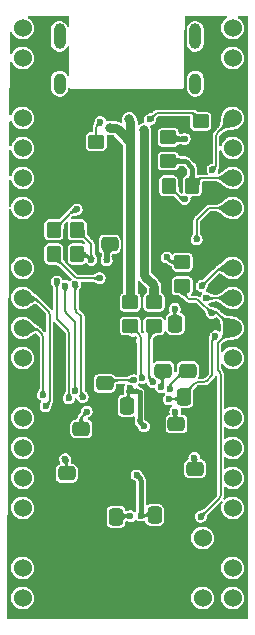
<source format=gbl>
%TF.GenerationSoftware,KiCad,Pcbnew,(6.0.4)*%
%TF.CreationDate,2022-11-10T18:02:23+09:00*%
%TF.ProjectId,rp2040-test,72703230-3430-42d7-9465-73742e6b6963,rev?*%
%TF.SameCoordinates,Original*%
%TF.FileFunction,Copper,L2,Bot*%
%TF.FilePolarity,Positive*%
%FSLAX46Y46*%
G04 Gerber Fmt 4.6, Leading zero omitted, Abs format (unit mm)*
G04 Created by KiCad (PCBNEW (6.0.4)) date 2022-11-10 18:02:23*
%MOMM*%
%LPD*%
G01*
G04 APERTURE LIST*
G04 Aperture macros list*
%AMRoundRect*
0 Rectangle with rounded corners*
0 $1 Rounding radius*
0 $2 $3 $4 $5 $6 $7 $8 $9 X,Y pos of 4 corners*
0 Add a 4 corners polygon primitive as box body*
4,1,4,$2,$3,$4,$5,$6,$7,$8,$9,$2,$3,0*
0 Add four circle primitives for the rounded corners*
1,1,$1+$1,$2,$3*
1,1,$1+$1,$4,$5*
1,1,$1+$1,$6,$7*
1,1,$1+$1,$8,$9*
0 Add four rect primitives between the rounded corners*
20,1,$1+$1,$2,$3,$4,$5,0*
20,1,$1+$1,$4,$5,$6,$7,0*
20,1,$1+$1,$6,$7,$8,$9,0*
20,1,$1+$1,$8,$9,$2,$3,0*%
G04 Aperture macros list end*
%TA.AperFunction,ComponentPad*%
%ADD10O,1.000000X2.200000*%
%TD*%
%TA.AperFunction,ComponentPad*%
%ADD11O,1.000000X1.800000*%
%TD*%
%TA.AperFunction,ComponentPad*%
%ADD12C,1.524000*%
%TD*%
%TA.AperFunction,ComponentPad*%
%ADD13R,1.524000X1.524000*%
%TD*%
%TA.AperFunction,ComponentPad*%
%ADD14R,3.200000X3.200000*%
%TD*%
%TA.AperFunction,SMDPad,CuDef*%
%ADD15RoundRect,0.250000X-0.475000X0.337500X-0.475000X-0.337500X0.475000X-0.337500X0.475000X0.337500X0*%
%TD*%
%TA.AperFunction,SMDPad,CuDef*%
%ADD16RoundRect,0.250000X0.450000X-0.350000X0.450000X0.350000X-0.450000X0.350000X-0.450000X-0.350000X0*%
%TD*%
%TA.AperFunction,SMDPad,CuDef*%
%ADD17RoundRect,0.250000X0.337500X0.475000X-0.337500X0.475000X-0.337500X-0.475000X0.337500X-0.475000X0*%
%TD*%
%TA.AperFunction,SMDPad,CuDef*%
%ADD18RoundRect,0.250000X-0.337500X-0.475000X0.337500X-0.475000X0.337500X0.475000X-0.337500X0.475000X0*%
%TD*%
%TA.AperFunction,SMDPad,CuDef*%
%ADD19RoundRect,0.250000X-0.450000X0.350000X-0.450000X-0.350000X0.450000X-0.350000X0.450000X0.350000X0*%
%TD*%
%TA.AperFunction,SMDPad,CuDef*%
%ADD20RoundRect,0.250000X-0.350000X-0.450000X0.350000X-0.450000X0.350000X0.450000X-0.350000X0.450000X0*%
%TD*%
%TA.AperFunction,SMDPad,CuDef*%
%ADD21RoundRect,0.250000X0.475000X-0.337500X0.475000X0.337500X-0.475000X0.337500X-0.475000X-0.337500X0*%
%TD*%
%TA.AperFunction,SMDPad,CuDef*%
%ADD22RoundRect,0.250000X0.350000X0.450000X-0.350000X0.450000X-0.350000X-0.450000X0.350000X-0.450000X0*%
%TD*%
%TA.AperFunction,ViaPad*%
%ADD23C,0.600000*%
%TD*%
%TA.AperFunction,ViaPad*%
%ADD24C,0.800000*%
%TD*%
%TA.AperFunction,Conductor*%
%ADD25C,0.150000*%
%TD*%
%TA.AperFunction,Conductor*%
%ADD26C,0.400000*%
%TD*%
%TA.AperFunction,Conductor*%
%ADD27C,0.200000*%
%TD*%
%TA.AperFunction,Conductor*%
%ADD28C,0.800000*%
%TD*%
G04 APERTURE END LIST*
D10*
%TO.P,J1,*%
%TO.N,*%
X112350000Y-33740000D03*
D11*
X112350000Y-37740000D03*
X123850000Y-37740000D03*
D10*
X123850000Y-33740000D03*
%TD*%
D12*
%TO.P,P3,1*%
%TO.N,+5V*%
X127000000Y-33020000D03*
%TO.P,P3,2*%
X127000000Y-35560000D03*
D13*
%TO.P,P3,3*%
%TO.N,GND*%
X127000000Y-38100000D03*
D12*
%TO.P,P3,4*%
%TO.N,23*%
X127000000Y-40640000D03*
%TO.P,P3,5*%
%TO.N,+3V3*%
X127000000Y-43180000D03*
%TO.P,P3,6*%
%TO.N,ADC_VREF*%
X127000000Y-45720000D03*
%TO.P,P3,7*%
%TO.N,28*%
X127000000Y-48260000D03*
D13*
%TO.P,P3,8*%
%TO.N,GND*%
X127000000Y-50800000D03*
D12*
%TO.P,P3,9*%
%TO.N,27*%
X127000000Y-53340000D03*
%TO.P,P3,10*%
%TO.N,26*%
X127000000Y-55880000D03*
%TO.P,P3,11*%
%TO.N,~{RESET}*%
X127000000Y-58420000D03*
%TO.P,P3,12*%
%TO.N,22*%
X127000000Y-60960000D03*
D13*
%TO.P,P3,13*%
%TO.N,GND*%
X127000000Y-63500000D03*
D12*
%TO.P,P3,14*%
%TO.N,21*%
X127000000Y-66040000D03*
%TO.P,P3,15*%
%TO.N,20*%
X127000000Y-68580000D03*
%TO.P,P3,16*%
%TO.N,19*%
X127000000Y-71120000D03*
%TO.P,P3,17*%
%TO.N,18*%
X127000000Y-73660000D03*
D13*
%TO.P,P3,18*%
%TO.N,GND*%
X127000000Y-76200000D03*
D12*
%TO.P,P3,19*%
%TO.N,17*%
X127000000Y-78740000D03*
%TO.P,P3,20*%
%TO.N,16*%
X127000000Y-81280000D03*
%TD*%
D14*
%TO.P,U1,57,GND*%
%TO.N,GND*%
X118300000Y-68800000D03*
%TD*%
D12*
%TO.P,J2,1,SWCLK*%
%TO.N,Net-(J2-Pad1)*%
X124460000Y-81280000D03*
D13*
%TO.P,J2,2,GND*%
%TO.N,GND*%
X124460000Y-78740000D03*
D12*
%TO.P,J2,3,SWDIO*%
%TO.N,Net-(J2-Pad3)*%
X124460000Y-76200000D03*
%TD*%
%TO.P,P2,1*%
%TO.N,0*%
X109220000Y-33020000D03*
%TO.P,P2,2*%
%TO.N,1*%
X109220000Y-35560000D03*
D13*
%TO.P,P2,3*%
%TO.N,GND*%
X109220000Y-38100000D03*
D12*
%TO.P,P2,4*%
%TO.N,2*%
X109220000Y-40640000D03*
%TO.P,P2,5*%
%TO.N,3*%
X109220000Y-43180000D03*
%TO.P,P2,6*%
%TO.N,4*%
X109220000Y-45720000D03*
%TO.P,P2,7*%
%TO.N,5*%
X109220000Y-48260000D03*
D13*
%TO.P,P2,8*%
%TO.N,GND*%
X109220000Y-50800000D03*
D12*
%TO.P,P2,9*%
%TO.N,6*%
X109220000Y-53340000D03*
%TO.P,P2,10*%
%TO.N,7*%
X109220000Y-55880000D03*
%TO.P,P2,11*%
%TO.N,8*%
X109220000Y-58420000D03*
%TO.P,P2,12*%
%TO.N,9*%
X109220000Y-60960000D03*
D13*
%TO.P,P2,13*%
%TO.N,GND*%
X109220000Y-63500000D03*
D12*
%TO.P,P2,14*%
%TO.N,10*%
X109220000Y-66040000D03*
%TO.P,P2,15*%
%TO.N,11*%
X109220000Y-68580000D03*
%TO.P,P2,16*%
%TO.N,12*%
X109220000Y-71120000D03*
%TO.P,P2,17*%
%TO.N,13*%
X109220000Y-73660000D03*
D13*
%TO.P,P2,18*%
%TO.N,GND*%
X109220000Y-76200000D03*
D12*
%TO.P,P2,19*%
%TO.N,14*%
X109220000Y-78740000D03*
%TO.P,P2,20*%
%TO.N,15*%
X109220000Y-81280000D03*
%TD*%
D15*
%TO.P,C4,1*%
%TO.N,+3V3*%
X114200000Y-66962500D03*
%TO.P,C4,2*%
%TO.N,GND*%
X114200000Y-69037500D03*
%TD*%
D16*
%TO.P,R1,1*%
%TO.N,Net-(R1-Pad1)*%
X118350000Y-58250000D03*
%TO.P,R1,2*%
%TO.N,USB_DP*%
X118350000Y-56250000D03*
%TD*%
D15*
%TO.P,C10,1*%
%TO.N,+3V3*%
X112950000Y-70725000D03*
%TO.P,C10,2*%
%TO.N,GND*%
X112950000Y-72800000D03*
%TD*%
D17*
%TO.P,C16,1*%
%TO.N,+3V3*%
X117137500Y-74400000D03*
%TO.P,C16,2*%
%TO.N,GND*%
X115062500Y-74400000D03*
%TD*%
D18*
%TO.P,C2,1*%
%TO.N,+1V1*%
X118062500Y-65000000D03*
%TO.P,C2,2*%
%TO.N,GND*%
X120137500Y-65000000D03*
%TD*%
D16*
%TO.P,R9,1*%
%TO.N,ADC_VREF*%
X121566000Y-44280000D03*
%TO.P,R9,2*%
%TO.N,+3V3*%
X121566000Y-42280000D03*
%TD*%
D18*
%TO.P,C1,1*%
%TO.N,+1V1*%
X120400000Y-74250000D03*
%TO.P,C1,2*%
%TO.N,GND*%
X122475000Y-74250000D03*
%TD*%
%TO.P,C13,1*%
%TO.N,+3V3*%
X122162500Y-58050000D03*
%TO.P,C13,2*%
%TO.N,GND*%
X124237500Y-58050000D03*
%TD*%
D19*
%TO.P,R4,1*%
%TO.N,Net-(J1-Pad6)*%
X115450000Y-42650000D03*
%TO.P,R4,2*%
%TO.N,GND*%
X115450000Y-44650000D03*
%TD*%
D18*
%TO.P,C9,1*%
%TO.N,Net-(C9-Pad1)*%
X122893000Y-64262000D03*
%TO.P,C9,2*%
%TO.N,GND*%
X124968000Y-64262000D03*
%TD*%
D15*
%TO.P,C5,1*%
%TO.N,+3V3*%
X116170000Y-63100000D03*
%TO.P,C5,2*%
%TO.N,GND*%
X116170000Y-65175000D03*
%TD*%
D20*
%TO.P,R10,1*%
%TO.N,Net-(C9-Pad1)*%
X121582000Y-46382000D03*
%TO.P,R10,2*%
%TO.N,ADC_VREF*%
X123582000Y-46382000D03*
%TD*%
%TO.P,R3,1*%
%TO.N,Net-(R3-Pad1)*%
X111850000Y-50100000D03*
%TO.P,R3,2*%
%TO.N,QSPI_SS*%
X113850000Y-50100000D03*
%TD*%
D21*
%TO.P,C7,1*%
%TO.N,+3V3*%
X123200000Y-62037500D03*
%TO.P,C7,2*%
%TO.N,GND*%
X123200000Y-59962500D03*
%TD*%
D15*
%TO.P,C6,1*%
%TO.N,+3V3*%
X122250000Y-66550000D03*
%TO.P,C6,2*%
%TO.N,GND*%
X122250000Y-68625000D03*
%TD*%
D21*
%TO.P,C15,1*%
%TO.N,+3V3*%
X116586000Y-51329500D03*
%TO.P,C15,2*%
%TO.N,GND*%
X116586000Y-49254500D03*
%TD*%
D16*
%TO.P,R7,1*%
%TO.N,~{RESET}*%
X122750000Y-54850000D03*
%TO.P,R7,2*%
%TO.N,+3V3*%
X122750000Y-52850000D03*
%TD*%
D21*
%TO.P,C3,1*%
%TO.N,+1V1*%
X121150000Y-62037500D03*
%TO.P,C3,2*%
%TO.N,GND*%
X121150000Y-59962500D03*
%TD*%
D19*
%TO.P,R5,1*%
%TO.N,Net-(J1-Pad5)*%
X124306000Y-40937000D03*
%TO.P,R5,2*%
%TO.N,GND*%
X124306000Y-42937000D03*
%TD*%
D16*
%TO.P,R2,1*%
%TO.N,Net-(R2-Pad1)*%
X120350000Y-58250000D03*
%TO.P,R2,2*%
%TO.N,USB_DM*%
X120350000Y-56250000D03*
%TD*%
D15*
%TO.P,C8,1*%
%TO.N,+3V3*%
X123825000Y-70336500D03*
%TO.P,C8,2*%
%TO.N,GND*%
X123825000Y-72411500D03*
%TD*%
D22*
%TO.P,R8,1*%
%TO.N,QSPI_SS*%
X113850000Y-52150000D03*
%TO.P,R8,2*%
%TO.N,+3V3*%
X111850000Y-52150000D03*
%TD*%
D23*
%TO.N,QSPI_SS*%
X115050000Y-52650000D03*
%TO.N,GND*%
X110363000Y-82550000D03*
X111887000Y-72517000D03*
X123825000Y-82550000D03*
X125222000Y-69469000D03*
X122682000Y-43434000D03*
X120142000Y-77089000D03*
X112776000Y-44704000D03*
X113792000Y-44704000D03*
X116560000Y-50200000D03*
X115270000Y-61300000D03*
X122936000Y-50800000D03*
X116210000Y-75530000D03*
X113919000Y-74422000D03*
X113538000Y-39116000D03*
X122174000Y-79375000D03*
X122301000Y-39116000D03*
X116550000Y-43700000D03*
%TO.N,+1V1*%
X118320000Y-63530000D03*
X119507000Y-66750498D03*
X118870000Y-70849502D03*
X120944295Y-63424777D03*
X119250000Y-74300000D03*
%TO.N,2*%
X113144616Y-64363627D03*
X112110000Y-54480000D03*
%TO.N,~{RESET}*%
X124300000Y-74400000D03*
X125224500Y-57150000D03*
%TO.N,Net-(R2-Pad1)*%
X120241710Y-62986564D03*
D24*
%TO.N,USB_DP*%
X116590000Y-41500000D03*
X118250000Y-40750000D03*
%TO.N,USB_DM*%
X119507000Y-41656000D03*
D23*
%TO.N,Net-(R1-Pad1)*%
X119362731Y-62654969D03*
%TO.N,+3V3*%
X121666000Y-63627000D03*
X118637932Y-62845811D03*
X121412000Y-52451000D03*
X116332000Y-52705000D03*
X118350000Y-74350000D03*
X115750000Y-54200000D03*
X122936000Y-42418000D03*
X112831878Y-69540122D03*
X123771622Y-69415622D03*
X114650000Y-65500000D03*
X122150000Y-65500000D03*
X122100000Y-56790000D03*
%TO.N,Net-(J1-Pad5)*%
X120015000Y-40767000D03*
%TO.N,7*%
X111163604Y-65050000D03*
%TO.N,27*%
X124374500Y-54864000D03*
%TO.N,8*%
X110942311Y-64084067D03*
%TO.N,26*%
X124764500Y-55880000D03*
%TO.N,0*%
X114310000Y-64260000D03*
X113693162Y-54733901D03*
%TO.N,1*%
X113676048Y-63764955D03*
X112820000Y-54850000D03*
%TO.N,28*%
X123952000Y-50927000D03*
%TO.N,23*%
X125295622Y-45011378D03*
%TO.N,Net-(R3-Pad1)*%
X113792000Y-48387000D03*
%TO.N,Net-(J1-Pad6)*%
X115812328Y-40977091D03*
%TO.N,Net-(C9-Pad1)*%
X121600000Y-64450000D03*
X125549622Y-59128622D03*
X122936000Y-47498000D03*
%TD*%
D25*
%TO.N,QSPI_SS*%
X115050000Y-51424264D02*
X115050000Y-52650000D01*
X114637868Y-52237868D02*
X115050000Y-52650000D01*
X113850000Y-52150000D02*
X114425736Y-52150000D01*
X113850000Y-50100000D02*
X114962132Y-51212132D01*
X114425736Y-52149975D02*
G75*
G02*
X114637868Y-52237868I-36J-300025D01*
G01*
X114962114Y-51212150D02*
G75*
G02*
X115050000Y-51424264I-212114J-212150D01*
G01*
%TO.N,GND*%
X117300000Y-69800000D02*
X118300000Y-68800000D01*
D26*
%TO.N,+1V1*%
X119082868Y-63837868D02*
X119126000Y-63881000D01*
X119126000Y-63881000D02*
X119126000Y-66245234D01*
D27*
X120774312Y-62413188D02*
X121150000Y-62037500D01*
X120350000Y-74300000D02*
X120400000Y-74250000D01*
X121022132Y-62862132D02*
X120700920Y-62540920D01*
X118084763Y-64977737D02*
X118062500Y-65000000D01*
X121110000Y-63134808D02*
X121110000Y-63074264D01*
X120944295Y-63424777D02*
X121022132Y-63346940D01*
D26*
X119213868Y-66457366D02*
X119507000Y-66750498D01*
D27*
X118172631Y-63677369D02*
X118320000Y-63530000D01*
X118172631Y-63750000D02*
X118172631Y-64765605D01*
D26*
X118172631Y-63750000D02*
X118870736Y-63750000D01*
D27*
X118172631Y-63750000D02*
X118172631Y-63677369D01*
X120700920Y-62540920D02*
X120700920Y-62523492D01*
D26*
X119162132Y-71141634D02*
X118870000Y-70849502D01*
X119250000Y-74300000D02*
X119250000Y-71353766D01*
D27*
X119250000Y-74300000D02*
X120350000Y-74300000D01*
D26*
X118870736Y-63749975D02*
G75*
G02*
X119082868Y-63837868I-36J-300025D01*
G01*
D27*
X121022128Y-63346936D02*
G75*
G03*
X121110000Y-63134808I-212128J212136D01*
G01*
D26*
X119250023Y-71353766D02*
G75*
G03*
X119162131Y-71141635I-300023J-34D01*
G01*
D27*
X120774308Y-62413184D02*
G75*
G03*
X120700921Y-62523492I300392J-279416D01*
G01*
D26*
X119213885Y-66457349D02*
G75*
G02*
X119126000Y-66245234I212115J212149D01*
G01*
D27*
X121022114Y-62862150D02*
G75*
G02*
X121110000Y-63074264I-212114J-212150D01*
G01*
X118172625Y-64765605D02*
G75*
G02*
X118084763Y-64977737I-300025J5D01*
G01*
D25*
%TO.N,2*%
X112187868Y-57737868D02*
X113056748Y-58606748D01*
X113144616Y-58818880D02*
X113144616Y-64363627D01*
X112102144Y-54487856D02*
X112102144Y-57584982D01*
X112110000Y-54480000D02*
X112102144Y-54487856D01*
X113144625Y-58818880D02*
G75*
G03*
X113056748Y-58606748I-300025J-20D01*
G01*
X112187875Y-57737862D02*
G75*
G02*
X112102144Y-57584982I252125J241862D01*
G01*
%TO.N,~{RESET}*%
X125984000Y-62354264D02*
X125984000Y-72591736D01*
X123957236Y-56007000D02*
X123441264Y-56007000D01*
X127000000Y-58420000D02*
X125817868Y-59602132D01*
X125730000Y-59814264D02*
X125730000Y-61851736D01*
X122750000Y-55440000D02*
X122750000Y-54850000D01*
X125896132Y-72803868D02*
X124300000Y-74400000D01*
X125690868Y-57110868D02*
X127000000Y-58420000D01*
X125817868Y-62063868D02*
X125896132Y-62142132D01*
X125224500Y-57150000D02*
X124169368Y-56094868D01*
X123229132Y-55919132D02*
X122750000Y-55440000D01*
X125473596Y-57025168D02*
X125537977Y-57025168D01*
X125473596Y-57025175D02*
G75*
G03*
X125261464Y-57113036I4J-300025D01*
G01*
X123957236Y-56006975D02*
G75*
G02*
X124169368Y-56094868I-36J-300025D01*
G01*
X125984025Y-62354264D02*
G75*
G03*
X125896132Y-62142132I-300025J-36D01*
G01*
X125817886Y-59602150D02*
G75*
G03*
X125730000Y-59814264I212114J-212150D01*
G01*
X125896114Y-72803850D02*
G75*
G03*
X125984000Y-72591736I-212114J212150D01*
G01*
X125690854Y-57110883D02*
G75*
G03*
X125537977Y-57025169I-241654J-251817D01*
G01*
X125817886Y-62063850D02*
G75*
G02*
X125730000Y-61851736I212114J212150D01*
G01*
X123229150Y-55919114D02*
G75*
G03*
X123441264Y-56007000I212150J212114D01*
G01*
D27*
%TO.N,Net-(R2-Pad1)*%
X119962231Y-62582821D02*
X119962231Y-58762033D01*
X120050099Y-58549901D02*
X120350000Y-58250000D01*
X120241710Y-62986564D02*
X120050099Y-62794953D01*
D25*
X120150000Y-58450000D02*
X120350000Y-58250000D01*
D27*
X120050116Y-62794936D02*
G75*
G02*
X119962231Y-62582821I212084J212136D01*
G01*
X120050089Y-58549891D02*
G75*
G03*
X119962231Y-58762033I212111J-212109D01*
G01*
D28*
%TO.N,USB_DP*%
X117257868Y-41587868D02*
X118350000Y-42680000D01*
X116590000Y-41500000D02*
X117045736Y-41500000D01*
X118262132Y-40762132D02*
X118250000Y-40750000D01*
X118350000Y-56250000D02*
X118350000Y-42680000D01*
X118350000Y-42680000D02*
X118350000Y-40974264D01*
X117045736Y-41499975D02*
G75*
G02*
X117257868Y-41587868I-36J-300025D01*
G01*
X118350025Y-40974264D02*
G75*
G03*
X118262132Y-40762132I-300025J-36D01*
G01*
%TO.N,USB_DM*%
X120350000Y-54942264D02*
X120350000Y-56250000D01*
X119594868Y-54062868D02*
X120262132Y-54730132D01*
X119507000Y-41656000D02*
X119507000Y-53850736D01*
X119506975Y-53850736D02*
G75*
G03*
X119594868Y-54062868I300025J36D01*
G01*
X120262114Y-54730150D02*
G75*
G02*
X120350000Y-54942264I-212114J-212150D01*
G01*
D25*
%TO.N,Net-(R1-Pad1)*%
X119136311Y-59036311D02*
X118350000Y-58250000D01*
X119224179Y-62840861D02*
X119224179Y-59248443D01*
X119224154Y-59248443D02*
G75*
G03*
X119136311Y-59036311I-299954J43D01*
G01*
D27*
%TO.N,+3V3*%
X123771622Y-70283122D02*
X123825000Y-70336500D01*
X121412000Y-52451000D02*
X121723132Y-52762132D01*
X116336321Y-62933679D02*
X116170000Y-63100000D01*
X114650000Y-65500000D02*
X114337868Y-65812132D01*
X114250000Y-66024264D02*
X114250000Y-66912500D01*
X115750000Y-54200000D02*
X113874264Y-54200000D01*
X112831878Y-69540122D02*
X112862132Y-69570376D01*
X111850000Y-52175736D02*
X111850000Y-52150000D01*
D26*
X122936000Y-42418000D02*
X121828264Y-42418000D01*
D27*
X122100000Y-56790000D02*
X122100000Y-57987500D01*
X117187500Y-74350000D02*
X117137500Y-74400000D01*
X114250000Y-66912500D02*
X114200000Y-66962500D01*
X113662132Y-54112132D02*
X111937868Y-52387868D01*
X118637932Y-62845811D02*
X116548453Y-62845811D01*
X121666000Y-63627000D02*
X121666000Y-63370264D01*
X123771622Y-69415622D02*
X123771622Y-70283122D01*
X121753868Y-63158132D02*
X122786632Y-62125368D01*
D26*
X121616132Y-42330132D02*
X121566000Y-42280000D01*
D27*
X122150000Y-65500000D02*
X122150000Y-66562500D01*
D26*
X116332000Y-52705000D02*
X116332000Y-51707764D01*
D27*
X118350000Y-74350000D02*
X117187500Y-74350000D01*
X121935264Y-52850000D02*
X122750000Y-52850000D01*
X112950000Y-69782508D02*
X112950000Y-70725000D01*
X122998764Y-62037500D02*
X123200000Y-62037500D01*
D26*
X116419868Y-51495632D02*
X116586000Y-51329500D01*
D27*
X122100000Y-57987500D02*
X122162500Y-58050000D01*
X112949994Y-69782508D02*
G75*
G03*
X112862132Y-69570376I-299994J8D01*
G01*
X116336347Y-62933705D02*
G75*
G02*
X116548453Y-62845811I212153J-212095D01*
G01*
D26*
X116419886Y-51495650D02*
G75*
G03*
X116332000Y-51707764I212114J-212150D01*
G01*
D27*
X122998764Y-62037475D02*
G75*
G03*
X122786632Y-62125368I36J-300025D01*
G01*
X121665975Y-63370264D02*
G75*
G02*
X121753868Y-63158132I300025J-36D01*
G01*
X121935264Y-52850025D02*
G75*
G02*
X121723132Y-52762132I36J300025D01*
G01*
D26*
X121828264Y-42418025D02*
G75*
G02*
X121616132Y-42330132I36J300025D01*
G01*
D27*
X111937886Y-52387850D02*
G75*
G02*
X111850000Y-52175736I212114J212150D01*
G01*
X113662150Y-54112114D02*
G75*
G03*
X113874264Y-54200000I212150J212114D01*
G01*
X114249975Y-66024264D02*
G75*
G02*
X114337868Y-65812132I300025J-36D01*
G01*
D25*
%TO.N,Net-(J1-Pad5)*%
X120706264Y-40200000D02*
X123444736Y-40200000D01*
X123656868Y-40287868D02*
X124306000Y-40937000D01*
X120015000Y-40767000D02*
X120494132Y-40287868D01*
X123656850Y-40287886D02*
G75*
G03*
X123444736Y-40200000I-212150J-212114D01*
G01*
X120494150Y-40287886D02*
G75*
G02*
X120706264Y-40200000I212150J-212114D01*
G01*
%TO.N,7*%
X111500000Y-64589340D02*
X111500000Y-57224264D01*
X111412132Y-57012132D02*
X110367868Y-55967868D01*
X111163604Y-65050000D02*
X111412132Y-64801472D01*
X110155736Y-55880000D02*
X109220000Y-55880000D01*
X111412114Y-57012150D02*
G75*
G02*
X111500000Y-57224264I-212114J-212150D01*
G01*
X110367850Y-55967886D02*
G75*
G03*
X110155736Y-55880000I-212150J-212114D01*
G01*
X111412112Y-64801452D02*
G75*
G03*
X111500000Y-64589340I-212112J212152D01*
G01*
%TO.N,27*%
X124374500Y-54864000D02*
X125810632Y-53427868D01*
X126022764Y-53340000D02*
X127000000Y-53340000D01*
X126022764Y-53339975D02*
G75*
G03*
X125810632Y-53427868I36J-300025D01*
G01*
%TO.N,8*%
X110854443Y-58954443D02*
X110407868Y-58507868D01*
X110942311Y-64084067D02*
X110942311Y-59166575D01*
X110195736Y-58420000D02*
X109220000Y-58420000D01*
X110942325Y-59166575D02*
G75*
G03*
X110854443Y-58954443I-300025J-25D01*
G01*
X110195736Y-58419975D02*
G75*
G02*
X110407868Y-58507868I-36J-300025D01*
G01*
%TO.N,26*%
X125242920Y-55880000D02*
X125268908Y-55854012D01*
X125398764Y-55880000D02*
X127000000Y-55880000D01*
X124764500Y-55880000D02*
X125242920Y-55880000D01*
X125398764Y-55880010D02*
G75*
G02*
X125268908Y-55854012I14436J409410D01*
G01*
%TO.N,0*%
X113693162Y-54733901D02*
X113693162Y-56817433D01*
X113781030Y-57029565D02*
X114153055Y-57401590D01*
X114288416Y-64238416D02*
X114310000Y-64260000D01*
X114200548Y-57570312D02*
X114200548Y-64026284D01*
X114200546Y-57570312D02*
G75*
G03*
X114153055Y-57401590I-349346J-7288D01*
G01*
X114288418Y-64238414D02*
G75*
G02*
X114200548Y-64026284I212082J212114D01*
G01*
X113693150Y-56817433D02*
G75*
G03*
X113781030Y-57029565I300050J33D01*
G01*
%TO.N,1*%
X113676048Y-58005116D02*
X113676048Y-63764955D01*
X112935466Y-57140270D02*
X113588180Y-57792984D01*
X112820000Y-54850000D02*
X112849766Y-54879766D01*
X112849766Y-54879766D02*
X112849766Y-56987379D01*
X113676022Y-58005116D02*
G75*
G03*
X113588180Y-57792984I-300022J16D01*
G01*
X112935480Y-57140256D02*
G75*
G02*
X112849766Y-56987379I251820J241656D01*
G01*
%TO.N,28*%
X123952000Y-50927000D02*
X123952000Y-49400264D01*
X124039868Y-49188132D02*
X124880132Y-48347868D01*
X125092264Y-48260000D02*
X127000000Y-48260000D01*
X125092264Y-48259975D02*
G75*
G03*
X124880132Y-48347868I36J-300025D01*
G01*
X124039886Y-49188150D02*
G75*
G03*
X123952000Y-49400264I212114J-212150D01*
G01*
%TO.N,23*%
X125515132Y-44791868D02*
X125295622Y-45011378D01*
X127000000Y-40640000D02*
X125690868Y-41949132D01*
X125603000Y-42161264D02*
X125603000Y-44579736D01*
X125602975Y-42161264D02*
G75*
G02*
X125690868Y-41949132I300025J-36D01*
G01*
X125515114Y-44791850D02*
G75*
G03*
X125603000Y-44579736I-212114J212150D01*
G01*
D26*
%TO.N,ADC_VREF*%
X121566000Y-44280000D02*
X122895736Y-44280000D01*
D25*
X123582000Y-46382000D02*
X124156132Y-45807868D01*
D26*
X123582000Y-44966264D02*
X123582000Y-46382000D01*
X123107868Y-44367868D02*
X123494132Y-44754132D01*
D25*
X124368264Y-45720000D02*
X127000000Y-45720000D01*
D26*
X123582025Y-44966264D02*
G75*
G03*
X123494132Y-44754132I-300025J-36D01*
G01*
X122895736Y-44279975D02*
G75*
G02*
X123107868Y-44367868I-36J-300025D01*
G01*
D25*
X124156150Y-45807886D02*
G75*
G02*
X124368264Y-45720000I212150J-212114D01*
G01*
%TO.N,Net-(R3-Pad1)*%
X113792000Y-48387000D02*
X113623724Y-48555276D01*
X113411592Y-48643144D02*
X113374018Y-48643144D01*
X113221132Y-48728868D02*
X111850000Y-50100000D01*
X113411592Y-48643125D02*
G75*
G03*
X113623724Y-48555276I8J300025D01*
G01*
X113221138Y-48728875D02*
G75*
G02*
X113374018Y-48643144I241862J-252125D01*
G01*
%TO.N,Net-(J1-Pad6)*%
X115450000Y-41463683D02*
X115450000Y-42650000D01*
X115812328Y-40977091D02*
X115537868Y-41251551D01*
X115537876Y-41251559D02*
G75*
G03*
X115450000Y-41463683I212124J-212141D01*
G01*
%TO.N,Net-(C9-Pad1)*%
X122936000Y-47498000D02*
X122822264Y-47498000D01*
D27*
X122660500Y-64262000D02*
X122682000Y-64262000D01*
X121600000Y-64450000D02*
X122088236Y-64450000D01*
D25*
X124589736Y-62992000D02*
X124054764Y-62992000D01*
D27*
X122300368Y-64362132D02*
X122850000Y-63812500D01*
D25*
X123842632Y-63079868D02*
X122660500Y-64262000D01*
X122610132Y-47410132D02*
X121582000Y-46382000D01*
X125549622Y-59128622D02*
X125362368Y-59315876D01*
X125274500Y-59528008D02*
X125274500Y-62307236D01*
X125186632Y-62519368D02*
X124801868Y-62904132D01*
D27*
X122300350Y-64362114D02*
G75*
G02*
X122088236Y-64450000I-212150J212114D01*
G01*
D25*
X122610150Y-47410114D02*
G75*
G03*
X122822264Y-47498000I212150J212114D01*
G01*
X125186614Y-62519350D02*
G75*
G03*
X125274500Y-62307236I-212114J212150D01*
G01*
X125274506Y-59528008D02*
G75*
G02*
X125362368Y-59315876I299994J8D01*
G01*
X123842650Y-63079886D02*
G75*
G02*
X124054764Y-62992000I212150J-212114D01*
G01*
X124589736Y-62992025D02*
G75*
G03*
X124801868Y-62904132I-36J300025D01*
G01*
%TD*%
%TA.AperFunction,Conductor*%
%TO.N,GND*%
G36*
X113144291Y-32022907D02*
G01*
X113180255Y-32072407D01*
X113185100Y-32103000D01*
X113185100Y-32826105D01*
X113166193Y-32884296D01*
X113116693Y-32920260D01*
X113055507Y-32920260D01*
X113006007Y-32884296D01*
X112993491Y-32861099D01*
X112979372Y-32823734D01*
X112975345Y-32813077D01*
X112879312Y-32673349D01*
X112752721Y-32560560D01*
X112602881Y-32481224D01*
X112520661Y-32460572D01*
X112444231Y-32441373D01*
X112444228Y-32441373D01*
X112438441Y-32439919D01*
X112352841Y-32439471D01*
X112274861Y-32439062D01*
X112274859Y-32439062D01*
X112268895Y-32439031D01*
X112263099Y-32440423D01*
X112263095Y-32440423D01*
X112155703Y-32466207D01*
X112104032Y-32478612D01*
X112028700Y-32517494D01*
X111958675Y-32553636D01*
X111958673Y-32553638D01*
X111953369Y-32556375D01*
X111825604Y-32667831D01*
X111728113Y-32806547D01*
X111666524Y-32964513D01*
X111665745Y-32970428D01*
X111665745Y-32970429D01*
X111650843Y-33083624D01*
X111649500Y-33093826D01*
X111649500Y-34382516D01*
X111664724Y-34508320D01*
X111724655Y-34666923D01*
X111820688Y-34806651D01*
X111947279Y-34919440D01*
X112097119Y-34998776D01*
X112173003Y-35017837D01*
X112255769Y-35038627D01*
X112255772Y-35038627D01*
X112261559Y-35040081D01*
X112347159Y-35040529D01*
X112425139Y-35040938D01*
X112425141Y-35040938D01*
X112431105Y-35040969D01*
X112436901Y-35039577D01*
X112436905Y-35039577D01*
X112560626Y-35009873D01*
X112595968Y-35001388D01*
X112671300Y-34962506D01*
X112741325Y-34926364D01*
X112741327Y-34926362D01*
X112746631Y-34923625D01*
X112874396Y-34812169D01*
X112913950Y-34755890D01*
X112968456Y-34678335D01*
X112968456Y-34678334D01*
X112971887Y-34673453D01*
X112993863Y-34617088D01*
X113032616Y-34569740D01*
X113091799Y-34554214D01*
X113148805Y-34576440D01*
X113181860Y-34627928D01*
X113185100Y-34653050D01*
X113185100Y-37026105D01*
X113166193Y-37084296D01*
X113116693Y-37120260D01*
X113055507Y-37120260D01*
X113006007Y-37084296D01*
X112993491Y-37061099D01*
X112977454Y-37018659D01*
X112975345Y-37013077D01*
X112879312Y-36873349D01*
X112752721Y-36760560D01*
X112602881Y-36681224D01*
X112520661Y-36660572D01*
X112444231Y-36641373D01*
X112444228Y-36641373D01*
X112438441Y-36639919D01*
X112352841Y-36639471D01*
X112274861Y-36639062D01*
X112274859Y-36639062D01*
X112268895Y-36639031D01*
X112263099Y-36640423D01*
X112263095Y-36640423D01*
X112155703Y-36666207D01*
X112104032Y-36678612D01*
X112028701Y-36717493D01*
X111958675Y-36753636D01*
X111958673Y-36753638D01*
X111953369Y-36756375D01*
X111825604Y-36867831D01*
X111728113Y-37006547D01*
X111666524Y-37164513D01*
X111649500Y-37293826D01*
X111649500Y-38182516D01*
X111664724Y-38308320D01*
X111724655Y-38466923D01*
X111820688Y-38606651D01*
X111947279Y-38719440D01*
X112097119Y-38798776D01*
X112179339Y-38819429D01*
X112255769Y-38838627D01*
X112255772Y-38838627D01*
X112261559Y-38840081D01*
X112347159Y-38840529D01*
X112425139Y-38840938D01*
X112425141Y-38840938D01*
X112431105Y-38840969D01*
X112436901Y-38839577D01*
X112436905Y-38839577D01*
X112544297Y-38813793D01*
X112595968Y-38801388D01*
X112671300Y-38762506D01*
X112741325Y-38726364D01*
X112741327Y-38726362D01*
X112746631Y-38723625D01*
X112874396Y-38612169D01*
X112971887Y-38473453D01*
X113033476Y-38315487D01*
X113050500Y-38186174D01*
X113050500Y-38182931D01*
X113050662Y-38180459D01*
X113073333Y-38123629D01*
X113125079Y-38090979D01*
X113186133Y-38094979D01*
X113222551Y-38122049D01*
X113224652Y-38126424D01*
X113234139Y-38134011D01*
X113249723Y-38149622D01*
X113257295Y-38159124D01*
X113267992Y-38164283D01*
X113286814Y-38176136D01*
X113296092Y-38183556D01*
X113307927Y-38186277D01*
X113328751Y-38193590D01*
X113329648Y-38194023D01*
X113329649Y-38194023D01*
X113339687Y-38198865D01*
X113350832Y-38198875D01*
X113350833Y-38198875D01*
X113362755Y-38198885D01*
X113362753Y-38200630D01*
X113362819Y-38200624D01*
X113362819Y-38198900D01*
X113379708Y-38198900D01*
X113430874Y-38198945D01*
X113431163Y-38198945D01*
X113431251Y-38198903D01*
X113431275Y-38198900D01*
X122680080Y-38198900D01*
X122680972Y-38198904D01*
X122714782Y-38199209D01*
X122714784Y-38199209D01*
X122725931Y-38199309D01*
X122738036Y-38193617D01*
X122758143Y-38186687D01*
X122760318Y-38186191D01*
X122771185Y-38183712D01*
X122772686Y-38182516D01*
X123149500Y-38182516D01*
X123164724Y-38308320D01*
X123224655Y-38466923D01*
X123320688Y-38606651D01*
X123447279Y-38719440D01*
X123597119Y-38798776D01*
X123679339Y-38819429D01*
X123755769Y-38838627D01*
X123755772Y-38838627D01*
X123761559Y-38840081D01*
X123847159Y-38840529D01*
X123925139Y-38840938D01*
X123925141Y-38840938D01*
X123931105Y-38840969D01*
X123936901Y-38839577D01*
X123936905Y-38839577D01*
X124044297Y-38813793D01*
X124095968Y-38801388D01*
X124171300Y-38762506D01*
X124241325Y-38726364D01*
X124241327Y-38726362D01*
X124246631Y-38723625D01*
X124374396Y-38612169D01*
X124471887Y-38473453D01*
X124533476Y-38315487D01*
X124550500Y-38186174D01*
X124550500Y-37297484D01*
X124535276Y-37171680D01*
X124475345Y-37013077D01*
X124379312Y-36873349D01*
X124252721Y-36760560D01*
X124102881Y-36681224D01*
X124020661Y-36660572D01*
X123944231Y-36641373D01*
X123944228Y-36641373D01*
X123938441Y-36639919D01*
X123852841Y-36639471D01*
X123774861Y-36639062D01*
X123774859Y-36639062D01*
X123768895Y-36639031D01*
X123763099Y-36640423D01*
X123763095Y-36640423D01*
X123655703Y-36666207D01*
X123604032Y-36678612D01*
X123528701Y-36717493D01*
X123458675Y-36753636D01*
X123458673Y-36753638D01*
X123453369Y-36756375D01*
X123325604Y-36867831D01*
X123228113Y-37006547D01*
X123166524Y-37164513D01*
X123149500Y-37293826D01*
X123149500Y-38182516D01*
X122772686Y-38182516D01*
X122779901Y-38176767D01*
X122780387Y-38176533D01*
X122798193Y-38165463D01*
X122798622Y-38165128D01*
X122808711Y-38160383D01*
X122817147Y-38150008D01*
X122832263Y-38135041D01*
X122834006Y-38133652D01*
X122842724Y-38126705D01*
X122847566Y-38116666D01*
X122847903Y-38116244D01*
X122859146Y-38098551D01*
X122859388Y-38098060D01*
X122866422Y-38089410D01*
X122869008Y-38078568D01*
X122869010Y-38078564D01*
X122869526Y-38076399D01*
X122876654Y-38056362D01*
X122877622Y-38054355D01*
X122877623Y-38054352D01*
X122882465Y-38044313D01*
X122882505Y-37998970D01*
X122882508Y-37998252D01*
X122902441Y-35546496D01*
X126032937Y-35546496D01*
X126048732Y-35734590D01*
X126050065Y-35739238D01*
X126050065Y-35739239D01*
X126083870Y-35857130D01*
X126100760Y-35916034D01*
X126102974Y-35920342D01*
X126102975Y-35920344D01*
X126184827Y-36079612D01*
X126184830Y-36079616D01*
X126187040Y-36083917D01*
X126304285Y-36231844D01*
X126307972Y-36234982D01*
X126307974Y-36234984D01*
X126444342Y-36351042D01*
X126444347Y-36351045D01*
X126448030Y-36354180D01*
X126452253Y-36356540D01*
X126452257Y-36356543D01*
X126492046Y-36378780D01*
X126612800Y-36446267D01*
X126653592Y-36459521D01*
X126787718Y-36503101D01*
X126787721Y-36503102D01*
X126792317Y-36504595D01*
X126797113Y-36505167D01*
X126797118Y-36505168D01*
X126886031Y-36515770D01*
X126979745Y-36526945D01*
X126984567Y-36526574D01*
X126984570Y-36526574D01*
X127046278Y-36521826D01*
X127167945Y-36512464D01*
X127349748Y-36461703D01*
X127518229Y-36376598D01*
X127666970Y-36260388D01*
X127670132Y-36256725D01*
X127670137Y-36256720D01*
X127787143Y-36121166D01*
X127790307Y-36117501D01*
X127809386Y-36083917D01*
X127881153Y-35957584D01*
X127881154Y-35957581D01*
X127883542Y-35953378D01*
X127897515Y-35911376D01*
X127941596Y-35778863D01*
X127941596Y-35778861D01*
X127943123Y-35774272D01*
X127966780Y-35587005D01*
X127967157Y-35560000D01*
X127948738Y-35372145D01*
X127894181Y-35191445D01*
X127805566Y-35024783D01*
X127686266Y-34878508D01*
X127600173Y-34807286D01*
X127544554Y-34761274D01*
X127544553Y-34761273D01*
X127540827Y-34758191D01*
X127374788Y-34668414D01*
X127194474Y-34612597D01*
X127182524Y-34611341D01*
X127011568Y-34593373D01*
X127011566Y-34593373D01*
X127006752Y-34592867D01*
X126951883Y-34597860D01*
X126823592Y-34609535D01*
X126823588Y-34609536D01*
X126818773Y-34609974D01*
X126794602Y-34617088D01*
X126642344Y-34661900D01*
X126642341Y-34661901D01*
X126637697Y-34663268D01*
X126618215Y-34673453D01*
X126474717Y-34748471D01*
X126474713Y-34748474D01*
X126470420Y-34750718D01*
X126466644Y-34753754D01*
X126466641Y-34753756D01*
X126389111Y-34816092D01*
X126323316Y-34868993D01*
X126320207Y-34872698D01*
X126320204Y-34872701D01*
X126212223Y-35001388D01*
X126201986Y-35013588D01*
X126111052Y-35178996D01*
X126053978Y-35358917D01*
X126032937Y-35546496D01*
X122902441Y-35546496D01*
X122911904Y-34382516D01*
X123149500Y-34382516D01*
X123164724Y-34508320D01*
X123224655Y-34666923D01*
X123320688Y-34806651D01*
X123447279Y-34919440D01*
X123597119Y-34998776D01*
X123673003Y-35017837D01*
X123755769Y-35038627D01*
X123755772Y-35038627D01*
X123761559Y-35040081D01*
X123847159Y-35040529D01*
X123925139Y-35040938D01*
X123925141Y-35040938D01*
X123931105Y-35040969D01*
X123936901Y-35039577D01*
X123936905Y-35039577D01*
X124060626Y-35009873D01*
X124095968Y-35001388D01*
X124171300Y-34962506D01*
X124241325Y-34926364D01*
X124241327Y-34926362D01*
X124246631Y-34923625D01*
X124374396Y-34812169D01*
X124413950Y-34755890D01*
X124468456Y-34678335D01*
X124468456Y-34678334D01*
X124471887Y-34673453D01*
X124533476Y-34515487D01*
X124550500Y-34386174D01*
X124550500Y-33097484D01*
X124541457Y-33022759D01*
X124535993Y-32977602D01*
X124535992Y-32977599D01*
X124535276Y-32971680D01*
X124475345Y-32813077D01*
X124379312Y-32673349D01*
X124252721Y-32560560D01*
X124102881Y-32481224D01*
X124020661Y-32460572D01*
X123944231Y-32441373D01*
X123944228Y-32441373D01*
X123938441Y-32439919D01*
X123852841Y-32439471D01*
X123774861Y-32439062D01*
X123774859Y-32439062D01*
X123768895Y-32439031D01*
X123763099Y-32440423D01*
X123763095Y-32440423D01*
X123655703Y-32466207D01*
X123604032Y-32478612D01*
X123528700Y-32517494D01*
X123458675Y-32553636D01*
X123458673Y-32553638D01*
X123453369Y-32556375D01*
X123325604Y-32667831D01*
X123228113Y-32806547D01*
X123166524Y-32964513D01*
X123165745Y-32970428D01*
X123165745Y-32970429D01*
X123150843Y-33083624D01*
X123149500Y-33093826D01*
X123149500Y-34382516D01*
X122911904Y-34382516D01*
X122930443Y-32102195D01*
X122949823Y-32044160D01*
X122999614Y-32008600D01*
X123029440Y-32004000D01*
X126462780Y-32004000D01*
X126520971Y-32022907D01*
X126556935Y-32072407D01*
X126556935Y-32133593D01*
X126520971Y-32183093D01*
X126508646Y-32190734D01*
X126474717Y-32208471D01*
X126474713Y-32208474D01*
X126470420Y-32210718D01*
X126466644Y-32213754D01*
X126466641Y-32213756D01*
X126463987Y-32215890D01*
X126323316Y-32328993D01*
X126320207Y-32332698D01*
X126320204Y-32332701D01*
X126205103Y-32469873D01*
X126201986Y-32473588D01*
X126111052Y-32638996D01*
X126053978Y-32818917D01*
X126046644Y-32884296D01*
X126036983Y-32970429D01*
X126032937Y-33006496D01*
X126033342Y-33011316D01*
X126040829Y-33100472D01*
X126048732Y-33194590D01*
X126050065Y-33199238D01*
X126050065Y-33199239D01*
X126060111Y-33234272D01*
X126100760Y-33376034D01*
X126102975Y-33380344D01*
X126184827Y-33539612D01*
X126184830Y-33539616D01*
X126187040Y-33543917D01*
X126304285Y-33691844D01*
X126307972Y-33694982D01*
X126307974Y-33694984D01*
X126444342Y-33811042D01*
X126444347Y-33811045D01*
X126448030Y-33814180D01*
X126452253Y-33816540D01*
X126452257Y-33816543D01*
X126492046Y-33838780D01*
X126612800Y-33906267D01*
X126653592Y-33919521D01*
X126787718Y-33963101D01*
X126787721Y-33963102D01*
X126792317Y-33964595D01*
X126797113Y-33965167D01*
X126797118Y-33965168D01*
X126886031Y-33975770D01*
X126979745Y-33986945D01*
X126984567Y-33986574D01*
X126984570Y-33986574D01*
X127046278Y-33981826D01*
X127167945Y-33972464D01*
X127349748Y-33921703D01*
X127518229Y-33836598D01*
X127666970Y-33720388D01*
X127670132Y-33716725D01*
X127670137Y-33716720D01*
X127787143Y-33581166D01*
X127790307Y-33577501D01*
X127809386Y-33543917D01*
X127881153Y-33417584D01*
X127881154Y-33417581D01*
X127883542Y-33413378D01*
X127894648Y-33379994D01*
X127941596Y-33238863D01*
X127941596Y-33238861D01*
X127943123Y-33234272D01*
X127966780Y-33047005D01*
X127967157Y-33020000D01*
X127948738Y-32832145D01*
X127894181Y-32651445D01*
X127805566Y-32484783D01*
X127686266Y-32338508D01*
X127540827Y-32218191D01*
X127488846Y-32190085D01*
X127446652Y-32145777D01*
X127438559Y-32085129D01*
X127467661Y-32031307D01*
X127522840Y-32004870D01*
X127535933Y-32004000D01*
X128224500Y-32004000D01*
X128282691Y-32022907D01*
X128318655Y-32072407D01*
X128323500Y-32103000D01*
X128323500Y-82959000D01*
X128304593Y-83017191D01*
X128255093Y-83053155D01*
X128224500Y-83058000D01*
X107997243Y-83058000D01*
X107939052Y-83039093D01*
X107903088Y-82989593D01*
X107898244Y-82958512D01*
X107906579Y-81266496D01*
X108252937Y-81266496D01*
X108268732Y-81454590D01*
X108270065Y-81459238D01*
X108270065Y-81459239D01*
X108280111Y-81494272D01*
X108320760Y-81636034D01*
X108322975Y-81640344D01*
X108404827Y-81799612D01*
X108404830Y-81799616D01*
X108407040Y-81803917D01*
X108524285Y-81951844D01*
X108527972Y-81954982D01*
X108527974Y-81954984D01*
X108664342Y-82071042D01*
X108664347Y-82071045D01*
X108668030Y-82074180D01*
X108672253Y-82076540D01*
X108672257Y-82076543D01*
X108712046Y-82098780D01*
X108832800Y-82166267D01*
X108873592Y-82179521D01*
X109007718Y-82223101D01*
X109007721Y-82223102D01*
X109012317Y-82224595D01*
X109017113Y-82225167D01*
X109017118Y-82225168D01*
X109106031Y-82235770D01*
X109199745Y-82246945D01*
X109204567Y-82246574D01*
X109204570Y-82246574D01*
X109266278Y-82241826D01*
X109387945Y-82232464D01*
X109569748Y-82181703D01*
X109738229Y-82096598D01*
X109886970Y-81980388D01*
X109890132Y-81976725D01*
X109890137Y-81976720D01*
X110007143Y-81841166D01*
X110010307Y-81837501D01*
X110029386Y-81803917D01*
X110101153Y-81677584D01*
X110101154Y-81677581D01*
X110103542Y-81673378D01*
X110117515Y-81631376D01*
X110161596Y-81498863D01*
X110161596Y-81498861D01*
X110163123Y-81494272D01*
X110186780Y-81307005D01*
X110187157Y-81280000D01*
X110185833Y-81266496D01*
X123492937Y-81266496D01*
X123508732Y-81454590D01*
X123510065Y-81459238D01*
X123510065Y-81459239D01*
X123520111Y-81494272D01*
X123560760Y-81636034D01*
X123562975Y-81640344D01*
X123644827Y-81799612D01*
X123644830Y-81799616D01*
X123647040Y-81803917D01*
X123764285Y-81951844D01*
X123767972Y-81954982D01*
X123767974Y-81954984D01*
X123904342Y-82071042D01*
X123904347Y-82071045D01*
X123908030Y-82074180D01*
X123912253Y-82076540D01*
X123912257Y-82076543D01*
X123952046Y-82098780D01*
X124072800Y-82166267D01*
X124113592Y-82179521D01*
X124247718Y-82223101D01*
X124247721Y-82223102D01*
X124252317Y-82224595D01*
X124257113Y-82225167D01*
X124257118Y-82225168D01*
X124346031Y-82235770D01*
X124439745Y-82246945D01*
X124444567Y-82246574D01*
X124444570Y-82246574D01*
X124506278Y-82241826D01*
X124627945Y-82232464D01*
X124809748Y-82181703D01*
X124978229Y-82096598D01*
X125126970Y-81980388D01*
X125130132Y-81976725D01*
X125130137Y-81976720D01*
X125247143Y-81841166D01*
X125250307Y-81837501D01*
X125269386Y-81803917D01*
X125341153Y-81677584D01*
X125341154Y-81677581D01*
X125343542Y-81673378D01*
X125357515Y-81631376D01*
X125401596Y-81498863D01*
X125401596Y-81498861D01*
X125403123Y-81494272D01*
X125426780Y-81307005D01*
X125427157Y-81280000D01*
X125425833Y-81266496D01*
X126032937Y-81266496D01*
X126048732Y-81454590D01*
X126050065Y-81459238D01*
X126050065Y-81459239D01*
X126060111Y-81494272D01*
X126100760Y-81636034D01*
X126102975Y-81640344D01*
X126184827Y-81799612D01*
X126184830Y-81799616D01*
X126187040Y-81803917D01*
X126304285Y-81951844D01*
X126307972Y-81954982D01*
X126307974Y-81954984D01*
X126444342Y-82071042D01*
X126444347Y-82071045D01*
X126448030Y-82074180D01*
X126452253Y-82076540D01*
X126452257Y-82076543D01*
X126492046Y-82098780D01*
X126612800Y-82166267D01*
X126653592Y-82179521D01*
X126787718Y-82223101D01*
X126787721Y-82223102D01*
X126792317Y-82224595D01*
X126797113Y-82225167D01*
X126797118Y-82225168D01*
X126886031Y-82235770D01*
X126979745Y-82246945D01*
X126984567Y-82246574D01*
X126984570Y-82246574D01*
X127046278Y-82241826D01*
X127167945Y-82232464D01*
X127349748Y-82181703D01*
X127518229Y-82096598D01*
X127666970Y-81980388D01*
X127670132Y-81976725D01*
X127670137Y-81976720D01*
X127787143Y-81841166D01*
X127790307Y-81837501D01*
X127809386Y-81803917D01*
X127881153Y-81677584D01*
X127881154Y-81677581D01*
X127883542Y-81673378D01*
X127897515Y-81631376D01*
X127941596Y-81498863D01*
X127941596Y-81498861D01*
X127943123Y-81494272D01*
X127966780Y-81307005D01*
X127967157Y-81280000D01*
X127948738Y-81092145D01*
X127894181Y-80911445D01*
X127805566Y-80744783D01*
X127686266Y-80598508D01*
X127540827Y-80478191D01*
X127374788Y-80388414D01*
X127194474Y-80332597D01*
X127182524Y-80331341D01*
X127011568Y-80313373D01*
X127011566Y-80313373D01*
X127006752Y-80312867D01*
X126951883Y-80317860D01*
X126823592Y-80329535D01*
X126823588Y-80329536D01*
X126818773Y-80329974D01*
X126748851Y-80350553D01*
X126642344Y-80381900D01*
X126642341Y-80381901D01*
X126637697Y-80383268D01*
X126599769Y-80403096D01*
X126474717Y-80468471D01*
X126474713Y-80468474D01*
X126470420Y-80470718D01*
X126466644Y-80473754D01*
X126466641Y-80473756D01*
X126463987Y-80475890D01*
X126323316Y-80588993D01*
X126320207Y-80592698D01*
X126320204Y-80592701D01*
X126205103Y-80729873D01*
X126201986Y-80733588D01*
X126111052Y-80898996D01*
X126053978Y-81078917D01*
X126032937Y-81266496D01*
X125425833Y-81266496D01*
X125408738Y-81092145D01*
X125354181Y-80911445D01*
X125265566Y-80744783D01*
X125146266Y-80598508D01*
X125000827Y-80478191D01*
X124834788Y-80388414D01*
X124654474Y-80332597D01*
X124642524Y-80331341D01*
X124471568Y-80313373D01*
X124471566Y-80313373D01*
X124466752Y-80312867D01*
X124411883Y-80317860D01*
X124283592Y-80329535D01*
X124283588Y-80329536D01*
X124278773Y-80329974D01*
X124208851Y-80350553D01*
X124102344Y-80381900D01*
X124102341Y-80381901D01*
X124097697Y-80383268D01*
X124059769Y-80403096D01*
X123934717Y-80468471D01*
X123934713Y-80468474D01*
X123930420Y-80470718D01*
X123926644Y-80473754D01*
X123926641Y-80473756D01*
X123923987Y-80475890D01*
X123783316Y-80588993D01*
X123780207Y-80592698D01*
X123780204Y-80592701D01*
X123665103Y-80729873D01*
X123661986Y-80733588D01*
X123571052Y-80898996D01*
X123513978Y-81078917D01*
X123492937Y-81266496D01*
X110185833Y-81266496D01*
X110168738Y-81092145D01*
X110114181Y-80911445D01*
X110025566Y-80744783D01*
X109906266Y-80598508D01*
X109760827Y-80478191D01*
X109594788Y-80388414D01*
X109414474Y-80332597D01*
X109402524Y-80331341D01*
X109231568Y-80313373D01*
X109231566Y-80313373D01*
X109226752Y-80312867D01*
X109171883Y-80317860D01*
X109043592Y-80329535D01*
X109043588Y-80329536D01*
X109038773Y-80329974D01*
X108968851Y-80350553D01*
X108862344Y-80381900D01*
X108862341Y-80381901D01*
X108857697Y-80383268D01*
X108819769Y-80403096D01*
X108694717Y-80468471D01*
X108694713Y-80468474D01*
X108690420Y-80470718D01*
X108686644Y-80473754D01*
X108686641Y-80473756D01*
X108683987Y-80475890D01*
X108543316Y-80588993D01*
X108540207Y-80592698D01*
X108540204Y-80592701D01*
X108425103Y-80729873D01*
X108421986Y-80733588D01*
X108331052Y-80898996D01*
X108273978Y-81078917D01*
X108252937Y-81266496D01*
X107906579Y-81266496D01*
X107919092Y-78726496D01*
X108252937Y-78726496D01*
X108268732Y-78914590D01*
X108270065Y-78919238D01*
X108270065Y-78919239D01*
X108280111Y-78954272D01*
X108320760Y-79096034D01*
X108322975Y-79100344D01*
X108404827Y-79259612D01*
X108404830Y-79259616D01*
X108407040Y-79263917D01*
X108524285Y-79411844D01*
X108527972Y-79414982D01*
X108527974Y-79414984D01*
X108664342Y-79531042D01*
X108664347Y-79531045D01*
X108668030Y-79534180D01*
X108672253Y-79536540D01*
X108672257Y-79536543D01*
X108712046Y-79558780D01*
X108832800Y-79626267D01*
X108873592Y-79639521D01*
X109007718Y-79683101D01*
X109007721Y-79683102D01*
X109012317Y-79684595D01*
X109017113Y-79685167D01*
X109017118Y-79685168D01*
X109106031Y-79695770D01*
X109199745Y-79706945D01*
X109204567Y-79706574D01*
X109204570Y-79706574D01*
X109266278Y-79701826D01*
X109387945Y-79692464D01*
X109569748Y-79641703D01*
X109738229Y-79556598D01*
X109886970Y-79440388D01*
X109890132Y-79436725D01*
X109890137Y-79436720D01*
X110007143Y-79301166D01*
X110010307Y-79297501D01*
X110029386Y-79263917D01*
X110101153Y-79137584D01*
X110101154Y-79137581D01*
X110103542Y-79133378D01*
X110117515Y-79091376D01*
X110161596Y-78958863D01*
X110161596Y-78958861D01*
X110163123Y-78954272D01*
X110186780Y-78767005D01*
X110187157Y-78740000D01*
X110185833Y-78726496D01*
X126032937Y-78726496D01*
X126048732Y-78914590D01*
X126050065Y-78919238D01*
X126050065Y-78919239D01*
X126060111Y-78954272D01*
X126100760Y-79096034D01*
X126102975Y-79100344D01*
X126184827Y-79259612D01*
X126184830Y-79259616D01*
X126187040Y-79263917D01*
X126304285Y-79411844D01*
X126307972Y-79414982D01*
X126307974Y-79414984D01*
X126444342Y-79531042D01*
X126444347Y-79531045D01*
X126448030Y-79534180D01*
X126452253Y-79536540D01*
X126452257Y-79536543D01*
X126492046Y-79558780D01*
X126612800Y-79626267D01*
X126653592Y-79639521D01*
X126787718Y-79683101D01*
X126787721Y-79683102D01*
X126792317Y-79684595D01*
X126797113Y-79685167D01*
X126797118Y-79685168D01*
X126886031Y-79695770D01*
X126979745Y-79706945D01*
X126984567Y-79706574D01*
X126984570Y-79706574D01*
X127046278Y-79701826D01*
X127167945Y-79692464D01*
X127349748Y-79641703D01*
X127518229Y-79556598D01*
X127666970Y-79440388D01*
X127670132Y-79436725D01*
X127670137Y-79436720D01*
X127787143Y-79301166D01*
X127790307Y-79297501D01*
X127809386Y-79263917D01*
X127881153Y-79137584D01*
X127881154Y-79137581D01*
X127883542Y-79133378D01*
X127897515Y-79091376D01*
X127941596Y-78958863D01*
X127941596Y-78958861D01*
X127943123Y-78954272D01*
X127966780Y-78767005D01*
X127967157Y-78740000D01*
X127948738Y-78552145D01*
X127894181Y-78371445D01*
X127805566Y-78204783D01*
X127686266Y-78058508D01*
X127540827Y-77938191D01*
X127374788Y-77848414D01*
X127194474Y-77792597D01*
X127182524Y-77791341D01*
X127011568Y-77773373D01*
X127011566Y-77773373D01*
X127006752Y-77772867D01*
X126951883Y-77777860D01*
X126823592Y-77789535D01*
X126823588Y-77789536D01*
X126818773Y-77789974D01*
X126748851Y-77810553D01*
X126642344Y-77841900D01*
X126642341Y-77841901D01*
X126637697Y-77843268D01*
X126599769Y-77863096D01*
X126474717Y-77928471D01*
X126474713Y-77928474D01*
X126470420Y-77930718D01*
X126466644Y-77933754D01*
X126466641Y-77933756D01*
X126463987Y-77935890D01*
X126323316Y-78048993D01*
X126320207Y-78052698D01*
X126320204Y-78052701D01*
X126205103Y-78189873D01*
X126201986Y-78193588D01*
X126111052Y-78358996D01*
X126053978Y-78538917D01*
X126032937Y-78726496D01*
X110185833Y-78726496D01*
X110168738Y-78552145D01*
X110114181Y-78371445D01*
X110025566Y-78204783D01*
X109906266Y-78058508D01*
X109760827Y-77938191D01*
X109594788Y-77848414D01*
X109414474Y-77792597D01*
X109402524Y-77791341D01*
X109231568Y-77773373D01*
X109231566Y-77773373D01*
X109226752Y-77772867D01*
X109171883Y-77777860D01*
X109043592Y-77789535D01*
X109043588Y-77789536D01*
X109038773Y-77789974D01*
X108968851Y-77810553D01*
X108862344Y-77841900D01*
X108862341Y-77841901D01*
X108857697Y-77843268D01*
X108819769Y-77863096D01*
X108694717Y-77928471D01*
X108694713Y-77928474D01*
X108690420Y-77930718D01*
X108686644Y-77933754D01*
X108686641Y-77933756D01*
X108683987Y-77935890D01*
X108543316Y-78048993D01*
X108540207Y-78052698D01*
X108540204Y-78052701D01*
X108425103Y-78189873D01*
X108421986Y-78193588D01*
X108331052Y-78358996D01*
X108273978Y-78538917D01*
X108252937Y-78726496D01*
X107919092Y-78726496D01*
X107931605Y-76186496D01*
X123492937Y-76186496D01*
X123508732Y-76374590D01*
X123510065Y-76379238D01*
X123510065Y-76379239D01*
X123520111Y-76414272D01*
X123560760Y-76556034D01*
X123562975Y-76560344D01*
X123644827Y-76719612D01*
X123644830Y-76719616D01*
X123647040Y-76723917D01*
X123764285Y-76871844D01*
X123767972Y-76874982D01*
X123767974Y-76874984D01*
X123904342Y-76991042D01*
X123904347Y-76991045D01*
X123908030Y-76994180D01*
X123912253Y-76996540D01*
X123912257Y-76996543D01*
X123952046Y-77018780D01*
X124072800Y-77086267D01*
X124113592Y-77099521D01*
X124247718Y-77143101D01*
X124247721Y-77143102D01*
X124252317Y-77144595D01*
X124257113Y-77145167D01*
X124257118Y-77145168D01*
X124346031Y-77155770D01*
X124439745Y-77166945D01*
X124444567Y-77166574D01*
X124444570Y-77166574D01*
X124506278Y-77161826D01*
X124627945Y-77152464D01*
X124809748Y-77101703D01*
X124978229Y-77016598D01*
X125126970Y-76900388D01*
X125130132Y-76896725D01*
X125130137Y-76896720D01*
X125247143Y-76761166D01*
X125250307Y-76757501D01*
X125269386Y-76723917D01*
X125341153Y-76597584D01*
X125341154Y-76597581D01*
X125343542Y-76593378D01*
X125357515Y-76551376D01*
X125401596Y-76418863D01*
X125401596Y-76418861D01*
X125403123Y-76414272D01*
X125426780Y-76227005D01*
X125427157Y-76200000D01*
X125408738Y-76012145D01*
X125354181Y-75831445D01*
X125265566Y-75664783D01*
X125146266Y-75518508D01*
X125000827Y-75398191D01*
X124834788Y-75308414D01*
X124654474Y-75252597D01*
X124642524Y-75251341D01*
X124471568Y-75233373D01*
X124471566Y-75233373D01*
X124466752Y-75232867D01*
X124411883Y-75237860D01*
X124283592Y-75249535D01*
X124283588Y-75249536D01*
X124278773Y-75249974D01*
X124208851Y-75270553D01*
X124102344Y-75301900D01*
X124102341Y-75301901D01*
X124097697Y-75303268D01*
X124064699Y-75320519D01*
X123934717Y-75388471D01*
X123934713Y-75388474D01*
X123930420Y-75390718D01*
X123926644Y-75393754D01*
X123926641Y-75393756D01*
X123923987Y-75395890D01*
X123783316Y-75508993D01*
X123780207Y-75512698D01*
X123780204Y-75512701D01*
X123665103Y-75649873D01*
X123661986Y-75653588D01*
X123571052Y-75818996D01*
X123513978Y-75998917D01*
X123492937Y-76186496D01*
X107931605Y-76186496D01*
X107937800Y-74928834D01*
X116349500Y-74928834D01*
X116349718Y-74931135D01*
X116349718Y-74931145D01*
X116350384Y-74938184D01*
X116352481Y-74960369D01*
X116397366Y-75088184D01*
X116477850Y-75197150D01*
X116483807Y-75201550D01*
X116552234Y-75252091D01*
X116586816Y-75277634D01*
X116714631Y-75322519D01*
X116720638Y-75323087D01*
X116720639Y-75323087D01*
X116743855Y-75325282D01*
X116743865Y-75325282D01*
X116746166Y-75325500D01*
X117528834Y-75325500D01*
X117531135Y-75325282D01*
X117531145Y-75325282D01*
X117554361Y-75323087D01*
X117554362Y-75323087D01*
X117560369Y-75322519D01*
X117688184Y-75277634D01*
X117722767Y-75252091D01*
X117791193Y-75201550D01*
X117797150Y-75197150D01*
X117877634Y-75088184D01*
X117922519Y-74960369D01*
X117924616Y-74938184D01*
X117925282Y-74931145D01*
X117925282Y-74931135D01*
X117925500Y-74928834D01*
X117925500Y-74862024D01*
X117944407Y-74803833D01*
X117993907Y-74767869D01*
X118055093Y-74767869D01*
X118071096Y-74774676D01*
X118073210Y-74775803D01*
X118073465Y-74775935D01*
X118073501Y-74775954D01*
X118114767Y-74797323D01*
X118114775Y-74797327D01*
X118117294Y-74798631D01*
X118119953Y-74799642D01*
X118122535Y-74800796D01*
X118122533Y-74800800D01*
X118126232Y-74802382D01*
X118126443Y-74802483D01*
X118132313Y-74806390D01*
X118163275Y-74816063D01*
X118262425Y-74847039D01*
X118262426Y-74847039D01*
X118269157Y-74849142D01*
X118340828Y-74850456D01*
X118405445Y-74851641D01*
X118405447Y-74851641D01*
X118412499Y-74851770D01*
X118419302Y-74849915D01*
X118419304Y-74849915D01*
X118494503Y-74829413D01*
X118550817Y-74814060D01*
X118672991Y-74739045D01*
X118684976Y-74725804D01*
X118748325Y-74655817D01*
X118801393Y-74625363D01*
X118862226Y-74631918D01*
X118897506Y-74658552D01*
X118908428Y-74671546D01*
X118908433Y-74671550D01*
X118912970Y-74676948D01*
X118918841Y-74680856D01*
X118918842Y-74680857D01*
X118940711Y-74695414D01*
X119032313Y-74756390D01*
X119098117Y-74776948D01*
X119162425Y-74797039D01*
X119162426Y-74797039D01*
X119169157Y-74799142D01*
X119240828Y-74800456D01*
X119305445Y-74801641D01*
X119305447Y-74801641D01*
X119312499Y-74801770D01*
X119319302Y-74799915D01*
X119319304Y-74799915D01*
X119444009Y-74765916D01*
X119444008Y-74765916D01*
X119450817Y-74764060D01*
X119458562Y-74759305D01*
X119473671Y-74751723D01*
X119478043Y-74749979D01*
X119482707Y-74748630D01*
X119484855Y-74747517D01*
X119545139Y-74743565D01*
X119596886Y-74776213D01*
X119613794Y-74810786D01*
X119614981Y-74810369D01*
X119659866Y-74938184D01*
X119664261Y-74944135D01*
X119664262Y-74944136D01*
X119676252Y-74960369D01*
X119740350Y-75047150D01*
X119746307Y-75051550D01*
X119803964Y-75094136D01*
X119849316Y-75127634D01*
X119977131Y-75172519D01*
X119983138Y-75173087D01*
X119983139Y-75173087D01*
X120006355Y-75175282D01*
X120006365Y-75175282D01*
X120008666Y-75175500D01*
X120791334Y-75175500D01*
X120793635Y-75175282D01*
X120793645Y-75175282D01*
X120816861Y-75173087D01*
X120816862Y-75173087D01*
X120822869Y-75172519D01*
X120950684Y-75127634D01*
X120996037Y-75094136D01*
X121053693Y-75051550D01*
X121059650Y-75047150D01*
X121123748Y-74960369D01*
X121135738Y-74944136D01*
X121135739Y-74944135D01*
X121140134Y-74938184D01*
X121185019Y-74810369D01*
X121187035Y-74789045D01*
X121187782Y-74781145D01*
X121187782Y-74781135D01*
X121188000Y-74778834D01*
X121188000Y-73721166D01*
X121187777Y-73718797D01*
X121185587Y-73695639D01*
X121185587Y-73695638D01*
X121185019Y-73689631D01*
X121140134Y-73561816D01*
X121059650Y-73452850D01*
X120992921Y-73403563D01*
X120956636Y-73376762D01*
X120956635Y-73376761D01*
X120950684Y-73372366D01*
X120822869Y-73327481D01*
X120816862Y-73326913D01*
X120816861Y-73326913D01*
X120793645Y-73324718D01*
X120793635Y-73324718D01*
X120791334Y-73324500D01*
X120008666Y-73324500D01*
X120006365Y-73324718D01*
X120006355Y-73324718D01*
X119983139Y-73326913D01*
X119983138Y-73326913D01*
X119977131Y-73327481D01*
X119849316Y-73372366D01*
X119843365Y-73376761D01*
X119843364Y-73376762D01*
X119808318Y-73402648D01*
X119750278Y-73422012D01*
X119691941Y-73403563D01*
X119655589Y-73354347D01*
X119650500Y-73323015D01*
X119650500Y-71393048D01*
X119651717Y-71377572D01*
X119654274Y-71361414D01*
X119655492Y-71353720D01*
X119651768Y-71330220D01*
X119651027Y-71324448D01*
X119650544Y-71319544D01*
X119640373Y-71216401D01*
X119600305Y-71084361D01*
X119535248Y-70962675D01*
X119478170Y-70893136D01*
X119466605Y-70879047D01*
X119463041Y-70874434D01*
X119453415Y-70861188D01*
X119448835Y-70854885D01*
X119429341Y-70840724D01*
X119417522Y-70830631D01*
X119388814Y-70801923D01*
X119360818Y-70745954D01*
X119360482Y-70743608D01*
X119358223Y-70727834D01*
X122899500Y-70727834D01*
X122902481Y-70759369D01*
X122947366Y-70887184D01*
X122951761Y-70893135D01*
X122951762Y-70893136D01*
X123000348Y-70958916D01*
X123027850Y-70996150D01*
X123136816Y-71076634D01*
X123264631Y-71121519D01*
X123270638Y-71122087D01*
X123270639Y-71122087D01*
X123293855Y-71124282D01*
X123293865Y-71124282D01*
X123296166Y-71124500D01*
X124353834Y-71124500D01*
X124356135Y-71124282D01*
X124356145Y-71124282D01*
X124379361Y-71122087D01*
X124379362Y-71122087D01*
X124385369Y-71121519D01*
X124513184Y-71076634D01*
X124622150Y-70996150D01*
X124649652Y-70958916D01*
X124698238Y-70893136D01*
X124698239Y-70893135D01*
X124702634Y-70887184D01*
X124747519Y-70759369D01*
X124750500Y-70727834D01*
X124750500Y-69945166D01*
X124749957Y-69939413D01*
X124748087Y-69919639D01*
X124748087Y-69919638D01*
X124747519Y-69913631D01*
X124702634Y-69785816D01*
X124697866Y-69779360D01*
X124626550Y-69682807D01*
X124622150Y-69676850D01*
X124611663Y-69669104D01*
X124519136Y-69600762D01*
X124519135Y-69600761D01*
X124513184Y-69596366D01*
X124385369Y-69551481D01*
X124379363Y-69550913D01*
X124379362Y-69550913D01*
X124364329Y-69549492D01*
X124308176Y-69525191D01*
X124277031Y-69472526D01*
X124276020Y-69434500D01*
X124276484Y-69431743D01*
X124277118Y-69427976D01*
X124277269Y-69415622D01*
X124256945Y-69273704D01*
X124207261Y-69164429D01*
X124200527Y-69149618D01*
X124200526Y-69149617D01*
X124197606Y-69143194D01*
X124104022Y-69034585D01*
X123983717Y-68956607D01*
X123846361Y-68915529D01*
X123763119Y-68915020D01*
X123710049Y-68914696D01*
X123710048Y-68914696D01*
X123702998Y-68914653D01*
X123696221Y-68916590D01*
X123696220Y-68916590D01*
X123571931Y-68952112D01*
X123571929Y-68952113D01*
X123565151Y-68954050D01*
X123443902Y-69030552D01*
X123439235Y-69035836D01*
X123439233Y-69035838D01*
X123353666Y-69132725D01*
X123353664Y-69132727D01*
X123348999Y-69138010D01*
X123288069Y-69267785D01*
X123286984Y-69274754D01*
X123286983Y-69274757D01*
X123286060Y-69280688D01*
X123266013Y-69409445D01*
X123266928Y-69416442D01*
X123266928Y-69416443D01*
X123273297Y-69465146D01*
X123262095Y-69525297D01*
X123217676Y-69567376D01*
X123207935Y-69571391D01*
X123136816Y-69596366D01*
X123130865Y-69600761D01*
X123130864Y-69600762D01*
X123038337Y-69669104D01*
X123027850Y-69676850D01*
X123023450Y-69682807D01*
X122952135Y-69779360D01*
X122947366Y-69785816D01*
X122902481Y-69913631D01*
X122901913Y-69919638D01*
X122901913Y-69919639D01*
X122900044Y-69939413D01*
X122899500Y-69945166D01*
X122899500Y-70727834D01*
X119358223Y-70727834D01*
X119355323Y-70707584D01*
X119295984Y-70577074D01*
X119202400Y-70468465D01*
X119082095Y-70390487D01*
X118944739Y-70349409D01*
X118861497Y-70348900D01*
X118808427Y-70348576D01*
X118808426Y-70348576D01*
X118801376Y-70348533D01*
X118794599Y-70350470D01*
X118794598Y-70350470D01*
X118670309Y-70385992D01*
X118670307Y-70385993D01*
X118663529Y-70387930D01*
X118542280Y-70464432D01*
X118537613Y-70469716D01*
X118537611Y-70469718D01*
X118452044Y-70566605D01*
X118452042Y-70566607D01*
X118447377Y-70571890D01*
X118444381Y-70578272D01*
X118444380Y-70578273D01*
X118424847Y-70619876D01*
X118386447Y-70701665D01*
X118385362Y-70708634D01*
X118385361Y-70708637D01*
X118376576Y-70765063D01*
X118364391Y-70843325D01*
X118365306Y-70850322D01*
X118365306Y-70850323D01*
X118379506Y-70958916D01*
X118382980Y-70985481D01*
X118385821Y-70991937D01*
X118385821Y-70991938D01*
X118428536Y-71089014D01*
X118440720Y-71116705D01*
X118486845Y-71171577D01*
X118528431Y-71221051D01*
X118528434Y-71221053D01*
X118532970Y-71226450D01*
X118538841Y-71230358D01*
X118538842Y-71230359D01*
X118615874Y-71281636D01*
X118652313Y-71305892D01*
X118659042Y-71307994D01*
X118659046Y-71307996D01*
X118686452Y-71316557D01*
X118704780Y-71324384D01*
X118717219Y-71331252D01*
X118747393Y-71340854D01*
X118749382Y-71341476D01*
X118749636Y-71341554D01*
X118749679Y-71341567D01*
X118749728Y-71341582D01*
X118751937Y-71342245D01*
X118752000Y-71342263D01*
X118752105Y-71342295D01*
X118778375Y-71350003D01*
X118828886Y-71384526D01*
X118849500Y-71444997D01*
X118849500Y-73686677D01*
X118847583Y-73706062D01*
X118844492Y-73721542D01*
X118844488Y-73726404D01*
X118844488Y-73726408D01*
X118844453Y-73774261D01*
X118844450Y-73774927D01*
X118844048Y-73828750D01*
X118844021Y-73830431D01*
X118842947Y-73874355D01*
X118842831Y-73877305D01*
X118842224Y-73888428D01*
X118841752Y-73897085D01*
X118819702Y-73954159D01*
X118768316Y-73987373D01*
X118707222Y-73984039D01*
X118682571Y-73969162D01*
X118682400Y-73968963D01*
X118562095Y-73890985D01*
X118424739Y-73849907D01*
X118341497Y-73849398D01*
X118288427Y-73849074D01*
X118288426Y-73849074D01*
X118281376Y-73849031D01*
X118274599Y-73850968D01*
X118274598Y-73850968D01*
X118150306Y-73886491D01*
X118143529Y-73888428D01*
X118137566Y-73892190D01*
X118136053Y-73892867D01*
X118122199Y-73899926D01*
X118121972Y-73900016D01*
X118117298Y-73901368D01*
X118073215Y-73924194D01*
X118068830Y-73926532D01*
X118068796Y-73926469D01*
X118008854Y-73937478D01*
X117953672Y-73911049D01*
X117924563Y-73857231D01*
X117923374Y-73848665D01*
X117923089Y-73845646D01*
X117923087Y-73845635D01*
X117922519Y-73839631D01*
X117877634Y-73711816D01*
X117865686Y-73695639D01*
X117801550Y-73608807D01*
X117797150Y-73602850D01*
X117741595Y-73561816D01*
X117694136Y-73526762D01*
X117694135Y-73526761D01*
X117688184Y-73522366D01*
X117560369Y-73477481D01*
X117554362Y-73476913D01*
X117554361Y-73476913D01*
X117531145Y-73474718D01*
X117531135Y-73474718D01*
X117528834Y-73474500D01*
X116746166Y-73474500D01*
X116743865Y-73474718D01*
X116743855Y-73474718D01*
X116720639Y-73476913D01*
X116720638Y-73476913D01*
X116714631Y-73477481D01*
X116586816Y-73522366D01*
X116580865Y-73526761D01*
X116580864Y-73526762D01*
X116533405Y-73561816D01*
X116477850Y-73602850D01*
X116473450Y-73608807D01*
X116409315Y-73695639D01*
X116397366Y-73711816D01*
X116352481Y-73839631D01*
X116351913Y-73845638D01*
X116351913Y-73845639D01*
X116349720Y-73868840D01*
X116349500Y-73871166D01*
X116349500Y-74928834D01*
X107937800Y-74928834D01*
X107944117Y-73646496D01*
X108252937Y-73646496D01*
X108253342Y-73651316D01*
X108268242Y-73828750D01*
X108268732Y-73834590D01*
X108270065Y-73839238D01*
X108270065Y-73839239D01*
X108312542Y-73987373D01*
X108320760Y-74016034D01*
X108322975Y-74020344D01*
X108404827Y-74179612D01*
X108404830Y-74179616D01*
X108407040Y-74183917D01*
X108524285Y-74331844D01*
X108527972Y-74334982D01*
X108527974Y-74334984D01*
X108664342Y-74451042D01*
X108664347Y-74451045D01*
X108668030Y-74454180D01*
X108672253Y-74456540D01*
X108672257Y-74456543D01*
X108795203Y-74525255D01*
X108832800Y-74546267D01*
X108880308Y-74561703D01*
X109007718Y-74603101D01*
X109007721Y-74603102D01*
X109012317Y-74604595D01*
X109017113Y-74605167D01*
X109017118Y-74605168D01*
X109106031Y-74615770D01*
X109199745Y-74626945D01*
X109204567Y-74626574D01*
X109204570Y-74626574D01*
X109266278Y-74621826D01*
X109387945Y-74612464D01*
X109569748Y-74561703D01*
X109738229Y-74476598D01*
X109886970Y-74360388D01*
X109890132Y-74356725D01*
X109890137Y-74356720D01*
X109974369Y-74259135D01*
X110010307Y-74217501D01*
X110029386Y-74183917D01*
X110101153Y-74057584D01*
X110101154Y-74057581D01*
X110103542Y-74053378D01*
X110108243Y-74039249D01*
X110161596Y-73878863D01*
X110161596Y-73878861D01*
X110163123Y-73874272D01*
X110163808Y-73868855D01*
X110182417Y-73721542D01*
X110186780Y-73687005D01*
X110187157Y-73660000D01*
X110173422Y-73519915D01*
X110169210Y-73476955D01*
X110169209Y-73476951D01*
X110168738Y-73472145D01*
X110114181Y-73291445D01*
X110025566Y-73124783D01*
X109906266Y-72978508D01*
X109891098Y-72965960D01*
X109764554Y-72861274D01*
X109764553Y-72861273D01*
X109760827Y-72858191D01*
X109594788Y-72768414D01*
X109414474Y-72712597D01*
X109402524Y-72711341D01*
X109231568Y-72693373D01*
X109231566Y-72693373D01*
X109226752Y-72692867D01*
X109171883Y-72697860D01*
X109043592Y-72709535D01*
X109043588Y-72709536D01*
X109038773Y-72709974D01*
X108968851Y-72730553D01*
X108862344Y-72761900D01*
X108862341Y-72761901D01*
X108857697Y-72763268D01*
X108819769Y-72783096D01*
X108694717Y-72848471D01*
X108694713Y-72848474D01*
X108690420Y-72850718D01*
X108686644Y-72853754D01*
X108686641Y-72853756D01*
X108683987Y-72855890D01*
X108543316Y-72968993D01*
X108540207Y-72972698D01*
X108540204Y-72972701D01*
X108425103Y-73109873D01*
X108421986Y-73113588D01*
X108331052Y-73278996D01*
X108273978Y-73458917D01*
X108267136Y-73519915D01*
X108257165Y-73608807D01*
X108252937Y-73646496D01*
X107944117Y-73646496D01*
X107956629Y-71106496D01*
X108252937Y-71106496D01*
X108268732Y-71294590D01*
X108270065Y-71299238D01*
X108270065Y-71299239D01*
X108294521Y-71384526D01*
X108320760Y-71476034D01*
X108322975Y-71480344D01*
X108404827Y-71639612D01*
X108404830Y-71639616D01*
X108407040Y-71643917D01*
X108524285Y-71791844D01*
X108527972Y-71794982D01*
X108527974Y-71794984D01*
X108664342Y-71911042D01*
X108664347Y-71911045D01*
X108668030Y-71914180D01*
X108672253Y-71916540D01*
X108672257Y-71916543D01*
X108795203Y-71985255D01*
X108832800Y-72006267D01*
X108873592Y-72019521D01*
X109007718Y-72063101D01*
X109007721Y-72063102D01*
X109012317Y-72064595D01*
X109017113Y-72065167D01*
X109017118Y-72065168D01*
X109106031Y-72075770D01*
X109199745Y-72086945D01*
X109204567Y-72086574D01*
X109204570Y-72086574D01*
X109266278Y-72081826D01*
X109387945Y-72072464D01*
X109569748Y-72021703D01*
X109738229Y-71936598D01*
X109886970Y-71820388D01*
X109890132Y-71816725D01*
X109890137Y-71816720D01*
X110007143Y-71681166D01*
X110010307Y-71677501D01*
X110029386Y-71643917D01*
X110101153Y-71517584D01*
X110101154Y-71517581D01*
X110103542Y-71513378D01*
X110117515Y-71471376D01*
X110161596Y-71338863D01*
X110161596Y-71338861D01*
X110163123Y-71334272D01*
X110163802Y-71328902D01*
X110178601Y-71211750D01*
X110186780Y-71147005D01*
X110187157Y-71120000D01*
X110186798Y-71116334D01*
X112024500Y-71116334D01*
X112024718Y-71118635D01*
X112024718Y-71118645D01*
X112025045Y-71122104D01*
X112027481Y-71147869D01*
X112072366Y-71275684D01*
X112076761Y-71281635D01*
X112076762Y-71281636D01*
X112147622Y-71377572D01*
X112152850Y-71384650D01*
X112158807Y-71389050D01*
X112193739Y-71414851D01*
X112261816Y-71465134D01*
X112389631Y-71510019D01*
X112395638Y-71510587D01*
X112395639Y-71510587D01*
X112418855Y-71512782D01*
X112418865Y-71512782D01*
X112421166Y-71513000D01*
X113478834Y-71513000D01*
X113481135Y-71512782D01*
X113481145Y-71512782D01*
X113504361Y-71510587D01*
X113504362Y-71510587D01*
X113510369Y-71510019D01*
X113638184Y-71465134D01*
X113706262Y-71414851D01*
X113741193Y-71389050D01*
X113747150Y-71384650D01*
X113752378Y-71377572D01*
X113823238Y-71281636D01*
X113823239Y-71281635D01*
X113827634Y-71275684D01*
X113872519Y-71147869D01*
X113874955Y-71122104D01*
X113875282Y-71118645D01*
X113875282Y-71118635D01*
X113875500Y-71116334D01*
X113875500Y-70333666D01*
X113872519Y-70302131D01*
X113827634Y-70174316D01*
X113811792Y-70152867D01*
X113751550Y-70071307D01*
X113747150Y-70065350D01*
X113638184Y-69984866D01*
X113510369Y-69939981D01*
X113504362Y-69939413D01*
X113504361Y-69939413D01*
X113481145Y-69937218D01*
X113481135Y-69937218D01*
X113478834Y-69937000D01*
X113395771Y-69937000D01*
X113337580Y-69918093D01*
X113301616Y-69868593D01*
X113299411Y-69815291D01*
X113307933Y-69779133D01*
X113308845Y-69775080D01*
X113308940Y-69774637D01*
X113309704Y-69770906D01*
X113319475Y-69720833D01*
X113320402Y-69715740D01*
X113320506Y-69715125D01*
X113321390Y-69709412D01*
X113325158Y-69682558D01*
X113329333Y-69652798D01*
X113329336Y-69652778D01*
X113329371Y-69652526D01*
X113330107Y-69646668D01*
X113330180Y-69646011D01*
X113330746Y-69640157D01*
X113335547Y-69581767D01*
X113335366Y-69576226D01*
X113336451Y-69560057D01*
X113336398Y-69560052D01*
X113336610Y-69557685D01*
X113336685Y-69556573D01*
X113336739Y-69556252D01*
X113336739Y-69556250D01*
X113337374Y-69552476D01*
X113337525Y-69540122D01*
X113317201Y-69398204D01*
X113281279Y-69319198D01*
X113260783Y-69274118D01*
X113260782Y-69274117D01*
X113257862Y-69267694D01*
X113164278Y-69159085D01*
X113043973Y-69081107D01*
X112906617Y-69040029D01*
X112823375Y-69039520D01*
X112770305Y-69039196D01*
X112770304Y-69039196D01*
X112763254Y-69039153D01*
X112756477Y-69041090D01*
X112756476Y-69041090D01*
X112632187Y-69076612D01*
X112632185Y-69076613D01*
X112625407Y-69078550D01*
X112504158Y-69155052D01*
X112495877Y-69164429D01*
X112466255Y-69197969D01*
X112443121Y-69215058D01*
X112444091Y-69216620D01*
X112366404Y-69264880D01*
X112360040Y-69271179D01*
X112319914Y-69327120D01*
X112317696Y-69336613D01*
X112301674Y-69405188D01*
X112299106Y-69416177D01*
X112299060Y-69425132D01*
X112299984Y-69429904D01*
X112299984Y-69429907D01*
X112309588Y-69479521D01*
X112314297Y-69503850D01*
X112321280Y-69520958D01*
X112327784Y-69545527D01*
X112344858Y-69676101D01*
X112347699Y-69682557D01*
X112347699Y-69682558D01*
X112396206Y-69792797D01*
X112402598Y-69807325D01*
X112404250Y-69809291D01*
X112418455Y-69866686D01*
X112395436Y-69923376D01*
X112352510Y-69953017D01*
X112261816Y-69984866D01*
X112152850Y-70065350D01*
X112148450Y-70071307D01*
X112088209Y-70152867D01*
X112072366Y-70174316D01*
X112027481Y-70302131D01*
X112024500Y-70333666D01*
X112024500Y-71116334D01*
X110186798Y-71116334D01*
X110173968Y-70985481D01*
X110169210Y-70936955D01*
X110169209Y-70936951D01*
X110168738Y-70932145D01*
X110114181Y-70751445D01*
X110025566Y-70584783D01*
X109906266Y-70438508D01*
X109848218Y-70390487D01*
X109764554Y-70321274D01*
X109764553Y-70321273D01*
X109760827Y-70318191D01*
X109594788Y-70228414D01*
X109414474Y-70172597D01*
X109402524Y-70171341D01*
X109231568Y-70153373D01*
X109231566Y-70153373D01*
X109226752Y-70152867D01*
X109171883Y-70157860D01*
X109043592Y-70169535D01*
X109043588Y-70169536D01*
X109038773Y-70169974D01*
X109000301Y-70181297D01*
X108862344Y-70221900D01*
X108862341Y-70221901D01*
X108857697Y-70223268D01*
X108819769Y-70243096D01*
X108694717Y-70308471D01*
X108694713Y-70308474D01*
X108690420Y-70310718D01*
X108686644Y-70313754D01*
X108686641Y-70313756D01*
X108586434Y-70394325D01*
X108543316Y-70428993D01*
X108540207Y-70432698D01*
X108540204Y-70432701D01*
X108427845Y-70566605D01*
X108421986Y-70573588D01*
X108331052Y-70738996D01*
X108273978Y-70918917D01*
X108265983Y-70990193D01*
X108255901Y-71080075D01*
X108252937Y-71106496D01*
X107956629Y-71106496D01*
X107969141Y-68566496D01*
X108252937Y-68566496D01*
X108268732Y-68754590D01*
X108270065Y-68759238D01*
X108270065Y-68759239D01*
X108315185Y-68916590D01*
X108320760Y-68936034D01*
X108322975Y-68940344D01*
X108404827Y-69099612D01*
X108404830Y-69099616D01*
X108407040Y-69103917D01*
X108524285Y-69251844D01*
X108527972Y-69254982D01*
X108527974Y-69254984D01*
X108664342Y-69371042D01*
X108664347Y-69371045D01*
X108668030Y-69374180D01*
X108672253Y-69376540D01*
X108672257Y-69376543D01*
X108775960Y-69434500D01*
X108832800Y-69466267D01*
X108873592Y-69479521D01*
X109007718Y-69523101D01*
X109007721Y-69523102D01*
X109012317Y-69524595D01*
X109017113Y-69525167D01*
X109017118Y-69525168D01*
X109090726Y-69533945D01*
X109199745Y-69546945D01*
X109204567Y-69546574D01*
X109204570Y-69546574D01*
X109266278Y-69541826D01*
X109387945Y-69532464D01*
X109569748Y-69481703D01*
X109738229Y-69396598D01*
X109886970Y-69280388D01*
X109890132Y-69276725D01*
X109890137Y-69276720D01*
X109998405Y-69151289D01*
X110010307Y-69137501D01*
X110013021Y-69132725D01*
X110101153Y-68977584D01*
X110101154Y-68977581D01*
X110103542Y-68973378D01*
X110107845Y-68960445D01*
X110161596Y-68798863D01*
X110161596Y-68798861D01*
X110163123Y-68794272D01*
X110186780Y-68607005D01*
X110187157Y-68580000D01*
X110168738Y-68392145D01*
X110114181Y-68211445D01*
X110025566Y-68044783D01*
X109906266Y-67898508D01*
X109826542Y-67832555D01*
X109764554Y-67781274D01*
X109764553Y-67781273D01*
X109760827Y-67778191D01*
X109594788Y-67688414D01*
X109414474Y-67632597D01*
X109402524Y-67631341D01*
X109231568Y-67613373D01*
X109231566Y-67613373D01*
X109226752Y-67612867D01*
X109171883Y-67617860D01*
X109043592Y-67629535D01*
X109043588Y-67629536D01*
X109038773Y-67629974D01*
X108968851Y-67650553D01*
X108862344Y-67681900D01*
X108862341Y-67681901D01*
X108857697Y-67683268D01*
X108829062Y-67698238D01*
X108694717Y-67768471D01*
X108694713Y-67768474D01*
X108690420Y-67770718D01*
X108686644Y-67773754D01*
X108686641Y-67773756D01*
X108547088Y-67885960D01*
X108543316Y-67888993D01*
X108540207Y-67892698D01*
X108540204Y-67892701D01*
X108425103Y-68029873D01*
X108421986Y-68033588D01*
X108331052Y-68198996D01*
X108273978Y-68378917D01*
X108252937Y-68566496D01*
X107969141Y-68566496D01*
X107973070Y-67768828D01*
X107975114Y-67353834D01*
X113274500Y-67353834D01*
X113277481Y-67385369D01*
X113322366Y-67513184D01*
X113402850Y-67622150D01*
X113408807Y-67626550D01*
X113495682Y-67690717D01*
X113511816Y-67702634D01*
X113639631Y-67747519D01*
X113645638Y-67748087D01*
X113645639Y-67748087D01*
X113668855Y-67750282D01*
X113668865Y-67750282D01*
X113671166Y-67750500D01*
X114728834Y-67750500D01*
X114731135Y-67750282D01*
X114731145Y-67750282D01*
X114754361Y-67748087D01*
X114754362Y-67748087D01*
X114760369Y-67747519D01*
X114888184Y-67702634D01*
X114904319Y-67690717D01*
X114991193Y-67626550D01*
X114997150Y-67622150D01*
X115077634Y-67513184D01*
X115122519Y-67385369D01*
X115125500Y-67353834D01*
X115125500Y-66571166D01*
X115125174Y-66567711D01*
X115123087Y-66545639D01*
X115123087Y-66545638D01*
X115122519Y-66539631D01*
X115077634Y-66411816D01*
X114997150Y-66302850D01*
X114986957Y-66295321D01*
X114894136Y-66226762D01*
X114894135Y-66226761D01*
X114888184Y-66222366D01*
X114766259Y-66179550D01*
X114717621Y-66142430D01*
X114700089Y-66083810D01*
X114720362Y-66026081D01*
X114770536Y-65991341D01*
X114796691Y-65983471D01*
X114796699Y-65983468D01*
X114799501Y-65982625D01*
X114802180Y-65981458D01*
X114802192Y-65981454D01*
X114821029Y-65973251D01*
X114834516Y-65968504D01*
X114844010Y-65965916D01*
X114844012Y-65965915D01*
X114850817Y-65964060D01*
X114856827Y-65960370D01*
X114856829Y-65960369D01*
X114966978Y-65892737D01*
X114972991Y-65889045D01*
X115042553Y-65812194D01*
X115064468Y-65787982D01*
X115069200Y-65782754D01*
X115131710Y-65653733D01*
X115132915Y-65646575D01*
X115154862Y-65516124D01*
X115154862Y-65516120D01*
X115155496Y-65512354D01*
X115155647Y-65500000D01*
X115135323Y-65358082D01*
X115075984Y-65227572D01*
X115002164Y-65141900D01*
X114987005Y-65124307D01*
X114987004Y-65124306D01*
X114982400Y-65118963D01*
X114862095Y-65040985D01*
X114724739Y-64999907D01*
X114641497Y-64999398D01*
X114588427Y-64999074D01*
X114588426Y-64999074D01*
X114581376Y-64999031D01*
X114574599Y-65000968D01*
X114574598Y-65000968D01*
X114450309Y-65036490D01*
X114450307Y-65036491D01*
X114443529Y-65038428D01*
X114410686Y-65059150D01*
X114359667Y-65091341D01*
X114322280Y-65114930D01*
X114317613Y-65120214D01*
X114317611Y-65120216D01*
X114232044Y-65217103D01*
X114232042Y-65217105D01*
X114227377Y-65222388D01*
X114166447Y-65352163D01*
X114165362Y-65359132D01*
X114165361Y-65359135D01*
X114153734Y-65433814D01*
X114144391Y-65493823D01*
X114145306Y-65500820D01*
X114145306Y-65500821D01*
X114147595Y-65518324D01*
X114136393Y-65578475D01*
X114124033Y-65595013D01*
X114122123Y-65596350D01*
X114117362Y-65603148D01*
X114115765Y-65604669D01*
X114113050Y-65607133D01*
X114109147Y-65610030D01*
X114031176Y-65696138D01*
X114030750Y-65696635D01*
X114030731Y-65696657D01*
X114024207Y-65704276D01*
X114023766Y-65704791D01*
X114022951Y-65705798D01*
X114016045Y-65714831D01*
X114015662Y-65715361D01*
X114015644Y-65715386D01*
X113995651Y-65743093D01*
X113953180Y-65801951D01*
X113946604Y-65811634D01*
X113945884Y-65812762D01*
X113939814Y-65822904D01*
X113894349Y-65904075D01*
X113889553Y-65913162D01*
X113889036Y-65914204D01*
X113888787Y-65914739D01*
X113888784Y-65914745D01*
X113886096Y-65920519D01*
X113884748Y-65923413D01*
X113851157Y-66000460D01*
X113848628Y-66006522D01*
X113848371Y-66007167D01*
X113846139Y-66013029D01*
X113846009Y-66013386D01*
X113846007Y-66013392D01*
X113841395Y-66026081D01*
X113818953Y-66087820D01*
X113818314Y-66089602D01*
X113811655Y-66108462D01*
X113774454Y-66157036D01*
X113718304Y-66174500D01*
X113671166Y-66174500D01*
X113668865Y-66174718D01*
X113668855Y-66174718D01*
X113645639Y-66176913D01*
X113645638Y-66176913D01*
X113639631Y-66177481D01*
X113511816Y-66222366D01*
X113505865Y-66226761D01*
X113505864Y-66226762D01*
X113413043Y-66295321D01*
X113402850Y-66302850D01*
X113322366Y-66411816D01*
X113277481Y-66539631D01*
X113276913Y-66545638D01*
X113276913Y-66545639D01*
X113274827Y-66567711D01*
X113274500Y-66571166D01*
X113274500Y-67353834D01*
X107975114Y-67353834D01*
X107981653Y-66026496D01*
X108252937Y-66026496D01*
X108259740Y-66107510D01*
X108268007Y-66205952D01*
X108268732Y-66214590D01*
X108270065Y-66219238D01*
X108270065Y-66219239D01*
X108314673Y-66374805D01*
X108320760Y-66396034D01*
X108322975Y-66400344D01*
X108404827Y-66559612D01*
X108404830Y-66559616D01*
X108407040Y-66563917D01*
X108524285Y-66711844D01*
X108527972Y-66714982D01*
X108527974Y-66714984D01*
X108664342Y-66831042D01*
X108664347Y-66831045D01*
X108668030Y-66834180D01*
X108672253Y-66836540D01*
X108672257Y-66836543D01*
X108780921Y-66897273D01*
X108832800Y-66926267D01*
X108873592Y-66939521D01*
X109007718Y-66983101D01*
X109007721Y-66983102D01*
X109012317Y-66984595D01*
X109017113Y-66985167D01*
X109017118Y-66985168D01*
X109106031Y-66995770D01*
X109199745Y-67006945D01*
X109204567Y-67006574D01*
X109204570Y-67006574D01*
X109266278Y-67001826D01*
X109387945Y-66992464D01*
X109569748Y-66941703D01*
X109738229Y-66856598D01*
X109886970Y-66740388D01*
X109890132Y-66736725D01*
X109890137Y-66736720D01*
X109994715Y-66615564D01*
X110010307Y-66597501D01*
X110025268Y-66571166D01*
X110101153Y-66437584D01*
X110101154Y-66437581D01*
X110103542Y-66433378D01*
X110108393Y-66418797D01*
X110161596Y-66258863D01*
X110161596Y-66258861D01*
X110163123Y-66254272D01*
X110168244Y-66213739D01*
X110181543Y-66108460D01*
X110186780Y-66067005D01*
X110187157Y-66040000D01*
X110171767Y-65883036D01*
X110169210Y-65856955D01*
X110169209Y-65856951D01*
X110168738Y-65852145D01*
X110114181Y-65671445D01*
X110025566Y-65504783D01*
X109906266Y-65358508D01*
X109826542Y-65292555D01*
X109764554Y-65241274D01*
X109764553Y-65241273D01*
X109760827Y-65238191D01*
X109594788Y-65148414D01*
X109414474Y-65092597D01*
X109402524Y-65091341D01*
X109231568Y-65073373D01*
X109231566Y-65073373D01*
X109226752Y-65072867D01*
X109171883Y-65077860D01*
X109043592Y-65089535D01*
X109043588Y-65089536D01*
X109038773Y-65089974D01*
X108968851Y-65110553D01*
X108862344Y-65141900D01*
X108862341Y-65141901D01*
X108857697Y-65143268D01*
X108819769Y-65163096D01*
X108694717Y-65228471D01*
X108694713Y-65228474D01*
X108690420Y-65230718D01*
X108686644Y-65233754D01*
X108686641Y-65233756D01*
X108570076Y-65327477D01*
X108543316Y-65348993D01*
X108540207Y-65352698D01*
X108540204Y-65352701D01*
X108425103Y-65489873D01*
X108421986Y-65493588D01*
X108331052Y-65658996D01*
X108273978Y-65838917D01*
X108266732Y-65903517D01*
X108254133Y-66015838D01*
X108252937Y-66026496D01*
X107981653Y-66026496D01*
X108006678Y-60946496D01*
X108252937Y-60946496D01*
X108268732Y-61134590D01*
X108270065Y-61139238D01*
X108270065Y-61139239D01*
X108316668Y-61301762D01*
X108320760Y-61316034D01*
X108322975Y-61320344D01*
X108404827Y-61479612D01*
X108404830Y-61479616D01*
X108407040Y-61483917D01*
X108524285Y-61631844D01*
X108527972Y-61634982D01*
X108527974Y-61634984D01*
X108664342Y-61751042D01*
X108664347Y-61751045D01*
X108668030Y-61754180D01*
X108672253Y-61756540D01*
X108672257Y-61756543D01*
X108712046Y-61778780D01*
X108832800Y-61846267D01*
X108918685Y-61874172D01*
X109007718Y-61903101D01*
X109007721Y-61903102D01*
X109012317Y-61904595D01*
X109017113Y-61905167D01*
X109017118Y-61905168D01*
X109106031Y-61915770D01*
X109199745Y-61926945D01*
X109204567Y-61926574D01*
X109204570Y-61926574D01*
X109273954Y-61921235D01*
X109387945Y-61912464D01*
X109569748Y-61861703D01*
X109738229Y-61776598D01*
X109886970Y-61660388D01*
X109890132Y-61656725D01*
X109890137Y-61656720D01*
X110007143Y-61521166D01*
X110010307Y-61517501D01*
X110029286Y-61484093D01*
X110101153Y-61357584D01*
X110101154Y-61357581D01*
X110103542Y-61353378D01*
X110111732Y-61328760D01*
X110161596Y-61178863D01*
X110161596Y-61178861D01*
X110163123Y-61174272D01*
X110186780Y-60987005D01*
X110187157Y-60960000D01*
X110168738Y-60772145D01*
X110114181Y-60591445D01*
X110025566Y-60424783D01*
X109906266Y-60278508D01*
X109760827Y-60158191D01*
X109594788Y-60068414D01*
X109414474Y-60012597D01*
X109402524Y-60011341D01*
X109231568Y-59993373D01*
X109231566Y-59993373D01*
X109226752Y-59992867D01*
X109171883Y-59997860D01*
X109043592Y-60009535D01*
X109043588Y-60009536D01*
X109038773Y-60009974D01*
X108968851Y-60030553D01*
X108862344Y-60061900D01*
X108862341Y-60061901D01*
X108857697Y-60063268D01*
X108819769Y-60083096D01*
X108694717Y-60148471D01*
X108694713Y-60148474D01*
X108690420Y-60150718D01*
X108686644Y-60153754D01*
X108686641Y-60153756D01*
X108683987Y-60155890D01*
X108543316Y-60268993D01*
X108540207Y-60272698D01*
X108540204Y-60272701D01*
X108445626Y-60385415D01*
X108421986Y-60413588D01*
X108331052Y-60578996D01*
X108273978Y-60758917D01*
X108252937Y-60946496D01*
X108006678Y-60946496D01*
X108019190Y-58406496D01*
X108252937Y-58406496D01*
X108256060Y-58443683D01*
X108268077Y-58586786D01*
X108268732Y-58594590D01*
X108270065Y-58599238D01*
X108270065Y-58599239D01*
X108312962Y-58748838D01*
X108320760Y-58776034D01*
X108322975Y-58780344D01*
X108404827Y-58939612D01*
X108404830Y-58939616D01*
X108407040Y-58943917D01*
X108524285Y-59091844D01*
X108527972Y-59094982D01*
X108527974Y-59094984D01*
X108664342Y-59211042D01*
X108664347Y-59211045D01*
X108668030Y-59214180D01*
X108672253Y-59216540D01*
X108672257Y-59216543D01*
X108744767Y-59257067D01*
X108832800Y-59306267D01*
X108884315Y-59323005D01*
X109007718Y-59363101D01*
X109007721Y-59363102D01*
X109012317Y-59364595D01*
X109017113Y-59365167D01*
X109017118Y-59365168D01*
X109099934Y-59375043D01*
X109199745Y-59386945D01*
X109204567Y-59386574D01*
X109204570Y-59386574D01*
X109266278Y-59381826D01*
X109387945Y-59372464D01*
X109421479Y-59363101D01*
X109565079Y-59323007D01*
X109565082Y-59323006D01*
X109569748Y-59321703D01*
X109574603Y-59319251D01*
X109627599Y-59292481D01*
X109641129Y-59286861D01*
X109656505Y-59281772D01*
X109656507Y-59281771D01*
X109661124Y-59280243D01*
X109677657Y-59270866D01*
X109705446Y-59255104D01*
X109734921Y-59238386D01*
X109734922Y-59238386D01*
X109736808Y-59237316D01*
X109737097Y-59237826D01*
X109739212Y-59237283D01*
X109738641Y-59236276D01*
X109775763Y-59215221D01*
X109775768Y-59215218D01*
X109776320Y-59214905D01*
X109781275Y-59211929D01*
X109784569Y-59209950D01*
X109784570Y-59209949D01*
X109785125Y-59209616D01*
X109786101Y-59208996D01*
X109786596Y-59208663D01*
X109786620Y-59208648D01*
X109790620Y-59205962D01*
X109794746Y-59203192D01*
X109805753Y-59195390D01*
X109906549Y-59123946D01*
X109906551Y-59123944D01*
X109906762Y-59123795D01*
X109906978Y-59123637D01*
X109907019Y-59123608D01*
X109910953Y-59120739D01*
X109910973Y-59120724D01*
X109911227Y-59120539D01*
X109911695Y-59120188D01*
X109916217Y-59116697D01*
X110020430Y-59033913D01*
X110020608Y-59033770D01*
X110020660Y-59033730D01*
X110021360Y-59033170D01*
X110021421Y-59033121D01*
X110113624Y-58959002D01*
X110117697Y-58955898D01*
X110190213Y-58903539D01*
X110200869Y-58896833D01*
X110246381Y-58872088D01*
X110267219Y-58863663D01*
X110275522Y-58861361D01*
X110341070Y-58865809D01*
X110351653Y-58870359D01*
X110375032Y-58884517D01*
X110443674Y-58940365D01*
X110447973Y-58942782D01*
X110448898Y-58943483D01*
X110450857Y-58944817D01*
X110450789Y-58944917D01*
X110469456Y-58959072D01*
X110633562Y-59123178D01*
X110645867Y-59138172D01*
X110649014Y-59142881D01*
X110663793Y-59178556D01*
X110664906Y-59184148D01*
X110666811Y-59203473D01*
X110666811Y-63462892D01*
X110663995Y-63486335D01*
X110661519Y-63496494D01*
X110661311Y-63501354D01*
X110661311Y-63501356D01*
X110659753Y-63537822D01*
X110658793Y-63547978D01*
X110655471Y-63570603D01*
X110652978Y-63582468D01*
X110650073Y-63593033D01*
X110645900Y-63605103D01*
X110643049Y-63611895D01*
X110638106Y-63622015D01*
X110631707Y-63633419D01*
X110627707Y-63639941D01*
X110613341Y-63661452D01*
X110611651Y-63663902D01*
X110588681Y-63696120D01*
X110588498Y-63696381D01*
X110588456Y-63696440D01*
X110587797Y-63697379D01*
X110587021Y-63698484D01*
X110586855Y-63698724D01*
X110586804Y-63698797D01*
X110560096Y-63737395D01*
X110559957Y-63737596D01*
X110557289Y-63741549D01*
X110556979Y-63742020D01*
X110554206Y-63746350D01*
X110526450Y-63790910D01*
X110522738Y-63797110D01*
X110522336Y-63797809D01*
X110518978Y-63803882D01*
X110518770Y-63804274D01*
X110496581Y-63846061D01*
X110494788Y-63849437D01*
X110477380Y-63894177D01*
X110476969Y-63895759D01*
X110472811Y-63906298D01*
X110458758Y-63936230D01*
X110436702Y-64077890D01*
X110437617Y-64084887D01*
X110437617Y-64084888D01*
X110453821Y-64208807D01*
X110455291Y-64220046D01*
X110458132Y-64226502D01*
X110458132Y-64226503D01*
X110498743Y-64318797D01*
X110513031Y-64351270D01*
X110533803Y-64375981D01*
X110600742Y-64455616D01*
X110600745Y-64455618D01*
X110605281Y-64461015D01*
X110611152Y-64464923D01*
X110611153Y-64464924D01*
X110624023Y-64473491D01*
X110724624Y-64540457D01*
X110731351Y-64542559D01*
X110731354Y-64542560D01*
X110752193Y-64549070D01*
X110802098Y-64584470D01*
X110821665Y-64642442D01*
X110803419Y-64700844D01*
X110796886Y-64709088D01*
X110740981Y-64772388D01*
X110737985Y-64778770D01*
X110737984Y-64778771D01*
X110731235Y-64793145D01*
X110680051Y-64902163D01*
X110678966Y-64909132D01*
X110678965Y-64909135D01*
X110670520Y-64963377D01*
X110657995Y-65043823D01*
X110658910Y-65050820D01*
X110658910Y-65050821D01*
X110668519Y-65124307D01*
X110676584Y-65185979D01*
X110679425Y-65192435D01*
X110679425Y-65192436D01*
X110723479Y-65292555D01*
X110734324Y-65317203D01*
X110772198Y-65362260D01*
X110822035Y-65421549D01*
X110822038Y-65421551D01*
X110826574Y-65426948D01*
X110832445Y-65430856D01*
X110832446Y-65430857D01*
X110844747Y-65439045D01*
X110945917Y-65506390D01*
X111017758Y-65528834D01*
X111076029Y-65547039D01*
X111076030Y-65547039D01*
X111082761Y-65549142D01*
X111154432Y-65550456D01*
X111219049Y-65551641D01*
X111219051Y-65551641D01*
X111226103Y-65551770D01*
X111232906Y-65549915D01*
X111232908Y-65549915D01*
X111318759Y-65526509D01*
X111364421Y-65514060D01*
X111486595Y-65439045D01*
X111494007Y-65430857D01*
X111578072Y-65337982D01*
X111582804Y-65332754D01*
X111645314Y-65203733D01*
X111648883Y-65182519D01*
X111668466Y-65066125D01*
X111668467Y-65066119D01*
X111669100Y-65062354D01*
X111669182Y-65055668D01*
X111669318Y-65051559D01*
X111670963Y-65021012D01*
X111672270Y-65009457D01*
X111674704Y-64995390D01*
X111677274Y-64984344D01*
X111680972Y-64971766D01*
X111683853Y-64963377D01*
X111691513Y-64943950D01*
X111693210Y-64939910D01*
X111706934Y-64909184D01*
X111707732Y-64907374D01*
X111724082Y-64869804D01*
X111726433Y-64864174D01*
X111726688Y-64863537D01*
X111728863Y-64857862D01*
X111729019Y-64857437D01*
X111743515Y-64817873D01*
X111743527Y-64817839D01*
X111743708Y-64817345D01*
X111746776Y-64808331D01*
X111747102Y-64807295D01*
X111749782Y-64798022D01*
X111757936Y-64767107D01*
X111761789Y-64752501D01*
X111761797Y-64752467D01*
X111761961Y-64751847D01*
X111764486Y-64741117D01*
X111764736Y-64739910D01*
X111766678Y-64729084D01*
X111774959Y-64674555D01*
X111776285Y-64663982D01*
X111776405Y-64662772D01*
X111777183Y-64652098D01*
X111779702Y-64598274D01*
X111779443Y-64596682D01*
X111780897Y-64589377D01*
X111777400Y-64571784D01*
X111775500Y-64552483D01*
X111775500Y-57947946D01*
X111794407Y-57889755D01*
X111843907Y-57853791D01*
X111905093Y-57853791D01*
X111951473Y-57885687D01*
X111966558Y-57904337D01*
X111973026Y-57913318D01*
X111985161Y-57932323D01*
X112003054Y-57944824D01*
X112016359Y-57955975D01*
X112835862Y-58775478D01*
X112848174Y-58790482D01*
X112851321Y-58795192D01*
X112866099Y-58830861D01*
X112867212Y-58836452D01*
X112869116Y-58855773D01*
X112869116Y-63742452D01*
X112866300Y-63765895D01*
X112863824Y-63776054D01*
X112863616Y-63780914D01*
X112863616Y-63780916D01*
X112862058Y-63817382D01*
X112861098Y-63827538D01*
X112857776Y-63850163D01*
X112855283Y-63862028D01*
X112852378Y-63872593D01*
X112848205Y-63884663D01*
X112845354Y-63891455D01*
X112840411Y-63901575D01*
X112834012Y-63912979D01*
X112830012Y-63919501D01*
X112815646Y-63941012D01*
X112813956Y-63943462D01*
X112790986Y-63975680D01*
X112789326Y-63978044D01*
X112762262Y-64017156D01*
X112759594Y-64021109D01*
X112759284Y-64021580D01*
X112756511Y-64025910D01*
X112728755Y-64070470D01*
X112728531Y-64070844D01*
X112728517Y-64070867D01*
X112727572Y-64072446D01*
X112725043Y-64076670D01*
X112724641Y-64077369D01*
X112721283Y-64083442D01*
X112721075Y-64083834D01*
X112700772Y-64122069D01*
X112697093Y-64128997D01*
X112679685Y-64173737D01*
X112679274Y-64175319D01*
X112675116Y-64185858D01*
X112661063Y-64215790D01*
X112639007Y-64357450D01*
X112639922Y-64364447D01*
X112639922Y-64364448D01*
X112650539Y-64445639D01*
X112657596Y-64499606D01*
X112660437Y-64506062D01*
X112660437Y-64506063D01*
X112700311Y-64596682D01*
X112715336Y-64630830D01*
X112742186Y-64662772D01*
X112803047Y-64735176D01*
X112803050Y-64735178D01*
X112807586Y-64740575D01*
X112813457Y-64744483D01*
X112813458Y-64744484D01*
X112839617Y-64761897D01*
X112926929Y-64820017D01*
X113027536Y-64851448D01*
X113057041Y-64860666D01*
X113057042Y-64860666D01*
X113063773Y-64862769D01*
X113135444Y-64864083D01*
X113200061Y-64865268D01*
X113200063Y-64865268D01*
X113207115Y-64865397D01*
X113213918Y-64863542D01*
X113213920Y-64863542D01*
X113289119Y-64843040D01*
X113345433Y-64827687D01*
X113467607Y-64752672D01*
X113475019Y-64744484D01*
X113559084Y-64651609D01*
X113563816Y-64646381D01*
X113626326Y-64517360D01*
X113640572Y-64432687D01*
X113668870Y-64378441D01*
X113723651Y-64351188D01*
X113783989Y-64361339D01*
X113828815Y-64409241D01*
X113868577Y-64499606D01*
X113880720Y-64527203D01*
X113901970Y-64552483D01*
X113968431Y-64631549D01*
X113968434Y-64631551D01*
X113972970Y-64636948D01*
X113978841Y-64640856D01*
X113978842Y-64640857D01*
X113987141Y-64646381D01*
X114092313Y-64716390D01*
X114173593Y-64741783D01*
X114222425Y-64757039D01*
X114222426Y-64757039D01*
X114229157Y-64759142D01*
X114300828Y-64760456D01*
X114365445Y-64761641D01*
X114365447Y-64761641D01*
X114372499Y-64761770D01*
X114379302Y-64759915D01*
X114379304Y-64759915D01*
X114494718Y-64728449D01*
X114510817Y-64724060D01*
X114632991Y-64649045D01*
X114640403Y-64640857D01*
X114724468Y-64547982D01*
X114729200Y-64542754D01*
X114791710Y-64413733D01*
X114801180Y-64357450D01*
X114814862Y-64276124D01*
X114814862Y-64276120D01*
X114815496Y-64272354D01*
X114815647Y-64260000D01*
X114795323Y-64118082D01*
X114765776Y-64053096D01*
X114738905Y-63993996D01*
X114738904Y-63993995D01*
X114735984Y-63987572D01*
X114649183Y-63886835D01*
X114649094Y-63886725D01*
X114649011Y-63886635D01*
X114647177Y-63884507D01*
X114644868Y-63881465D01*
X114643547Y-63880294D01*
X114642400Y-63878963D01*
X114641079Y-63878106D01*
X114611074Y-63851514D01*
X114608284Y-63849087D01*
X114608185Y-63849002D01*
X114608122Y-63848948D01*
X114608073Y-63848907D01*
X114607940Y-63848793D01*
X114604677Y-63846061D01*
X114567189Y-63815342D01*
X114565791Y-63814208D01*
X114534781Y-63789248D01*
X114532455Y-63787315D01*
X114517127Y-63774176D01*
X114485251Y-63721949D01*
X114482680Y-63703935D01*
X114481575Y-63681738D01*
X114481573Y-63681725D01*
X114481347Y-63677183D01*
X114478739Y-63666227D01*
X114476048Y-63643301D01*
X114476048Y-63491334D01*
X115244500Y-63491334D01*
X115244718Y-63493635D01*
X115244718Y-63493645D01*
X115244988Y-63496496D01*
X115247481Y-63522869D01*
X115292366Y-63650684D01*
X115296761Y-63656635D01*
X115296762Y-63656636D01*
X115365089Y-63749142D01*
X115372850Y-63759650D01*
X115378807Y-63764050D01*
X115457919Y-63822483D01*
X115481816Y-63840134D01*
X115609631Y-63885019D01*
X115615638Y-63885587D01*
X115615639Y-63885587D01*
X115638855Y-63887782D01*
X115638865Y-63887782D01*
X115641166Y-63888000D01*
X116698834Y-63888000D01*
X116701135Y-63887782D01*
X116701145Y-63887782D01*
X116724361Y-63885587D01*
X116724362Y-63885587D01*
X116730369Y-63885019D01*
X116858184Y-63840134D01*
X116882082Y-63822483D01*
X116961193Y-63764050D01*
X116967150Y-63759650D01*
X116974911Y-63749142D01*
X117043238Y-63656636D01*
X117043239Y-63656635D01*
X117047634Y-63650684D01*
X117092519Y-63522869D01*
X117095012Y-63496496D01*
X117095282Y-63493645D01*
X117095282Y-63493635D01*
X117095500Y-63491334D01*
X117095500Y-63260721D01*
X117114407Y-63202530D01*
X117163907Y-63166566D01*
X117174294Y-63163805D01*
X117200444Y-63158353D01*
X117214830Y-63156440D01*
X117297012Y-63151604D01*
X117301377Y-63150534D01*
X117301382Y-63150533D01*
X117306985Y-63149159D01*
X117330560Y-63146311D01*
X117791332Y-63146311D01*
X117849523Y-63165218D01*
X117885487Y-63214718D01*
X117885487Y-63275904D01*
X117880950Y-63287376D01*
X117836447Y-63382163D01*
X117835362Y-63389132D01*
X117835361Y-63389135D01*
X117825788Y-63450624D01*
X117814391Y-63523823D01*
X117815306Y-63530818D01*
X117815219Y-63537869D01*
X117814856Y-63537865D01*
X117814959Y-63541677D01*
X117814734Y-63542955D01*
X117814840Y-63547819D01*
X117814470Y-63552664D01*
X117812861Y-63552541D01*
X117803995Y-63591312D01*
X117786985Y-63624696D01*
X117785766Y-63632390D01*
X117785766Y-63632391D01*
X117774800Y-63701631D01*
X117767139Y-63750000D01*
X117768358Y-63757697D01*
X117783955Y-63856171D01*
X117786985Y-63875304D01*
X117790521Y-63882243D01*
X117790521Y-63882244D01*
X117815137Y-63930555D01*
X117824708Y-63990987D01*
X117796931Y-64045503D01*
X117742414Y-64073281D01*
X117726927Y-64074500D01*
X117671166Y-64074500D01*
X117668865Y-64074718D01*
X117668855Y-64074718D01*
X117645639Y-64076913D01*
X117645638Y-64076913D01*
X117639631Y-64077481D01*
X117511816Y-64122366D01*
X117505865Y-64126761D01*
X117505864Y-64126762D01*
X117441591Y-64174235D01*
X117402850Y-64202850D01*
X117398450Y-64208807D01*
X117348729Y-64276124D01*
X117322366Y-64311816D01*
X117277481Y-64439631D01*
X117276913Y-64445638D01*
X117276913Y-64445639D01*
X117275460Y-64461015D01*
X117274500Y-64471166D01*
X117274500Y-65528834D01*
X117277481Y-65560369D01*
X117322366Y-65688184D01*
X117326761Y-65694135D01*
X117326762Y-65694136D01*
X117376888Y-65762000D01*
X117402850Y-65797150D01*
X117408807Y-65801550D01*
X117459398Y-65838917D01*
X117511816Y-65877634D01*
X117639631Y-65922519D01*
X117645638Y-65923087D01*
X117645639Y-65923087D01*
X117668855Y-65925282D01*
X117668865Y-65925282D01*
X117671166Y-65925500D01*
X118453834Y-65925500D01*
X118456135Y-65925282D01*
X118456145Y-65925282D01*
X118479361Y-65923087D01*
X118479362Y-65923087D01*
X118485369Y-65922519D01*
X118593698Y-65884477D01*
X118654866Y-65883036D01*
X118705200Y-65917824D01*
X118725500Y-65977885D01*
X118725500Y-66205952D01*
X118724283Y-66221428D01*
X118720508Y-66245280D01*
X118721728Y-66252977D01*
X118721728Y-66252979D01*
X118724293Y-66269163D01*
X118725036Y-66274946D01*
X118733977Y-66365624D01*
X118735650Y-66382594D01*
X118775717Y-66514630D01*
X118840772Y-66636312D01*
X118843855Y-66640068D01*
X118843857Y-66640071D01*
X118909154Y-66719622D01*
X118912718Y-66724234D01*
X118927165Y-66744115D01*
X118933470Y-66748695D01*
X118946660Y-66758276D01*
X118958474Y-66768364D01*
X118987670Y-66797560D01*
X119015828Y-66854724D01*
X119019980Y-66886477D01*
X119022818Y-66892928D01*
X119022819Y-66892930D01*
X119072735Y-67006372D01*
X119077720Y-67017701D01*
X119090792Y-67033252D01*
X119165431Y-67122047D01*
X119165434Y-67122049D01*
X119169970Y-67127446D01*
X119175841Y-67131354D01*
X119175842Y-67131355D01*
X119188143Y-67139543D01*
X119289313Y-67206888D01*
X119389920Y-67238319D01*
X119419425Y-67247537D01*
X119419426Y-67247537D01*
X119426157Y-67249640D01*
X119497828Y-67250954D01*
X119562445Y-67252139D01*
X119562447Y-67252139D01*
X119569499Y-67252268D01*
X119576302Y-67250413D01*
X119576304Y-67250413D01*
X119651503Y-67229911D01*
X119707817Y-67214558D01*
X119829991Y-67139543D01*
X119837403Y-67131355D01*
X119921468Y-67038480D01*
X119926200Y-67033252D01*
X119988710Y-66904231D01*
X119990612Y-66892930D01*
X120011862Y-66766622D01*
X120011862Y-66766618D01*
X120012496Y-66762852D01*
X120012647Y-66750498D01*
X119992323Y-66608580D01*
X119932984Y-66478070D01*
X119839400Y-66369461D01*
X119719095Y-66291483D01*
X119712334Y-66289461D01*
X119689727Y-66282700D01*
X119670235Y-66274515D01*
X119664058Y-66271104D01*
X119664055Y-66271103D01*
X119659798Y-66268752D01*
X119629447Y-66259091D01*
X119627167Y-66258380D01*
X119627124Y-66258367D01*
X119627060Y-66258347D01*
X119627035Y-66258340D01*
X119626915Y-66258303D01*
X119624754Y-66257656D01*
X119597609Y-66249686D01*
X119547102Y-66215151D01*
X119526500Y-66154696D01*
X119526500Y-63817567D01*
X119519044Y-63794620D01*
X119515419Y-63779519D01*
X119512865Y-63763391D01*
X119512864Y-63763389D01*
X119511646Y-63755696D01*
X119500694Y-63734201D01*
X119494751Y-63719855D01*
X119489704Y-63704320D01*
X119489702Y-63704316D01*
X119487296Y-63696911D01*
X119473113Y-63677390D01*
X119465001Y-63664151D01*
X119457586Y-63649597D01*
X119457584Y-63649595D01*
X119454050Y-63642658D01*
X119431487Y-63620095D01*
X119431484Y-63620091D01*
X119393868Y-63582475D01*
X119383782Y-63570664D01*
X119369618Y-63551166D01*
X119350076Y-63536965D01*
X119345465Y-63533402D01*
X119265589Y-63467838D01*
X119265580Y-63467832D01*
X119261829Y-63464753D01*
X119140143Y-63399695D01*
X119031965Y-63366867D01*
X118981773Y-63331876D01*
X118961733Y-63274066D01*
X118979500Y-63215517D01*
X118987316Y-63205697D01*
X118990183Y-63202530D01*
X119046165Y-63140681D01*
X119099233Y-63110227D01*
X119149083Y-63112621D01*
X119238900Y-63140681D01*
X119275156Y-63152008D01*
X119275157Y-63152008D01*
X119281888Y-63154111D01*
X119353559Y-63155425D01*
X119418176Y-63156610D01*
X119418178Y-63156610D01*
X119425230Y-63156739D01*
X119432033Y-63154884D01*
X119432035Y-63154884D01*
X119527320Y-63128906D01*
X119563548Y-63119029D01*
X119616105Y-63086759D01*
X119675587Y-63072423D01*
X119732136Y-63095789D01*
X119758522Y-63131253D01*
X119800271Y-63226134D01*
X119812430Y-63253767D01*
X119846125Y-63293852D01*
X119900141Y-63358113D01*
X119900144Y-63358115D01*
X119904680Y-63363512D01*
X120024023Y-63442954D01*
X120103674Y-63467838D01*
X120154135Y-63483603D01*
X120154136Y-63483603D01*
X120160867Y-63485706D01*
X120232538Y-63487020D01*
X120297155Y-63488205D01*
X120297157Y-63488205D01*
X120304209Y-63488334D01*
X120311011Y-63486480D01*
X120311016Y-63486479D01*
X120333688Y-63480297D01*
X120394803Y-63483231D01*
X120442521Y-63521528D01*
X120455083Y-63549188D01*
X120456361Y-63553765D01*
X120457275Y-63560756D01*
X120460113Y-63567207D01*
X120460114Y-63567209D01*
X120510508Y-63681738D01*
X120515015Y-63691980D01*
X120560527Y-63746123D01*
X120602726Y-63796326D01*
X120602729Y-63796328D01*
X120607265Y-63801725D01*
X120726608Y-63881167D01*
X120807053Y-63906299D01*
X120856720Y-63921816D01*
X120856721Y-63921816D01*
X120863452Y-63923919D01*
X120935123Y-63925233D01*
X120999740Y-63926418D01*
X120999742Y-63926418D01*
X121006794Y-63926547D01*
X121013597Y-63924692D01*
X121013599Y-63924692D01*
X121138301Y-63890694D01*
X121138302Y-63890694D01*
X121145112Y-63888837D01*
X121145224Y-63889248D01*
X121201553Y-63883921D01*
X121255744Y-63916835D01*
X121272048Y-63936230D01*
X121272699Y-63937005D01*
X121295670Y-63993715D01*
X121280920Y-64053096D01*
X121271121Y-64066242D01*
X121182044Y-64167103D01*
X121182042Y-64167105D01*
X121177377Y-64172388D01*
X121116447Y-64302163D01*
X121115362Y-64309132D01*
X121115361Y-64309135D01*
X121107839Y-64357450D01*
X121094391Y-64443823D01*
X121095306Y-64450820D01*
X121095306Y-64450821D01*
X121100770Y-64492609D01*
X121112980Y-64585979D01*
X121115821Y-64592435D01*
X121115821Y-64592436D01*
X121152221Y-64675160D01*
X121170720Y-64717203D01*
X121200391Y-64752501D01*
X121258431Y-64821549D01*
X121258434Y-64821551D01*
X121262970Y-64826948D01*
X121268841Y-64830856D01*
X121268842Y-64830857D01*
X121281143Y-64839045D01*
X121382313Y-64906390D01*
X121444132Y-64925703D01*
X121512425Y-64947039D01*
X121512426Y-64947039D01*
X121519157Y-64949142D01*
X121590828Y-64950456D01*
X121655445Y-64951641D01*
X121655447Y-64951641D01*
X121662499Y-64951770D01*
X121669302Y-64949915D01*
X121669304Y-64949915D01*
X121760097Y-64925162D01*
X121821212Y-64928098D01*
X121868929Y-64966395D01*
X121885023Y-65025426D01*
X121863345Y-65082643D01*
X121838964Y-65104404D01*
X121822280Y-65114930D01*
X121817613Y-65120214D01*
X121817611Y-65120216D01*
X121732044Y-65217103D01*
X121732042Y-65217105D01*
X121727377Y-65222388D01*
X121666447Y-65352163D01*
X121665362Y-65359132D01*
X121665361Y-65359135D01*
X121653734Y-65433814D01*
X121644391Y-65493823D01*
X121645306Y-65500820D01*
X121645306Y-65500821D01*
X121655797Y-65581047D01*
X121662980Y-65635979D01*
X121665820Y-65642433D01*
X121665821Y-65642437D01*
X121672654Y-65657965D01*
X121678784Y-65718843D01*
X121647960Y-65771697D01*
X121614841Y-65791245D01*
X121582789Y-65802501D01*
X121561816Y-65809866D01*
X121555865Y-65814261D01*
X121555864Y-65814262D01*
X121504575Y-65852145D01*
X121452850Y-65890350D01*
X121448450Y-65896307D01*
X121398407Y-65964060D01*
X121372366Y-65999316D01*
X121327481Y-66127131D01*
X121326913Y-66133138D01*
X121326913Y-66133139D01*
X121325183Y-66151443D01*
X121324500Y-66158666D01*
X121324500Y-66941334D01*
X121327481Y-66972869D01*
X121372366Y-67100684D01*
X121452850Y-67209650D01*
X121458807Y-67214050D01*
X121504145Y-67247537D01*
X121561816Y-67290134D01*
X121689631Y-67335019D01*
X121695638Y-67335587D01*
X121695639Y-67335587D01*
X121718855Y-67337782D01*
X121718865Y-67337782D01*
X121721166Y-67338000D01*
X122778834Y-67338000D01*
X122781135Y-67337782D01*
X122781145Y-67337782D01*
X122804361Y-67335587D01*
X122804362Y-67335587D01*
X122810369Y-67335019D01*
X122938184Y-67290134D01*
X122995856Y-67247537D01*
X123041193Y-67214050D01*
X123047150Y-67209650D01*
X123127634Y-67100684D01*
X123172519Y-66972869D01*
X123175500Y-66941334D01*
X123175500Y-66158666D01*
X123174818Y-66151443D01*
X123173087Y-66133139D01*
X123173087Y-66133138D01*
X123172519Y-66127131D01*
X123127634Y-65999316D01*
X123101594Y-65964060D01*
X123051550Y-65896307D01*
X123047150Y-65890350D01*
X122995425Y-65852145D01*
X122944136Y-65814262D01*
X122944135Y-65814261D01*
X122938184Y-65809866D01*
X122810369Y-65764981D01*
X122804362Y-65764413D01*
X122804361Y-65764413D01*
X122781145Y-65762218D01*
X122781135Y-65762218D01*
X122778834Y-65762000D01*
X122730542Y-65762000D01*
X122672351Y-65743093D01*
X122636387Y-65693593D01*
X122632914Y-65646575D01*
X122640523Y-65601353D01*
X122649307Y-65549142D01*
X122654862Y-65516124D01*
X122654862Y-65516120D01*
X122655496Y-65512354D01*
X122655647Y-65500000D01*
X122635323Y-65358082D01*
X122621407Y-65327475D01*
X122614534Y-65266679D01*
X122644709Y-65213452D01*
X122700407Y-65188127D01*
X122711529Y-65187500D01*
X123284334Y-65187500D01*
X123286635Y-65187282D01*
X123286645Y-65187282D01*
X123309861Y-65185087D01*
X123309862Y-65185087D01*
X123315869Y-65184519D01*
X123443684Y-65139634D01*
X123477131Y-65114930D01*
X123546693Y-65063550D01*
X123552650Y-65059150D01*
X123596440Y-64999864D01*
X123628738Y-64956136D01*
X123628739Y-64956135D01*
X123633134Y-64950184D01*
X123678019Y-64822369D01*
X123679492Y-64806786D01*
X123680782Y-64793145D01*
X123680782Y-64793135D01*
X123681000Y-64790834D01*
X123681000Y-64241154D01*
X123681516Y-64231062D01*
X123683256Y-64214079D01*
X123683752Y-64209242D01*
X123681439Y-64184764D01*
X123681000Y-64175451D01*
X123681000Y-63733166D01*
X123679104Y-63713100D01*
X123678587Y-63707636D01*
X123678586Y-63707633D01*
X123678019Y-63701631D01*
X123677355Y-63699741D01*
X123683195Y-63640426D01*
X123688829Y-63629460D01*
X123691582Y-63624835D01*
X123706648Y-63605468D01*
X124011373Y-63300743D01*
X124026368Y-63288436D01*
X124031053Y-63285305D01*
X124066731Y-63270522D01*
X124072345Y-63269404D01*
X124091668Y-63267500D01*
X124552876Y-63267500D01*
X124572178Y-63269400D01*
X124589770Y-63272897D01*
X124599332Y-63270994D01*
X124599333Y-63270994D01*
X124607341Y-63269400D01*
X124610765Y-63268719D01*
X124620366Y-63267293D01*
X124683145Y-63261102D01*
X124697750Y-63259662D01*
X124697751Y-63259662D01*
X124702586Y-63259185D01*
X124811064Y-63226266D01*
X124911037Y-63172817D01*
X124974703Y-63120558D01*
X124982502Y-63114774D01*
X124992402Y-63108158D01*
X124992405Y-63108155D01*
X125000509Y-63102739D01*
X125005926Y-63094631D01*
X125010449Y-63087861D01*
X125022765Y-63072851D01*
X125355351Y-62740265D01*
X125370361Y-62727949D01*
X125377130Y-62723427D01*
X125377132Y-62723425D01*
X125385239Y-62718009D01*
X125397413Y-62699792D01*
X125403203Y-62691987D01*
X125452209Y-62632284D01*
X125452210Y-62632283D01*
X125455296Y-62628523D01*
X125508743Y-62528555D01*
X125514766Y-62508707D01*
X125549757Y-62458514D01*
X125607568Y-62438475D01*
X125666116Y-62456243D01*
X125703040Y-62505031D01*
X125708500Y-62537456D01*
X125708500Y-72554832D01*
X125706596Y-72574155D01*
X125705479Y-72579767D01*
X125690695Y-72615447D01*
X125689137Y-72617779D01*
X125687564Y-72620132D01*
X125675257Y-72635127D01*
X124544425Y-73765959D01*
X124525855Y-73780545D01*
X124521084Y-73783446D01*
X124521080Y-73783449D01*
X124516929Y-73785973D01*
X124513351Y-73789258D01*
X124486455Y-73813949D01*
X124478596Y-73820450D01*
X124460248Y-73834100D01*
X124450098Y-73840726D01*
X124441460Y-73845639D01*
X124440570Y-73846145D01*
X124429085Y-73851729D01*
X124422260Y-73854517D01*
X124411617Y-73858174D01*
X124399029Y-73861713D01*
X124391612Y-73863492D01*
X124366224Y-73868549D01*
X124363296Y-73869086D01*
X124324335Y-73875615D01*
X124323218Y-73875810D01*
X124321660Y-73876082D01*
X124321571Y-73876098D01*
X124321497Y-73876111D01*
X124274609Y-73884646D01*
X124274350Y-73884697D01*
X124274305Y-73884705D01*
X124269861Y-73885573D01*
X124269844Y-73885577D01*
X124269498Y-73885644D01*
X124268946Y-73885759D01*
X124268610Y-73885833D01*
X124264644Y-73886706D01*
X124264611Y-73886713D01*
X124264345Y-73886772D01*
X124264154Y-73886816D01*
X124264098Y-73886829D01*
X124239011Y-73892659D01*
X124213251Y-73898645D01*
X124212921Y-73898727D01*
X124212886Y-73898736D01*
X124206953Y-73900221D01*
X124206938Y-73900225D01*
X124206514Y-73900331D01*
X124205735Y-73900540D01*
X124205339Y-73900654D01*
X124205284Y-73900669D01*
X124199177Y-73902424D01*
X124198798Y-73902533D01*
X124198466Y-73902635D01*
X124198438Y-73902643D01*
X124180745Y-73908063D01*
X124149464Y-73917645D01*
X124146816Y-73918810D01*
X124146810Y-73918812D01*
X124124504Y-73928623D01*
X124111853Y-73933190D01*
X124100314Y-73936488D01*
X124100309Y-73936490D01*
X124093529Y-73938428D01*
X124087564Y-73942191D01*
X124087563Y-73942192D01*
X124015955Y-73987373D01*
X123972280Y-74014930D01*
X123967613Y-74020214D01*
X123967611Y-74020216D01*
X123882044Y-74117103D01*
X123882042Y-74117105D01*
X123877377Y-74122388D01*
X123816447Y-74252163D01*
X123815362Y-74259132D01*
X123815361Y-74259135D01*
X123800680Y-74353430D01*
X123794391Y-74393823D01*
X123795306Y-74400820D01*
X123795306Y-74400821D01*
X123807587Y-74494737D01*
X123812980Y-74535979D01*
X123815821Y-74542435D01*
X123815821Y-74542436D01*
X123818165Y-74547762D01*
X123870720Y-74667203D01*
X123894434Y-74695414D01*
X123958431Y-74771549D01*
X123958434Y-74771551D01*
X123962970Y-74776948D01*
X123968841Y-74780856D01*
X123968842Y-74780857D01*
X123981143Y-74789045D01*
X124082313Y-74856390D01*
X124182920Y-74887821D01*
X124212425Y-74897039D01*
X124212426Y-74897039D01*
X124219157Y-74899142D01*
X124290828Y-74900456D01*
X124355445Y-74901641D01*
X124355447Y-74901641D01*
X124362499Y-74901770D01*
X124369302Y-74899915D01*
X124369304Y-74899915D01*
X124444503Y-74879413D01*
X124500817Y-74864060D01*
X124622991Y-74789045D01*
X124628284Y-74783198D01*
X124714468Y-74687982D01*
X124719200Y-74682754D01*
X124781710Y-74553733D01*
X124782200Y-74550822D01*
X124782358Y-74550528D01*
X124797468Y-74501195D01*
X124799442Y-74494328D01*
X124799651Y-74493550D01*
X124801354Y-74486748D01*
X124813227Y-74435653D01*
X124814240Y-74431053D01*
X124814355Y-74430501D01*
X124815352Y-74425397D01*
X124823859Y-74378671D01*
X124824356Y-74375826D01*
X124830900Y-74336779D01*
X124831445Y-74333804D01*
X124836503Y-74308409D01*
X124838289Y-74300959D01*
X124841825Y-74288382D01*
X124845485Y-74277730D01*
X124848270Y-74270915D01*
X124853856Y-74259426D01*
X124859270Y-74249906D01*
X124865898Y-74239753D01*
X124879550Y-74221403D01*
X124886046Y-74213550D01*
X124914025Y-74183074D01*
X124920373Y-74172880D01*
X124934404Y-74155212D01*
X125986011Y-73103605D01*
X126040528Y-73075828D01*
X126100960Y-73085399D01*
X126144225Y-73128664D01*
X126153796Y-73189096D01*
X126142769Y-73221303D01*
X126111052Y-73278996D01*
X126053978Y-73458917D01*
X126047136Y-73519915D01*
X126037165Y-73608807D01*
X126032937Y-73646496D01*
X126033342Y-73651316D01*
X126048242Y-73828750D01*
X126048732Y-73834590D01*
X126050065Y-73839238D01*
X126050065Y-73839239D01*
X126092542Y-73987373D01*
X126100760Y-74016034D01*
X126102975Y-74020344D01*
X126184827Y-74179612D01*
X126184830Y-74179616D01*
X126187040Y-74183917D01*
X126304285Y-74331844D01*
X126307972Y-74334982D01*
X126307974Y-74334984D01*
X126444342Y-74451042D01*
X126444347Y-74451045D01*
X126448030Y-74454180D01*
X126452253Y-74456540D01*
X126452257Y-74456543D01*
X126575203Y-74525255D01*
X126612800Y-74546267D01*
X126660308Y-74561703D01*
X126787718Y-74603101D01*
X126787721Y-74603102D01*
X126792317Y-74604595D01*
X126797113Y-74605167D01*
X126797118Y-74605168D01*
X126886031Y-74615770D01*
X126979745Y-74626945D01*
X126984567Y-74626574D01*
X126984570Y-74626574D01*
X127046278Y-74621826D01*
X127167945Y-74612464D01*
X127349748Y-74561703D01*
X127518229Y-74476598D01*
X127666970Y-74360388D01*
X127670132Y-74356725D01*
X127670137Y-74356720D01*
X127754369Y-74259135D01*
X127790307Y-74217501D01*
X127809386Y-74183917D01*
X127881153Y-74057584D01*
X127881154Y-74057581D01*
X127883542Y-74053378D01*
X127888243Y-74039249D01*
X127941596Y-73878863D01*
X127941596Y-73878861D01*
X127943123Y-73874272D01*
X127943808Y-73868855D01*
X127962417Y-73721542D01*
X127966780Y-73687005D01*
X127967157Y-73660000D01*
X127953422Y-73519915D01*
X127949210Y-73476955D01*
X127949209Y-73476951D01*
X127948738Y-73472145D01*
X127894181Y-73291445D01*
X127805566Y-73124783D01*
X127686266Y-72978508D01*
X127671098Y-72965960D01*
X127544554Y-72861274D01*
X127544553Y-72861273D01*
X127540827Y-72858191D01*
X127374788Y-72768414D01*
X127194474Y-72712597D01*
X127182524Y-72711341D01*
X127011568Y-72693373D01*
X127011566Y-72693373D01*
X127006752Y-72692867D01*
X126951883Y-72697860D01*
X126823592Y-72709535D01*
X126823588Y-72709536D01*
X126818773Y-72709974D01*
X126748851Y-72730553D01*
X126642344Y-72761900D01*
X126642341Y-72761901D01*
X126637697Y-72763268D01*
X126599769Y-72783096D01*
X126474717Y-72848471D01*
X126474713Y-72848474D01*
X126470420Y-72850718D01*
X126466644Y-72853754D01*
X126466641Y-72853756D01*
X126463987Y-72855890D01*
X126369746Y-72931663D01*
X126312550Y-72953390D01*
X126253505Y-72937348D01*
X126215165Y-72889664D01*
X126212176Y-72828552D01*
X126216099Y-72817066D01*
X126218243Y-72813055D01*
X126232225Y-72766982D01*
X126249748Y-72709238D01*
X126249748Y-72709236D01*
X126251161Y-72704581D01*
X126258010Y-72635127D01*
X126259243Y-72622618D01*
X126260670Y-72613007D01*
X126262993Y-72601335D01*
X126264897Y-72591770D01*
X126261400Y-72574178D01*
X126259500Y-72554876D01*
X126259500Y-71967984D01*
X126278407Y-71909793D01*
X126327907Y-71873829D01*
X126389093Y-71873829D01*
X126422661Y-71892589D01*
X126448030Y-71914180D01*
X126452253Y-71916540D01*
X126452257Y-71916543D01*
X126575203Y-71985255D01*
X126612800Y-72006267D01*
X126653592Y-72019521D01*
X126787718Y-72063101D01*
X126787721Y-72063102D01*
X126792317Y-72064595D01*
X126797113Y-72065167D01*
X126797118Y-72065168D01*
X126886031Y-72075770D01*
X126979745Y-72086945D01*
X126984567Y-72086574D01*
X126984570Y-72086574D01*
X127046278Y-72081826D01*
X127167945Y-72072464D01*
X127349748Y-72021703D01*
X127518229Y-71936598D01*
X127666970Y-71820388D01*
X127670132Y-71816725D01*
X127670137Y-71816720D01*
X127787143Y-71681166D01*
X127790307Y-71677501D01*
X127809386Y-71643917D01*
X127881153Y-71517584D01*
X127881154Y-71517581D01*
X127883542Y-71513378D01*
X127897515Y-71471376D01*
X127941596Y-71338863D01*
X127941596Y-71338861D01*
X127943123Y-71334272D01*
X127943802Y-71328902D01*
X127958601Y-71211750D01*
X127966780Y-71147005D01*
X127967157Y-71120000D01*
X127953968Y-70985481D01*
X127949210Y-70936955D01*
X127949209Y-70936951D01*
X127948738Y-70932145D01*
X127894181Y-70751445D01*
X127805566Y-70584783D01*
X127686266Y-70438508D01*
X127628218Y-70390487D01*
X127544554Y-70321274D01*
X127544553Y-70321273D01*
X127540827Y-70318191D01*
X127374788Y-70228414D01*
X127194474Y-70172597D01*
X127182524Y-70171341D01*
X127011568Y-70153373D01*
X127011566Y-70153373D01*
X127006752Y-70152867D01*
X126951883Y-70157860D01*
X126823592Y-70169535D01*
X126823588Y-70169536D01*
X126818773Y-70169974D01*
X126780301Y-70181297D01*
X126642344Y-70221900D01*
X126642341Y-70221901D01*
X126637697Y-70223268D01*
X126599769Y-70243096D01*
X126474717Y-70308471D01*
X126474713Y-70308474D01*
X126470420Y-70310718D01*
X126457291Y-70321274D01*
X126420533Y-70350828D01*
X126363336Y-70372555D01*
X126304291Y-70356512D01*
X126265952Y-70308828D01*
X126259500Y-70273673D01*
X126259500Y-69427984D01*
X126278407Y-69369793D01*
X126327907Y-69333829D01*
X126389093Y-69333829D01*
X126422661Y-69352589D01*
X126448030Y-69374180D01*
X126452253Y-69376540D01*
X126452257Y-69376543D01*
X126555960Y-69434500D01*
X126612800Y-69466267D01*
X126653592Y-69479521D01*
X126787718Y-69523101D01*
X126787721Y-69523102D01*
X126792317Y-69524595D01*
X126797113Y-69525167D01*
X126797118Y-69525168D01*
X126870726Y-69533945D01*
X126979745Y-69546945D01*
X126984567Y-69546574D01*
X126984570Y-69546574D01*
X127046278Y-69541826D01*
X127167945Y-69532464D01*
X127349748Y-69481703D01*
X127518229Y-69396598D01*
X127666970Y-69280388D01*
X127670132Y-69276725D01*
X127670137Y-69276720D01*
X127778405Y-69151289D01*
X127790307Y-69137501D01*
X127793021Y-69132725D01*
X127881153Y-68977584D01*
X127881154Y-68977581D01*
X127883542Y-68973378D01*
X127887845Y-68960445D01*
X127941596Y-68798863D01*
X127941596Y-68798861D01*
X127943123Y-68794272D01*
X127966780Y-68607005D01*
X127967157Y-68580000D01*
X127948738Y-68392145D01*
X127894181Y-68211445D01*
X127805566Y-68044783D01*
X127686266Y-67898508D01*
X127606542Y-67832555D01*
X127544554Y-67781274D01*
X127544553Y-67781273D01*
X127540827Y-67778191D01*
X127374788Y-67688414D01*
X127194474Y-67632597D01*
X127182524Y-67631341D01*
X127011568Y-67613373D01*
X127011566Y-67613373D01*
X127006752Y-67612867D01*
X126951883Y-67617860D01*
X126823592Y-67629535D01*
X126823588Y-67629536D01*
X126818773Y-67629974D01*
X126748851Y-67650553D01*
X126642344Y-67681900D01*
X126642341Y-67681901D01*
X126637697Y-67683268D01*
X126609062Y-67698238D01*
X126474717Y-67768471D01*
X126474713Y-67768474D01*
X126470420Y-67770718D01*
X126457291Y-67781274D01*
X126420533Y-67810828D01*
X126363336Y-67832555D01*
X126304291Y-67816512D01*
X126265952Y-67768828D01*
X126259500Y-67733673D01*
X126259500Y-66887984D01*
X126278407Y-66829793D01*
X126327907Y-66793829D01*
X126389093Y-66793829D01*
X126422661Y-66812589D01*
X126448030Y-66834180D01*
X126452253Y-66836540D01*
X126452257Y-66836543D01*
X126560921Y-66897273D01*
X126612800Y-66926267D01*
X126653592Y-66939521D01*
X126787718Y-66983101D01*
X126787721Y-66983102D01*
X126792317Y-66984595D01*
X126797113Y-66985167D01*
X126797118Y-66985168D01*
X126886031Y-66995770D01*
X126979745Y-67006945D01*
X126984567Y-67006574D01*
X126984570Y-67006574D01*
X127046278Y-67001826D01*
X127167945Y-66992464D01*
X127349748Y-66941703D01*
X127518229Y-66856598D01*
X127666970Y-66740388D01*
X127670132Y-66736725D01*
X127670137Y-66736720D01*
X127774715Y-66615564D01*
X127790307Y-66597501D01*
X127805268Y-66571166D01*
X127881153Y-66437584D01*
X127881154Y-66437581D01*
X127883542Y-66433378D01*
X127888393Y-66418797D01*
X127941596Y-66258863D01*
X127941596Y-66258861D01*
X127943123Y-66254272D01*
X127948244Y-66213739D01*
X127961543Y-66108460D01*
X127966780Y-66067005D01*
X127967157Y-66040000D01*
X127951767Y-65883036D01*
X127949210Y-65856955D01*
X127949209Y-65856951D01*
X127948738Y-65852145D01*
X127894181Y-65671445D01*
X127805566Y-65504783D01*
X127686266Y-65358508D01*
X127606542Y-65292555D01*
X127544554Y-65241274D01*
X127544553Y-65241273D01*
X127540827Y-65238191D01*
X127374788Y-65148414D01*
X127194474Y-65092597D01*
X127182524Y-65091341D01*
X127011568Y-65073373D01*
X127011566Y-65073373D01*
X127006752Y-65072867D01*
X126951883Y-65077860D01*
X126823592Y-65089535D01*
X126823588Y-65089536D01*
X126818773Y-65089974D01*
X126748851Y-65110553D01*
X126642344Y-65141900D01*
X126642341Y-65141901D01*
X126637697Y-65143268D01*
X126599769Y-65163096D01*
X126474717Y-65228471D01*
X126474713Y-65228474D01*
X126470420Y-65230718D01*
X126457291Y-65241274D01*
X126420533Y-65270828D01*
X126363336Y-65292555D01*
X126304291Y-65276512D01*
X126265952Y-65228828D01*
X126259500Y-65193673D01*
X126259500Y-62391124D01*
X126261400Y-62371822D01*
X126262996Y-62363793D01*
X126264897Y-62354230D01*
X126262809Y-62343736D01*
X126260719Y-62333238D01*
X126259292Y-62323626D01*
X126259007Y-62320727D01*
X126251185Y-62241414D01*
X126218266Y-62132936D01*
X126164817Y-62032963D01*
X126112558Y-61969297D01*
X126106774Y-61961498D01*
X126100158Y-61951598D01*
X126100155Y-61951595D01*
X126094739Y-61943491D01*
X126086632Y-61938075D01*
X126086631Y-61938074D01*
X126079861Y-61933551D01*
X126064851Y-61921235D01*
X126038743Y-61895127D01*
X126026436Y-61880132D01*
X126023305Y-61875447D01*
X126008521Y-61839767D01*
X126007404Y-61834155D01*
X126005500Y-61814832D01*
X126005500Y-61537723D01*
X126024407Y-61479532D01*
X126073907Y-61443568D01*
X126135093Y-61443568D01*
X126186747Y-61483347D01*
X126187040Y-61483917D01*
X126304285Y-61631844D01*
X126307972Y-61634982D01*
X126307974Y-61634984D01*
X126444342Y-61751042D01*
X126444347Y-61751045D01*
X126448030Y-61754180D01*
X126452253Y-61756540D01*
X126452257Y-61756543D01*
X126492046Y-61778780D01*
X126612800Y-61846267D01*
X126698685Y-61874172D01*
X126787718Y-61903101D01*
X126787721Y-61903102D01*
X126792317Y-61904595D01*
X126797113Y-61905167D01*
X126797118Y-61905168D01*
X126886031Y-61915770D01*
X126979745Y-61926945D01*
X126984567Y-61926574D01*
X126984570Y-61926574D01*
X127053954Y-61921235D01*
X127167945Y-61912464D01*
X127349748Y-61861703D01*
X127518229Y-61776598D01*
X127666970Y-61660388D01*
X127670132Y-61656725D01*
X127670137Y-61656720D01*
X127787143Y-61521166D01*
X127790307Y-61517501D01*
X127809286Y-61484093D01*
X127881153Y-61357584D01*
X127881154Y-61357581D01*
X127883542Y-61353378D01*
X127891732Y-61328760D01*
X127941596Y-61178863D01*
X127941596Y-61178861D01*
X127943123Y-61174272D01*
X127966780Y-60987005D01*
X127967157Y-60960000D01*
X127948738Y-60772145D01*
X127894181Y-60591445D01*
X127805566Y-60424783D01*
X127686266Y-60278508D01*
X127540827Y-60158191D01*
X127374788Y-60068414D01*
X127194474Y-60012597D01*
X127182524Y-60011341D01*
X127011568Y-59993373D01*
X127011566Y-59993373D01*
X127006752Y-59992867D01*
X126951883Y-59997860D01*
X126823592Y-60009535D01*
X126823588Y-60009536D01*
X126818773Y-60009974D01*
X126748851Y-60030553D01*
X126642344Y-60061900D01*
X126642341Y-60061901D01*
X126637697Y-60063268D01*
X126599769Y-60083096D01*
X126474717Y-60148471D01*
X126474713Y-60148474D01*
X126470420Y-60150718D01*
X126466644Y-60153754D01*
X126466641Y-60153756D01*
X126463987Y-60155890D01*
X126323316Y-60268993D01*
X126320207Y-60272698D01*
X126320204Y-60272701D01*
X126225626Y-60385415D01*
X126201986Y-60413588D01*
X126199650Y-60417836D01*
X126199650Y-60417837D01*
X126191254Y-60433109D01*
X126146651Y-60474993D01*
X126085948Y-60482661D01*
X126032331Y-60453184D01*
X126006281Y-60397822D01*
X126005500Y-60385415D01*
X126005500Y-59851168D01*
X126007404Y-59831845D01*
X126008522Y-59826231D01*
X126023305Y-59790553D01*
X126026436Y-59785868D01*
X126038743Y-59770873D01*
X126094907Y-59714709D01*
X126114573Y-59699466D01*
X126117877Y-59697515D01*
X126117880Y-59697512D01*
X126122066Y-59695041D01*
X126135248Y-59683251D01*
X126233858Y-59595048D01*
X126244391Y-59586835D01*
X126331984Y-59527594D01*
X126345625Y-59519869D01*
X126418911Y-59485724D01*
X126433723Y-59480215D01*
X126504615Y-59460122D01*
X126517115Y-59457437D01*
X126518940Y-59457167D01*
X126598969Y-59445322D01*
X126606321Y-59444513D01*
X126708286Y-59437138D01*
X126709581Y-59437054D01*
X126828547Y-59430075D01*
X126828793Y-59430058D01*
X126828824Y-59430056D01*
X126830626Y-59429931D01*
X126832935Y-59429771D01*
X126833409Y-59429733D01*
X126833722Y-59429705D01*
X126833779Y-59429700D01*
X126836958Y-59429414D01*
X126837040Y-59429406D01*
X126837342Y-59429379D01*
X126857789Y-59427344D01*
X126921488Y-59421003D01*
X126921498Y-59421003D01*
X126947965Y-59418368D01*
X126967262Y-59416448D01*
X126975481Y-59415462D01*
X126976407Y-59415332D01*
X126984519Y-59414028D01*
X126984999Y-59413941D01*
X126985022Y-59413937D01*
X127046244Y-59402830D01*
X127126799Y-59388216D01*
X127132196Y-59387094D01*
X127136455Y-59386209D01*
X127136469Y-59386206D01*
X127137041Y-59386087D01*
X127138205Y-59385814D01*
X127148399Y-59383146D01*
X127149019Y-59382967D01*
X127149043Y-59382960D01*
X127296034Y-59340428D01*
X127296036Y-59340427D01*
X127298909Y-59339596D01*
X127301659Y-59338424D01*
X127301666Y-59338422D01*
X127318149Y-59331400D01*
X127330323Y-59327127D01*
X127345087Y-59323005D01*
X127345092Y-59323003D01*
X127349748Y-59321703D01*
X127354603Y-59319251D01*
X127420559Y-59285934D01*
X127518229Y-59236598D01*
X127666970Y-59120388D01*
X127670132Y-59116725D01*
X127670137Y-59116720D01*
X127766497Y-59005085D01*
X127790307Y-58977501D01*
X127793138Y-58972519D01*
X127881153Y-58817584D01*
X127881154Y-58817581D01*
X127883542Y-58813378D01*
X127893857Y-58782372D01*
X127941596Y-58638863D01*
X127941596Y-58638861D01*
X127943123Y-58634272D01*
X127943849Y-58628529D01*
X127966432Y-58449758D01*
X127966780Y-58447005D01*
X127966827Y-58443683D01*
X127967118Y-58422759D01*
X127967157Y-58420000D01*
X127951239Y-58257648D01*
X127949210Y-58236955D01*
X127949209Y-58236951D01*
X127948738Y-58232145D01*
X127894181Y-58051445D01*
X127805566Y-57884783D01*
X127686266Y-57738508D01*
X127646118Y-57705295D01*
X127544554Y-57621274D01*
X127544553Y-57621273D01*
X127540827Y-57618191D01*
X127374788Y-57528414D01*
X127329014Y-57514244D01*
X127312766Y-57507583D01*
X127298911Y-57500405D01*
X127294246Y-57499055D01*
X127294243Y-57499054D01*
X127149030Y-57457036D01*
X127148401Y-57456854D01*
X127147775Y-57456690D01*
X127147760Y-57456686D01*
X127138837Y-57454350D01*
X127138806Y-57454342D01*
X127138205Y-57454185D01*
X127137041Y-57453912D01*
X127136469Y-57453793D01*
X127136455Y-57453790D01*
X127132014Y-57452867D01*
X127126799Y-57451783D01*
X127034100Y-57434966D01*
X126985022Y-57426062D01*
X126984999Y-57426058D01*
X126984519Y-57425971D01*
X126976407Y-57424667D01*
X126975481Y-57424537D01*
X126973710Y-57424324D01*
X126967725Y-57423606D01*
X126967705Y-57423604D01*
X126967265Y-57423551D01*
X126966807Y-57423505D01*
X126966785Y-57423503D01*
X126920224Y-57418869D01*
X126837341Y-57410619D01*
X126833409Y-57410266D01*
X126832935Y-57410228D01*
X126830626Y-57410068D01*
X126828824Y-57409943D01*
X126828793Y-57409941D01*
X126828547Y-57409924D01*
X126709575Y-57402945D01*
X126708280Y-57402861D01*
X126606329Y-57395487D01*
X126598977Y-57394678D01*
X126517117Y-57382562D01*
X126504617Y-57379877D01*
X126433726Y-57359785D01*
X126418911Y-57354275D01*
X126345625Y-57320130D01*
X126331972Y-57312397D01*
X126329870Y-57310975D01*
X126304913Y-57294096D01*
X126244397Y-57253167D01*
X126233859Y-57244952D01*
X126125426Y-57147965D01*
X126125424Y-57147964D01*
X126122065Y-57144959D01*
X126118217Y-57142614D01*
X126118209Y-57142608D01*
X126113003Y-57139436D01*
X126094517Y-57124901D01*
X125954523Y-56984907D01*
X125946010Y-56975203D01*
X125935443Y-56961444D01*
X125932481Y-56957587D01*
X125908979Y-56936994D01*
X125893057Y-56919218D01*
X125892893Y-56918982D01*
X125885360Y-56908196D01*
X125866233Y-56895978D01*
X125857283Y-56889529D01*
X125800821Y-56843853D01*
X125797165Y-56841803D01*
X125712088Y-56794103D01*
X125712082Y-56794100D01*
X125708427Y-56792051D01*
X125669871Y-56778335D01*
X125662630Y-56774698D01*
X125662588Y-56774801D01*
X125653578Y-56771069D01*
X125645472Y-56765653D01*
X125635909Y-56763751D01*
X125629992Y-56761300D01*
X125624401Y-56759416D01*
X125618195Y-56757784D01*
X125609428Y-56753510D01*
X125599692Y-56752917D01*
X125597898Y-56752808D01*
X125580093Y-56751723D01*
X125574729Y-56751029D01*
X125574723Y-56751094D01*
X125569879Y-56750617D01*
X125565110Y-56749668D01*
X125556410Y-56749668D01*
X125502565Y-56733745D01*
X125436595Y-56690985D01*
X125405333Y-56681636D01*
X125386788Y-56673968D01*
X125383272Y-56672076D01*
X125375035Y-56667644D01*
X125325700Y-56652532D01*
X125318764Y-56650540D01*
X125317985Y-56650331D01*
X125317561Y-56650225D01*
X125317546Y-56650221D01*
X125311613Y-56648736D01*
X125311578Y-56648727D01*
X125311248Y-56648645D01*
X125281189Y-56641660D01*
X125260401Y-56636829D01*
X125260345Y-56636816D01*
X125260154Y-56636772D01*
X125259888Y-56636713D01*
X125259855Y-56636706D01*
X125255889Y-56635833D01*
X125255553Y-56635759D01*
X125255001Y-56635644D01*
X125254802Y-56635605D01*
X125254757Y-56635596D01*
X125250225Y-56634711D01*
X125250216Y-56634709D01*
X125249897Y-56634647D01*
X125203171Y-56626140D01*
X125200326Y-56625643D01*
X125184411Y-56622976D01*
X125161273Y-56619098D01*
X125158299Y-56618553D01*
X125132922Y-56613499D01*
X125125468Y-56611712D01*
X125123168Y-56611066D01*
X125112880Y-56608173D01*
X125102237Y-56604516D01*
X125095434Y-56601737D01*
X125083933Y-56596147D01*
X125074399Y-56590725D01*
X125064249Y-56584098D01*
X125045903Y-56570449D01*
X125038046Y-56563949D01*
X125020724Y-56548047D01*
X125007573Y-56535974D01*
X124997374Y-56529622D01*
X124979707Y-56515591D01*
X124958095Y-56493979D01*
X124930318Y-56439462D01*
X124939889Y-56379030D01*
X124983154Y-56335765D01*
X124987978Y-56333719D01*
X124987923Y-56333598D01*
X125053221Y-56303756D01*
X125057801Y-56301800D01*
X125112649Y-56279997D01*
X125117571Y-56278190D01*
X125133701Y-56272748D01*
X125165446Y-56262038D01*
X125169901Y-56260651D01*
X125216525Y-56247345D01*
X125219535Y-56246538D01*
X125234980Y-56242655D01*
X125270451Y-56233737D01*
X125271250Y-56233540D01*
X125328381Y-56219733D01*
X125329322Y-56219504D01*
X125329343Y-56219499D01*
X125329397Y-56219486D01*
X125329472Y-56219467D01*
X125331150Y-56219045D01*
X125331180Y-56219037D01*
X125331249Y-56219020D01*
X125393874Y-56203012D01*
X125393941Y-56202995D01*
X125394111Y-56202951D01*
X125397400Y-56202081D01*
X125397700Y-56201999D01*
X125400193Y-56201301D01*
X125447262Y-56187796D01*
X125470294Y-56181188D01*
X125470323Y-56181179D01*
X125470471Y-56181137D01*
X125472272Y-56180602D01*
X125473899Y-56180119D01*
X125473986Y-56180093D01*
X125474197Y-56180030D01*
X125474420Y-56179961D01*
X125474471Y-56179946D01*
X125474525Y-56179929D01*
X125474610Y-56179903D01*
X125474689Y-56179878D01*
X125474740Y-56179862D01*
X125478029Y-56178818D01*
X125478047Y-56178812D01*
X125478139Y-56178783D01*
X125507311Y-56169234D01*
X125543614Y-56164474D01*
X125627376Y-56169141D01*
X125640633Y-56170783D01*
X125744446Y-56190829D01*
X125759565Y-56195014D01*
X125835526Y-56222688D01*
X125849898Y-56229267D01*
X125914225Y-56265182D01*
X125924963Y-56272122D01*
X125967588Y-56303756D01*
X125991428Y-56321449D01*
X125997183Y-56326063D01*
X126074490Y-56392945D01*
X126075429Y-56393768D01*
X126157249Y-56466521D01*
X126157272Y-56466542D01*
X126164520Y-56472986D01*
X126167432Y-56475526D01*
X126167793Y-56475835D01*
X126167937Y-56475956D01*
X126167980Y-56475992D01*
X126169652Y-56477391D01*
X126171221Y-56478705D01*
X126171354Y-56478814D01*
X126171383Y-56478838D01*
X126205897Y-56507103D01*
X126272262Y-56561452D01*
X126278705Y-56566517D01*
X126279446Y-56567076D01*
X126286168Y-56571937D01*
X126286587Y-56572227D01*
X126286619Y-56572250D01*
X126404491Y-56653921D01*
X126405034Y-56654297D01*
X126413751Y-56660015D01*
X126414757Y-56660639D01*
X126423883Y-56665980D01*
X126561111Y-56741615D01*
X126563895Y-56742736D01*
X126563898Y-56742737D01*
X126582362Y-56750169D01*
X126593693Y-56755589D01*
X126608567Y-56763902D01*
X126608573Y-56763905D01*
X126612800Y-56766267D01*
X126617402Y-56767762D01*
X126617406Y-56767764D01*
X126787718Y-56823101D01*
X126787721Y-56823102D01*
X126792317Y-56824595D01*
X126797113Y-56825167D01*
X126797118Y-56825168D01*
X126885863Y-56835750D01*
X126979745Y-56846945D01*
X126984567Y-56846574D01*
X126984570Y-56846574D01*
X127046572Y-56841803D01*
X127167945Y-56832464D01*
X127349748Y-56781703D01*
X127518229Y-56696598D01*
X127666970Y-56580388D01*
X127670132Y-56576725D01*
X127670137Y-56576720D01*
X127757485Y-56475526D01*
X127790307Y-56437501D01*
X127792967Y-56432820D01*
X127881153Y-56277584D01*
X127881154Y-56277581D01*
X127883542Y-56273378D01*
X127886269Y-56265182D01*
X127941596Y-56098863D01*
X127941596Y-56098861D01*
X127943123Y-56094272D01*
X127966780Y-55907005D01*
X127967157Y-55880000D01*
X127955111Y-55757146D01*
X127949210Y-55696955D01*
X127949209Y-55696951D01*
X127948738Y-55692145D01*
X127894181Y-55511445D01*
X127805566Y-55344783D01*
X127686266Y-55198508D01*
X127677945Y-55191624D01*
X127544554Y-55081274D01*
X127544553Y-55081273D01*
X127540827Y-55078191D01*
X127374788Y-54988414D01*
X127194474Y-54932597D01*
X127182524Y-54931341D01*
X127011568Y-54913373D01*
X127011566Y-54913373D01*
X127006752Y-54912867D01*
X126951883Y-54917860D01*
X126823592Y-54929535D01*
X126823588Y-54929536D01*
X126818773Y-54929974D01*
X126637697Y-54983268D01*
X126633406Y-54985511D01*
X126633404Y-54985512D01*
X126592736Y-55006772D01*
X126576834Y-55013394D01*
X126561112Y-55018385D01*
X126492725Y-55056077D01*
X126424409Y-55093729D01*
X126424374Y-55093749D01*
X126423884Y-55094019D01*
X126414757Y-55099360D01*
X126413751Y-55099984D01*
X126405034Y-55105702D01*
X126404504Y-55106069D01*
X126404491Y-55106078D01*
X126286619Y-55187749D01*
X126286587Y-55187772D01*
X126286168Y-55188062D01*
X126279446Y-55192923D01*
X126278705Y-55193482D01*
X126272262Y-55198547D01*
X126254780Y-55212864D01*
X126172634Y-55280137D01*
X126171221Y-55281294D01*
X126169652Y-55282608D01*
X126167980Y-55284007D01*
X126167937Y-55284043D01*
X126167793Y-55284164D01*
X126167432Y-55284473D01*
X126164512Y-55287021D01*
X126078758Y-55363271D01*
X126075425Y-55366235D01*
X126074415Y-55367120D01*
X125997212Y-55433911D01*
X125997192Y-55433928D01*
X125991429Y-55438549D01*
X125936159Y-55479568D01*
X125924968Y-55487873D01*
X125914231Y-55494813D01*
X125849904Y-55530729D01*
X125835531Y-55537309D01*
X125759566Y-55564985D01*
X125744446Y-55569170D01*
X125640635Y-55589215D01*
X125627374Y-55590858D01*
X125620446Y-55591244D01*
X125604478Y-55592133D01*
X125569360Y-55587753D01*
X125554994Y-55583250D01*
X125549686Y-55581586D01*
X125540760Y-55580876D01*
X125535936Y-55581443D01*
X125535932Y-55581443D01*
X125482654Y-55587705D01*
X125461120Y-55590236D01*
X125456494Y-55591735D01*
X125456489Y-55591736D01*
X125442093Y-55596401D01*
X125413456Y-55600407D01*
X125408663Y-55599277D01*
X125401163Y-55600496D01*
X125377773Y-55595411D01*
X125376403Y-55594496D01*
X125371814Y-55593583D01*
X125367846Y-55591116D01*
X125358228Y-55589528D01*
X125358227Y-55589528D01*
X125323566Y-55583807D01*
X125319859Y-55583195D01*
X125316674Y-55582616D01*
X125309938Y-55581276D01*
X125268908Y-55573115D01*
X125264541Y-55573983D01*
X125263985Y-55573832D01*
X125262309Y-55573695D01*
X125259698Y-55573264D01*
X125259792Y-55572692D01*
X125211739Y-55559620D01*
X125207043Y-55556650D01*
X125200687Y-55552628D01*
X125199600Y-55551930D01*
X125143854Y-55515550D01*
X125141673Y-55514146D01*
X125141391Y-55513967D01*
X125138608Y-55512232D01*
X125075278Y-55473437D01*
X125069857Y-55470229D01*
X125069239Y-55469876D01*
X125063809Y-55466882D01*
X125025614Y-55446568D01*
X125001815Y-55433911D01*
X125001813Y-55433910D01*
X124999250Y-55432547D01*
X124996539Y-55431491D01*
X124993908Y-55430284D01*
X124993964Y-55430163D01*
X124988993Y-55427618D01*
X124988918Y-55427781D01*
X124982514Y-55424822D01*
X124976595Y-55420985D01*
X124969837Y-55418964D01*
X124969835Y-55418963D01*
X124846000Y-55381929D01*
X124839239Y-55379907D01*
X124819757Y-55379788D01*
X124805385Y-55379700D01*
X124747311Y-55360437D01*
X124711650Y-55310718D01*
X124712024Y-55249534D01*
X124732592Y-55214266D01*
X124788968Y-55151982D01*
X124793700Y-55146754D01*
X124829994Y-55071844D01*
X124853136Y-55024078D01*
X124853136Y-55024077D01*
X124856210Y-55017733D01*
X124856700Y-55014822D01*
X124856858Y-55014528D01*
X124871968Y-54965195D01*
X124873942Y-54958328D01*
X124874151Y-54957550D01*
X124875854Y-54950748D01*
X124884539Y-54913373D01*
X124887662Y-54899934D01*
X124887672Y-54899891D01*
X124887727Y-54899653D01*
X124888484Y-54896218D01*
X124888679Y-54895331D01*
X124888687Y-54895294D01*
X124888740Y-54895053D01*
X124888855Y-54894501D01*
X124889852Y-54889397D01*
X124898359Y-54842671D01*
X124898856Y-54839826D01*
X124902455Y-54818350D01*
X124905400Y-54800779D01*
X124905945Y-54797804D01*
X124911003Y-54772409D01*
X124912789Y-54764959D01*
X124914957Y-54757247D01*
X124916325Y-54752382D01*
X124919985Y-54741730D01*
X124922770Y-54734915D01*
X124928356Y-54723426D01*
X124933770Y-54713906D01*
X124940398Y-54703753D01*
X124954050Y-54685403D01*
X124960546Y-54677550D01*
X124988525Y-54647074D01*
X124994873Y-54636880D01*
X125008904Y-54619212D01*
X125750319Y-53877797D01*
X125767882Y-53864829D01*
X125767516Y-53864276D01*
X125771570Y-53861592D01*
X125775871Y-53859317D01*
X125825386Y-53819039D01*
X125844531Y-53803466D01*
X125867945Y-53789296D01*
X125878398Y-53784808D01*
X125944012Y-53780406D01*
X125952289Y-53782712D01*
X125973113Y-53791160D01*
X126018709Y-53816023D01*
X126029345Y-53822734D01*
X126101941Y-53875266D01*
X126105999Y-53878365D01*
X126123679Y-53892603D01*
X126198269Y-53952672D01*
X126199228Y-53953439D01*
X126285653Y-54022191D01*
X126303514Y-54036400D01*
X126308046Y-54039903D01*
X126308560Y-54040289D01*
X126313050Y-54043567D01*
X126313344Y-54043776D01*
X126313364Y-54043790D01*
X126424572Y-54122691D01*
X126425088Y-54123057D01*
X126433650Y-54128814D01*
X126434646Y-54129448D01*
X126435147Y-54129749D01*
X126435169Y-54129763D01*
X126443090Y-54134528D01*
X126443111Y-54134540D01*
X126443581Y-54134823D01*
X126558845Y-54200225D01*
X126561678Y-54201396D01*
X126561690Y-54201402D01*
X126581719Y-54209681D01*
X126592188Y-54214748D01*
X126612800Y-54226267D01*
X126677983Y-54247446D01*
X126787718Y-54283101D01*
X126787721Y-54283102D01*
X126792317Y-54284595D01*
X126797113Y-54285167D01*
X126797118Y-54285168D01*
X126869485Y-54293797D01*
X126979745Y-54306945D01*
X126984567Y-54306574D01*
X126984570Y-54306574D01*
X127047573Y-54301726D01*
X127167945Y-54292464D01*
X127349748Y-54241703D01*
X127518229Y-54156598D01*
X127666970Y-54040388D01*
X127670132Y-54036725D01*
X127670137Y-54036720D01*
X127787143Y-53901166D01*
X127790307Y-53897501D01*
X127793010Y-53892744D01*
X127881153Y-53737584D01*
X127881154Y-53737581D01*
X127883542Y-53733378D01*
X127885909Y-53726265D01*
X127941596Y-53558863D01*
X127941596Y-53558861D01*
X127943123Y-53554272D01*
X127947934Y-53516193D01*
X127966432Y-53369758D01*
X127966780Y-53367005D01*
X127967157Y-53340000D01*
X127954081Y-53206641D01*
X127949210Y-53156955D01*
X127949209Y-53156951D01*
X127948738Y-53152145D01*
X127894181Y-52971445D01*
X127805566Y-52804783D01*
X127686266Y-52658508D01*
X127680616Y-52653834D01*
X127544554Y-52541274D01*
X127544553Y-52541273D01*
X127540827Y-52538191D01*
X127374788Y-52448414D01*
X127194474Y-52392597D01*
X127182524Y-52391341D01*
X127011568Y-52373373D01*
X127011566Y-52373373D01*
X127006752Y-52372867D01*
X126965293Y-52376640D01*
X126823592Y-52389535D01*
X126823588Y-52389536D01*
X126818773Y-52389974D01*
X126782975Y-52400510D01*
X126642344Y-52441900D01*
X126642341Y-52441901D01*
X126637697Y-52443268D01*
X126620346Y-52452339D01*
X126474717Y-52528471D01*
X126474713Y-52528474D01*
X126470420Y-52530718D01*
X126466644Y-52533754D01*
X126466641Y-52533756D01*
X126329515Y-52644009D01*
X126323316Y-52648993D01*
X126320205Y-52652701D01*
X126318662Y-52654212D01*
X126314142Y-52658196D01*
X126312004Y-52659572D01*
X126308501Y-52662957D01*
X126308497Y-52662960D01*
X126214538Y-52753751D01*
X126211823Y-52756277D01*
X126125329Y-52833787D01*
X126122534Y-52836198D01*
X126064356Y-52884501D01*
X126044831Y-52900712D01*
X126042436Y-52902638D01*
X125968110Y-52960547D01*
X125966818Y-52961537D01*
X125908988Y-53005085D01*
X125890995Y-53018634D01*
X125890526Y-53018989D01*
X125811289Y-53079013D01*
X125809626Y-53080285D01*
X125809436Y-53080432D01*
X125807753Y-53081749D01*
X125807581Y-53081885D01*
X125734118Y-53139953D01*
X125719405Y-53149590D01*
X125701463Y-53159183D01*
X125639155Y-53210327D01*
X125637800Y-53211439D01*
X125629998Y-53217226D01*
X125620098Y-53223842D01*
X125620095Y-53223845D01*
X125611991Y-53229261D01*
X125606575Y-53237368D01*
X125606574Y-53237369D01*
X125602051Y-53244139D01*
X125589735Y-53259149D01*
X125549409Y-53299475D01*
X125545879Y-53302835D01*
X125515002Y-53330812D01*
X125512535Y-53333085D01*
X125512284Y-53333320D01*
X125509659Y-53335821D01*
X125416461Y-53426216D01*
X125397391Y-53444712D01*
X125394590Y-53448802D01*
X125394589Y-53448803D01*
X125387841Y-53458656D01*
X125376165Y-53472719D01*
X124618925Y-54229959D01*
X124600355Y-54244545D01*
X124595584Y-54247446D01*
X124595580Y-54247449D01*
X124591429Y-54249973D01*
X124587851Y-54253258D01*
X124560955Y-54277949D01*
X124553096Y-54284450D01*
X124534748Y-54298100D01*
X124524598Y-54304726D01*
X124516048Y-54309589D01*
X124515070Y-54310145D01*
X124503585Y-54315729D01*
X124496760Y-54318517D01*
X124486117Y-54322174D01*
X124473529Y-54325713D01*
X124466112Y-54327492D01*
X124440724Y-54332549D01*
X124437796Y-54333086D01*
X124398835Y-54339615D01*
X124397718Y-54339810D01*
X124396160Y-54340082D01*
X124396071Y-54340098D01*
X124395997Y-54340111D01*
X124349109Y-54348646D01*
X124348850Y-54348697D01*
X124348805Y-54348705D01*
X124344361Y-54349573D01*
X124344344Y-54349577D01*
X124343998Y-54349644D01*
X124343446Y-54349759D01*
X124343110Y-54349833D01*
X124339144Y-54350706D01*
X124339111Y-54350713D01*
X124338845Y-54350772D01*
X124338654Y-54350816D01*
X124338598Y-54350829D01*
X124313511Y-54356659D01*
X124287751Y-54362645D01*
X124287421Y-54362727D01*
X124287386Y-54362736D01*
X124281453Y-54364221D01*
X124281438Y-54364225D01*
X124281014Y-54364331D01*
X124280235Y-54364540D01*
X124279839Y-54364654D01*
X124279784Y-54364669D01*
X124273677Y-54366424D01*
X124273298Y-54366533D01*
X124272966Y-54366635D01*
X124272938Y-54366643D01*
X124255245Y-54372063D01*
X124223964Y-54381645D01*
X124221316Y-54382810D01*
X124221310Y-54382812D01*
X124199004Y-54392623D01*
X124186353Y-54397190D01*
X124174814Y-54400488D01*
X124174809Y-54400490D01*
X124168029Y-54402428D01*
X124162064Y-54406191D01*
X124162063Y-54406192D01*
X124148688Y-54414631D01*
X124046780Y-54478930D01*
X124042113Y-54484214D01*
X124042111Y-54484216D01*
X123956544Y-54581103D01*
X123956542Y-54581105D01*
X123951877Y-54586388D01*
X123948881Y-54592770D01*
X123948880Y-54592771D01*
X123935670Y-54620907D01*
X123890947Y-54716163D01*
X123889862Y-54723132D01*
X123889861Y-54723135D01*
X123876412Y-54809515D01*
X123868891Y-54857823D01*
X123869806Y-54864820D01*
X123869806Y-54864821D01*
X123882087Y-54958737D01*
X123887480Y-54999979D01*
X123890321Y-55006435D01*
X123890321Y-55006436D01*
X123941761Y-55123341D01*
X123945220Y-55131203D01*
X123990074Y-55184563D01*
X124032931Y-55235549D01*
X124032934Y-55235551D01*
X124037470Y-55240948D01*
X124043341Y-55244856D01*
X124043342Y-55244857D01*
X124047107Y-55247363D01*
X124156813Y-55320390D01*
X124234892Y-55344783D01*
X124286925Y-55361039D01*
X124286926Y-55361039D01*
X124293657Y-55363142D01*
X124317756Y-55363584D01*
X124334820Y-55363897D01*
X124392654Y-55383868D01*
X124427704Y-55434019D01*
X124426582Y-55495194D01*
X124407208Y-55528414D01*
X124346544Y-55597103D01*
X124346542Y-55597105D01*
X124341877Y-55602388D01*
X124338881Y-55608770D01*
X124338880Y-55608771D01*
X124287908Y-55717337D01*
X124246063Y-55761976D01*
X124185971Y-55773493D01*
X124169546Y-55769997D01*
X124107923Y-55751297D01*
X124070086Y-55739815D01*
X124065251Y-55739338D01*
X124065250Y-55739338D01*
X124050645Y-55737898D01*
X123987866Y-55731707D01*
X123978265Y-55730281D01*
X123974207Y-55729474D01*
X123966833Y-55728006D01*
X123966832Y-55728006D01*
X123957270Y-55726103D01*
X123947707Y-55728004D01*
X123939678Y-55729600D01*
X123920376Y-55731500D01*
X123539381Y-55731500D01*
X123481190Y-55712593D01*
X123445226Y-55663093D01*
X123445226Y-55601907D01*
X123480563Y-55552867D01*
X123516193Y-55526550D01*
X123522150Y-55522150D01*
X123533213Y-55507172D01*
X123598238Y-55419136D01*
X123598239Y-55419135D01*
X123602634Y-55413184D01*
X123647519Y-55285369D01*
X123648400Y-55276051D01*
X123650282Y-55256145D01*
X123650282Y-55256135D01*
X123650500Y-55253834D01*
X123650500Y-54446166D01*
X123647519Y-54414631D01*
X123602634Y-54286816D01*
X123557319Y-54225464D01*
X123526550Y-54183807D01*
X123522150Y-54177850D01*
X123516193Y-54173450D01*
X123419136Y-54101762D01*
X123419135Y-54101761D01*
X123413184Y-54097366D01*
X123285369Y-54052481D01*
X123279362Y-54051913D01*
X123279361Y-54051913D01*
X123256145Y-54049718D01*
X123256135Y-54049718D01*
X123253834Y-54049500D01*
X122246166Y-54049500D01*
X122243865Y-54049718D01*
X122243855Y-54049718D01*
X122220639Y-54051913D01*
X122220638Y-54051913D01*
X122214631Y-54052481D01*
X122086816Y-54097366D01*
X122080865Y-54101761D01*
X122080864Y-54101762D01*
X121983807Y-54173450D01*
X121977850Y-54177850D01*
X121973450Y-54183807D01*
X121942682Y-54225464D01*
X121897366Y-54286816D01*
X121852481Y-54414631D01*
X121849500Y-54446166D01*
X121849500Y-55253834D01*
X121849718Y-55256135D01*
X121849718Y-55256145D01*
X121851600Y-55276051D01*
X121852481Y-55285369D01*
X121897366Y-55413184D01*
X121901761Y-55419135D01*
X121901762Y-55419136D01*
X121966787Y-55507172D01*
X121977850Y-55522150D01*
X121983807Y-55526550D01*
X122079328Y-55597103D01*
X122086816Y-55602634D01*
X122214631Y-55647519D01*
X122220638Y-55648087D01*
X122220639Y-55648087D01*
X122243855Y-55650282D01*
X122243865Y-55650282D01*
X122246166Y-55650500D01*
X122413770Y-55650500D01*
X122470901Y-55668648D01*
X122526705Y-55708080D01*
X122527040Y-55708316D01*
X122527762Y-55708820D01*
X122528764Y-55709520D01*
X122528977Y-55709667D01*
X122530890Y-55710971D01*
X122599435Y-55757146D01*
X122599763Y-55757368D01*
X122666125Y-55802459D01*
X122668415Y-55804063D01*
X122733977Y-55851370D01*
X122737414Y-55853965D01*
X122759377Y-55871316D01*
X122807711Y-55909501D01*
X122811433Y-55912593D01*
X122891449Y-55982420D01*
X122894869Y-55985548D01*
X122925364Y-56014784D01*
X122984887Y-56071850D01*
X122993934Y-56077690D01*
X123022561Y-56105870D01*
X123030491Y-56117739D01*
X123038597Y-56123156D01*
X123048708Y-56129913D01*
X123056513Y-56135703D01*
X123116216Y-56184709D01*
X123119977Y-56187796D01*
X123219945Y-56241243D01*
X123224598Y-56242655D01*
X123323762Y-56272748D01*
X123323764Y-56272748D01*
X123328419Y-56274161D01*
X123333259Y-56274638D01*
X123333263Y-56274639D01*
X123410382Y-56282243D01*
X123419993Y-56283670D01*
X123423661Y-56284400D01*
X123441230Y-56287897D01*
X123450793Y-56285996D01*
X123450794Y-56285996D01*
X123458822Y-56284400D01*
X123478124Y-56282500D01*
X123920332Y-56282500D01*
X123939655Y-56284404D01*
X123945269Y-56285522D01*
X123980947Y-56300305D01*
X123985632Y-56303436D01*
X124000627Y-56315743D01*
X124590458Y-56905574D01*
X124605043Y-56924142D01*
X124607948Y-56928919D01*
X124610474Y-56933073D01*
X124630037Y-56954382D01*
X124638447Y-56963543D01*
X124644949Y-56971404D01*
X124658604Y-56989759D01*
X124665230Y-56999907D01*
X124668175Y-57005085D01*
X124670644Y-57009427D01*
X124676227Y-57020911D01*
X124679019Y-57027742D01*
X124682672Y-57038376D01*
X124686216Y-57050982D01*
X124687997Y-57058412D01*
X124693049Y-57083778D01*
X124693595Y-57086753D01*
X124699988Y-57124901D01*
X124700115Y-57125661D01*
X124700147Y-57125842D01*
X124700585Y-57128355D01*
X124700655Y-57128746D01*
X124704154Y-57147965D01*
X124709146Y-57175390D01*
X124709197Y-57175649D01*
X124709205Y-57175694D01*
X124710073Y-57180138D01*
X124710144Y-57180501D01*
X124710259Y-57181053D01*
X124711272Y-57185654D01*
X124723145Y-57236748D01*
X124723227Y-57237078D01*
X124723236Y-57237113D01*
X124724419Y-57241839D01*
X124724831Y-57243485D01*
X124725040Y-57244264D01*
X124727032Y-57251198D01*
X124727153Y-57251594D01*
X124727161Y-57251620D01*
X124729758Y-57260097D01*
X124737327Y-57284809D01*
X124737480Y-57285979D01*
X124738156Y-57287515D01*
X124742143Y-57300532D01*
X124743311Y-57303187D01*
X124743312Y-57303190D01*
X124759657Y-57340346D01*
X124761493Y-57344520D01*
X124762961Y-57347017D01*
X124762965Y-57347024D01*
X124764247Y-57349203D01*
X124764149Y-57349261D01*
X124770491Y-57361002D01*
X124792314Y-57410598D01*
X124795220Y-57417203D01*
X124839579Y-57469974D01*
X124882931Y-57521549D01*
X124882934Y-57521551D01*
X124887470Y-57526948D01*
X124893341Y-57530856D01*
X124893342Y-57530857D01*
X124905643Y-57539045D01*
X125006813Y-57606390D01*
X125107420Y-57637821D01*
X125136925Y-57647039D01*
X125136926Y-57647039D01*
X125143657Y-57649142D01*
X125215328Y-57650456D01*
X125279945Y-57651641D01*
X125279947Y-57651641D01*
X125286999Y-57651770D01*
X125293802Y-57649915D01*
X125293804Y-57649915D01*
X125401919Y-57620439D01*
X125425317Y-57614060D01*
X125547491Y-57539045D01*
X125554260Y-57531567D01*
X125563557Y-57521296D01*
X125616625Y-57490843D01*
X125677458Y-57497398D01*
X125718923Y-57534463D01*
X125719617Y-57533955D01*
X125722000Y-57537213D01*
X125722198Y-57537390D01*
X125724959Y-57542065D01*
X125728195Y-57545683D01*
X125728198Y-57545687D01*
X125824952Y-57653859D01*
X125833167Y-57664397D01*
X125892397Y-57751972D01*
X125900130Y-57765625D01*
X125934275Y-57838911D01*
X125939785Y-57853725D01*
X125959877Y-57924615D01*
X125962562Y-57937116D01*
X125974678Y-58018973D01*
X125975487Y-58026324D01*
X125982865Y-58128342D01*
X125982942Y-58129523D01*
X125989924Y-58248547D01*
X125990228Y-58252935D01*
X125990266Y-58253409D01*
X125990620Y-58257341D01*
X126003552Y-58387262D01*
X126004532Y-58395448D01*
X126004662Y-58396375D01*
X126004742Y-58396871D01*
X126004744Y-58396886D01*
X126005933Y-58404279D01*
X126005937Y-58435692D01*
X126004654Y-58443683D01*
X126004524Y-58444612D01*
X126003552Y-58452737D01*
X125990620Y-58582658D01*
X125990266Y-58586590D01*
X125990228Y-58587064D01*
X125989924Y-58591452D01*
X125987412Y-58634272D01*
X125987108Y-58639460D01*
X125964826Y-58696444D01*
X125913305Y-58729447D01*
X125852224Y-58725865D01*
X125834431Y-58716738D01*
X125803121Y-58696444D01*
X125761717Y-58669607D01*
X125624361Y-58628529D01*
X125541119Y-58628020D01*
X125488049Y-58627696D01*
X125488048Y-58627696D01*
X125480998Y-58627653D01*
X125474221Y-58629590D01*
X125474220Y-58629590D01*
X125349931Y-58665112D01*
X125349929Y-58665113D01*
X125343151Y-58667050D01*
X125323639Y-58679361D01*
X125241473Y-58731204D01*
X125221902Y-58743552D01*
X125217235Y-58748836D01*
X125217233Y-58748838D01*
X125131666Y-58845725D01*
X125131664Y-58845727D01*
X125126999Y-58851010D01*
X125066069Y-58980785D01*
X125064984Y-58987754D01*
X125064983Y-58987757D01*
X125052558Y-59067561D01*
X125044013Y-59122445D01*
X125044701Y-59127703D01*
X125044552Y-59129925D01*
X125043977Y-59132501D01*
X125043864Y-59137372D01*
X125043864Y-59137373D01*
X125042951Y-59176769D01*
X125042711Y-59181739D01*
X125041767Y-59194562D01*
X125040017Y-59218342D01*
X125039535Y-59223227D01*
X125038250Y-59233618D01*
X125036997Y-59243749D01*
X125035592Y-59255104D01*
X125035033Y-59258989D01*
X125030453Y-59286861D01*
X125029701Y-59291439D01*
X125029362Y-59293378D01*
X125022501Y-59330406D01*
X125022338Y-59331297D01*
X125014949Y-59372177D01*
X125014503Y-59374733D01*
X125014451Y-59375043D01*
X125014402Y-59375347D01*
X125014401Y-59375355D01*
X125014017Y-59377750D01*
X125013942Y-59378233D01*
X125010176Y-59402830D01*
X125009416Y-59407155D01*
X125008743Y-59410540D01*
X125007330Y-59415197D01*
X125003680Y-59452266D01*
X125003579Y-59453228D01*
X125002340Y-59464362D01*
X125002339Y-59464362D01*
X125000505Y-59480834D01*
X125000049Y-59485396D01*
X125000003Y-59485914D01*
X124999626Y-59490817D01*
X124999385Y-59494549D01*
X124997691Y-59507457D01*
X124993603Y-59528015D01*
X124995506Y-59537577D01*
X124995506Y-59547332D01*
X124995179Y-59547332D01*
X124995625Y-59553354D01*
X124995604Y-59553753D01*
X124995582Y-59554273D01*
X124995440Y-59558821D01*
X124994282Y-59616316D01*
X124997378Y-59633207D01*
X124999000Y-59651055D01*
X124999000Y-62270332D01*
X124997096Y-62289655D01*
X124995979Y-62295267D01*
X124981195Y-62330947D01*
X124979637Y-62333279D01*
X124978064Y-62335632D01*
X124965757Y-62350627D01*
X124633127Y-62683257D01*
X124618132Y-62695564D01*
X124613447Y-62698695D01*
X124577769Y-62713478D01*
X124572155Y-62714596D01*
X124552832Y-62716500D01*
X124172266Y-62716500D01*
X124114075Y-62697593D01*
X124078111Y-62648093D01*
X124078858Y-62584698D01*
X124092690Y-62545311D01*
X124122519Y-62460369D01*
X124123173Y-62453451D01*
X124125282Y-62431145D01*
X124125282Y-62431135D01*
X124125500Y-62428834D01*
X124125500Y-61646166D01*
X124122519Y-61614631D01*
X124077634Y-61486816D01*
X124045691Y-61443568D01*
X124001550Y-61383807D01*
X123997150Y-61377850D01*
X123930688Y-61328760D01*
X123894136Y-61301762D01*
X123894135Y-61301761D01*
X123888184Y-61297366D01*
X123760369Y-61252481D01*
X123754362Y-61251913D01*
X123754361Y-61251913D01*
X123731145Y-61249718D01*
X123731135Y-61249718D01*
X123728834Y-61249500D01*
X122671166Y-61249500D01*
X122668865Y-61249718D01*
X122668855Y-61249718D01*
X122645639Y-61251913D01*
X122645638Y-61251913D01*
X122639631Y-61252481D01*
X122511816Y-61297366D01*
X122505865Y-61301761D01*
X122505864Y-61301762D01*
X122469312Y-61328760D01*
X122402850Y-61377850D01*
X122398450Y-61383807D01*
X122354310Y-61443568D01*
X122322366Y-61486816D01*
X122277481Y-61614631D01*
X122274500Y-61646166D01*
X122274500Y-62074791D01*
X122264258Y-62118644D01*
X122263258Y-62120668D01*
X122220531Y-62164463D01*
X122160221Y-62174780D01*
X122105366Y-62147677D01*
X122076917Y-62093508D01*
X122075500Y-62076815D01*
X122075500Y-61646166D01*
X122072519Y-61614631D01*
X122027634Y-61486816D01*
X121995691Y-61443568D01*
X121951550Y-61383807D01*
X121947150Y-61377850D01*
X121880688Y-61328760D01*
X121844136Y-61301762D01*
X121844135Y-61301761D01*
X121838184Y-61297366D01*
X121710369Y-61252481D01*
X121704362Y-61251913D01*
X121704361Y-61251913D01*
X121681145Y-61249718D01*
X121681135Y-61249718D01*
X121678834Y-61249500D01*
X120621166Y-61249500D01*
X120618865Y-61249718D01*
X120618855Y-61249718D01*
X120595639Y-61251913D01*
X120595638Y-61251913D01*
X120589631Y-61252481D01*
X120461816Y-61297366D01*
X120455865Y-61301761D01*
X120455864Y-61301762D01*
X120420549Y-61327846D01*
X120362508Y-61347210D01*
X120304171Y-61328760D01*
X120267819Y-61279544D01*
X120262731Y-61248213D01*
X120262731Y-59424166D01*
X120265878Y-59401532D01*
X120265748Y-59401509D01*
X120266331Y-59398268D01*
X120266485Y-59397163D01*
X120266609Y-59396725D01*
X120267937Y-59392042D01*
X120272230Y-59338422D01*
X120274850Y-59305706D01*
X120278481Y-59285934D01*
X120288393Y-59251889D01*
X120298101Y-59229392D01*
X120305568Y-59216690D01*
X120320402Y-59197369D01*
X120333498Y-59184081D01*
X120348015Y-59171930D01*
X120381643Y-59148871D01*
X120391299Y-59143032D01*
X120452047Y-59110888D01*
X120455741Y-59109032D01*
X120538927Y-59069374D01*
X120540513Y-59068609D01*
X120540710Y-59068513D01*
X120542636Y-59067562D01*
X120555830Y-59060961D01*
X120600122Y-59050500D01*
X120853834Y-59050500D01*
X120856135Y-59050282D01*
X120856145Y-59050282D01*
X120879361Y-59048087D01*
X120879362Y-59048087D01*
X120885369Y-59047519D01*
X121013184Y-59002634D01*
X121049921Y-58975500D01*
X121116193Y-58926550D01*
X121122150Y-58922150D01*
X121163119Y-58866683D01*
X121198238Y-58819136D01*
X121198239Y-58819135D01*
X121202634Y-58813184D01*
X121229680Y-58736167D01*
X121232261Y-58728818D01*
X121269381Y-58680179D01*
X121328001Y-58662647D01*
X121385730Y-58682920D01*
X121416165Y-58724811D01*
X121416450Y-58724660D01*
X121417509Y-58726659D01*
X121419077Y-58728818D01*
X121422366Y-58738184D01*
X121426761Y-58744135D01*
X121426762Y-58744136D01*
X121481012Y-58817584D01*
X121502850Y-58847150D01*
X121508807Y-58851550D01*
X121553441Y-58884517D01*
X121611816Y-58927634D01*
X121739631Y-58972519D01*
X121745638Y-58973087D01*
X121745639Y-58973087D01*
X121768855Y-58975282D01*
X121768865Y-58975282D01*
X121771166Y-58975500D01*
X122553834Y-58975500D01*
X122556135Y-58975282D01*
X122556145Y-58975282D01*
X122579361Y-58973087D01*
X122579362Y-58973087D01*
X122585369Y-58972519D01*
X122713184Y-58927634D01*
X122771560Y-58884517D01*
X122816193Y-58851550D01*
X122822150Y-58847150D01*
X122843988Y-58817584D01*
X122898238Y-58744136D01*
X122898239Y-58744135D01*
X122902634Y-58738184D01*
X122947519Y-58610369D01*
X122949011Y-58594590D01*
X122950282Y-58581145D01*
X122950282Y-58581135D01*
X122950500Y-58578834D01*
X122950500Y-57521166D01*
X122949847Y-57514249D01*
X122948087Y-57495639D01*
X122948087Y-57495638D01*
X122947519Y-57489631D01*
X122902634Y-57361816D01*
X122895561Y-57352239D01*
X122826550Y-57258807D01*
X122822150Y-57252850D01*
X122810526Y-57244264D01*
X122719136Y-57176762D01*
X122719135Y-57176761D01*
X122713184Y-57172366D01*
X122652182Y-57150944D01*
X122613644Y-57137410D01*
X122565005Y-57100290D01*
X122547473Y-57041670D01*
X122553905Y-57008828D01*
X122555328Y-57005085D01*
X122565323Y-56978791D01*
X122565484Y-56978852D01*
X122569091Y-56969780D01*
X122578635Y-56950082D01*
X122578637Y-56950076D01*
X122581710Y-56943733D01*
X122594649Y-56866825D01*
X122604862Y-56806124D01*
X122604862Y-56806120D01*
X122605496Y-56802354D01*
X122605647Y-56790000D01*
X122585323Y-56648082D01*
X122561709Y-56596145D01*
X122528905Y-56523996D01*
X122528904Y-56523995D01*
X122525984Y-56517572D01*
X122454145Y-56434199D01*
X122437005Y-56414307D01*
X122437004Y-56414306D01*
X122432400Y-56408963D01*
X122312095Y-56330985D01*
X122174739Y-56289907D01*
X122091497Y-56289398D01*
X122038427Y-56289074D01*
X122038426Y-56289074D01*
X122031376Y-56289031D01*
X122024599Y-56290968D01*
X122024598Y-56290968D01*
X121900309Y-56326490D01*
X121900307Y-56326491D01*
X121893529Y-56328428D01*
X121772280Y-56404930D01*
X121767613Y-56410214D01*
X121767611Y-56410216D01*
X121682044Y-56507103D01*
X121682042Y-56507105D01*
X121677377Y-56512388D01*
X121674381Y-56518770D01*
X121674380Y-56518771D01*
X121660635Y-56548047D01*
X121616447Y-56642163D01*
X121615362Y-56649132D01*
X121615361Y-56649135D01*
X121607632Y-56698780D01*
X121594391Y-56783823D01*
X121595306Y-56790820D01*
X121595306Y-56790821D01*
X121600800Y-56832835D01*
X121612980Y-56925979D01*
X121615820Y-56932433D01*
X121615821Y-56932437D01*
X121640719Y-56989021D01*
X121645207Y-57001394D01*
X121651368Y-57022704D01*
X121659078Y-57037594D01*
X121669044Y-57097961D01*
X121641624Y-57152658D01*
X121618084Y-57170165D01*
X121611816Y-57172366D01*
X121605865Y-57176761D01*
X121605862Y-57176763D01*
X121514474Y-57244264D01*
X121502850Y-57252850D01*
X121498450Y-57258807D01*
X121429440Y-57352239D01*
X121422366Y-57361816D01*
X121377481Y-57489631D01*
X121376913Y-57495638D01*
X121376913Y-57495639D01*
X121375154Y-57514249D01*
X121374500Y-57521166D01*
X121374500Y-57618836D01*
X121355593Y-57677027D01*
X121306093Y-57712991D01*
X121244907Y-57712991D01*
X121195867Y-57677654D01*
X121126550Y-57583807D01*
X121122150Y-57577850D01*
X121058527Y-57530857D01*
X121019136Y-57501762D01*
X121019135Y-57501761D01*
X121013184Y-57497366D01*
X120885369Y-57452481D01*
X120879362Y-57451913D01*
X120879361Y-57451913D01*
X120856145Y-57449718D01*
X120856135Y-57449718D01*
X120853834Y-57449500D01*
X119846166Y-57449500D01*
X119843865Y-57449718D01*
X119843855Y-57449718D01*
X119820639Y-57451913D01*
X119820638Y-57451913D01*
X119814631Y-57452481D01*
X119686816Y-57497366D01*
X119680865Y-57501761D01*
X119680864Y-57501762D01*
X119641473Y-57530857D01*
X119577850Y-57577850D01*
X119573450Y-57583807D01*
X119507043Y-57673715D01*
X119497366Y-57686816D01*
X119452481Y-57814631D01*
X119451913Y-57820638D01*
X119451913Y-57820639D01*
X119450186Y-57838911D01*
X119449500Y-57846166D01*
X119449500Y-58653834D01*
X119449718Y-58656135D01*
X119449718Y-58656145D01*
X119450991Y-58669607D01*
X119452481Y-58685369D01*
X119454481Y-58691063D01*
X119454481Y-58691064D01*
X119458585Y-58702751D01*
X119460026Y-58763920D01*
X119425238Y-58814253D01*
X119367509Y-58834526D01*
X119308889Y-58816994D01*
X119295173Y-58805557D01*
X119272159Y-58782543D01*
X119244382Y-58728026D01*
X119245463Y-58691323D01*
X119245521Y-58691058D01*
X119247519Y-58685369D01*
X119248086Y-58679370D01*
X119248087Y-58679366D01*
X119250282Y-58656145D01*
X119250282Y-58656135D01*
X119250500Y-58653834D01*
X119250500Y-57846166D01*
X119249815Y-57838911D01*
X119248087Y-57820639D01*
X119248087Y-57820638D01*
X119247519Y-57814631D01*
X119202634Y-57686816D01*
X119192958Y-57673715D01*
X119126550Y-57583807D01*
X119122150Y-57577850D01*
X119058527Y-57530857D01*
X119019136Y-57501762D01*
X119019135Y-57501761D01*
X119013184Y-57497366D01*
X118885369Y-57452481D01*
X118879362Y-57451913D01*
X118879361Y-57451913D01*
X118856145Y-57449718D01*
X118856135Y-57449718D01*
X118853834Y-57449500D01*
X117846166Y-57449500D01*
X117843865Y-57449718D01*
X117843855Y-57449718D01*
X117820639Y-57451913D01*
X117820638Y-57451913D01*
X117814631Y-57452481D01*
X117686816Y-57497366D01*
X117680865Y-57501761D01*
X117680864Y-57501762D01*
X117641473Y-57530857D01*
X117577850Y-57577850D01*
X117573450Y-57583807D01*
X117507043Y-57673715D01*
X117497366Y-57686816D01*
X117452481Y-57814631D01*
X117451913Y-57820638D01*
X117451913Y-57820639D01*
X117450186Y-57838911D01*
X117449500Y-57846166D01*
X117449500Y-58653834D01*
X117449718Y-58656135D01*
X117449718Y-58656145D01*
X117450991Y-58669607D01*
X117452481Y-58685369D01*
X117497366Y-58813184D01*
X117501761Y-58819135D01*
X117501762Y-58819136D01*
X117536881Y-58866683D01*
X117577850Y-58922150D01*
X117583807Y-58926550D01*
X117650080Y-58975500D01*
X117686816Y-59002634D01*
X117814631Y-59047519D01*
X117820638Y-59048087D01*
X117820639Y-59048087D01*
X117843855Y-59050282D01*
X117843865Y-59050282D01*
X117846166Y-59050500D01*
X118182876Y-59050500D01*
X118215382Y-59055989D01*
X118230009Y-59061074D01*
X118230545Y-59061262D01*
X118377155Y-59113677D01*
X118408722Y-59132135D01*
X118432845Y-59153074D01*
X118435598Y-59155464D01*
X118440087Y-59158520D01*
X118442658Y-59159861D01*
X118442662Y-59159863D01*
X118455490Y-59166552D01*
X118482646Y-59180712D01*
X118486785Y-59182287D01*
X118488675Y-59182839D01*
X118488680Y-59182841D01*
X118493153Y-59184148D01*
X118518030Y-59191418D01*
X118519951Y-59191817D01*
X118519961Y-59191820D01*
X118520408Y-59191913D01*
X118520425Y-59191916D01*
X118521646Y-59192170D01*
X118542402Y-59195390D01*
X118549177Y-59194562D01*
X118549179Y-59194562D01*
X118627659Y-59184970D01*
X118633182Y-59184295D01*
X118641606Y-59181258D01*
X118645239Y-59179205D01*
X118645243Y-59179203D01*
X118693079Y-59152169D01*
X118701571Y-59147370D01*
X118707581Y-59139684D01*
X118714520Y-59133710D01*
X118770955Y-59110073D01*
X118830506Y-59124121D01*
X118849116Y-59138732D01*
X118873819Y-59163435D01*
X118901596Y-59217952D01*
X118892025Y-59278384D01*
X118867318Y-59308108D01*
X118867840Y-59308684D01*
X118864877Y-59311369D01*
X118861689Y-59313819D01*
X118856592Y-59319251D01*
X118854675Y-59321938D01*
X118854672Y-59321942D01*
X118842336Y-59339236D01*
X118824712Y-59363942D01*
X118821893Y-59374485D01*
X118805142Y-59437140D01*
X118801090Y-59452294D01*
X118800760Y-59461243D01*
X118813493Y-59540407D01*
X118815188Y-59544969D01*
X118815189Y-59544971D01*
X118830747Y-59586831D01*
X118856906Y-59657217D01*
X118867721Y-59681410D01*
X118869125Y-59684075D01*
X118876591Y-59697075D01*
X118881148Y-59701661D01*
X118881152Y-59701666D01*
X118919902Y-59740660D01*
X118947508Y-59795263D01*
X118948679Y-59810443D01*
X118948679Y-62219691D01*
X118945867Y-62243117D01*
X118943388Y-62253292D01*
X118942763Y-62267936D01*
X118942061Y-62284356D01*
X118941224Y-62293650D01*
X118941055Y-62294876D01*
X118914378Y-62349940D01*
X118860431Y-62378807D01*
X118814616Y-62376206D01*
X118741361Y-62354298D01*
X118712671Y-62345718D01*
X118629429Y-62345209D01*
X118576359Y-62344885D01*
X118576358Y-62344885D01*
X118569308Y-62344842D01*
X118562531Y-62346779D01*
X118562530Y-62346779D01*
X118450467Y-62378807D01*
X118431461Y-62384239D01*
X118425498Y-62388001D01*
X118423985Y-62388678D01*
X118410131Y-62395737D01*
X118409904Y-62395827D01*
X118405230Y-62397179D01*
X118400912Y-62399415D01*
X118365821Y-62417585D01*
X118361147Y-62420005D01*
X118356762Y-62422343D01*
X118356281Y-62422607D01*
X118355921Y-62422810D01*
X118355919Y-62422811D01*
X118352540Y-62424715D01*
X118352497Y-62424740D01*
X118352207Y-62424903D01*
X118351918Y-62425070D01*
X118351915Y-62425072D01*
X118333123Y-62435950D01*
X118308166Y-62450396D01*
X118308055Y-62450461D01*
X118307970Y-62450511D01*
X118306697Y-62451262D01*
X118305486Y-62451975D01*
X118305224Y-62452132D01*
X118305168Y-62452166D01*
X118305148Y-62452178D01*
X118303147Y-62453393D01*
X118303052Y-62453451D01*
X118264205Y-62477359D01*
X118263904Y-62477543D01*
X118233372Y-62496184D01*
X118229886Y-62498216D01*
X118209682Y-62509438D01*
X118202838Y-62512898D01*
X118190068Y-62518745D01*
X118180637Y-62522491D01*
X118169498Y-62526267D01*
X118159084Y-62529174D01*
X118142288Y-62532887D01*
X118132512Y-62534539D01*
X118117037Y-62536364D01*
X118103731Y-62537932D01*
X118095540Y-62538555D01*
X118092918Y-62538645D01*
X118056822Y-62539884D01*
X118056817Y-62539885D01*
X118052177Y-62540044D01*
X118047644Y-62541068D01*
X118047642Y-62541068D01*
X118039624Y-62542879D01*
X118017815Y-62545311D01*
X117326776Y-62545311D01*
X117303525Y-62542541D01*
X117293107Y-62540024D01*
X117161399Y-62534651D01*
X117152424Y-62533874D01*
X117108174Y-62528006D01*
X117065263Y-62522315D01*
X117010063Y-62495921D01*
X116998646Y-62482992D01*
X116971550Y-62446307D01*
X116967150Y-62440350D01*
X116961193Y-62435950D01*
X116864136Y-62364262D01*
X116864135Y-62364261D01*
X116858184Y-62359866D01*
X116730369Y-62314981D01*
X116724362Y-62314413D01*
X116724361Y-62314413D01*
X116701145Y-62312218D01*
X116701135Y-62312218D01*
X116698834Y-62312000D01*
X116272995Y-62312000D01*
X116267451Y-62311845D01*
X116198852Y-62307997D01*
X116198850Y-62307997D01*
X116195908Y-62307832D01*
X116147037Y-62310934D01*
X116145027Y-62311306D01*
X116133758Y-62312000D01*
X115641166Y-62312000D01*
X115638865Y-62312218D01*
X115638855Y-62312218D01*
X115615639Y-62314413D01*
X115615638Y-62314413D01*
X115609631Y-62314981D01*
X115481816Y-62359866D01*
X115475865Y-62364261D01*
X115475864Y-62364262D01*
X115378807Y-62435950D01*
X115372850Y-62440350D01*
X115368450Y-62446307D01*
X115299333Y-62539884D01*
X115292366Y-62549316D01*
X115247481Y-62677131D01*
X115246913Y-62683138D01*
X115246913Y-62683139D01*
X115244797Y-62705525D01*
X115244500Y-62708666D01*
X115244500Y-63491334D01*
X114476048Y-63491334D01*
X114476048Y-57603258D01*
X114477569Y-57585973D01*
X114479683Y-57574053D01*
X114479683Y-57574047D01*
X114481384Y-57564453D01*
X114479284Y-57554938D01*
X114479284Y-57554935D01*
X114476537Y-57542490D01*
X114474760Y-57531567D01*
X114471464Y-57500405D01*
X114467110Y-57459231D01*
X114438423Y-57357316D01*
X114420849Y-57320312D01*
X114418302Y-57312625D01*
X114418203Y-57312666D01*
X114414473Y-57303660D01*
X114412570Y-57294096D01*
X114407152Y-57285987D01*
X114404658Y-57279966D01*
X114402167Y-57274941D01*
X114398886Y-57269314D01*
X114395713Y-57260097D01*
X114376202Y-57238041D01*
X114372881Y-57233732D01*
X114372835Y-57233770D01*
X114369750Y-57230010D01*
X114367049Y-57225968D01*
X114355950Y-57214869D01*
X114351803Y-57210459D01*
X114329556Y-57185310D01*
X114323095Y-57178006D01*
X114316478Y-57174778D01*
X114311605Y-57170524D01*
X114001918Y-56860837D01*
X113989611Y-56845841D01*
X113986461Y-56841126D01*
X113971680Y-56805447D01*
X113970566Y-56799849D01*
X113968662Y-56780527D01*
X113968662Y-55355078D01*
X113971476Y-55331642D01*
X113972036Y-55329347D01*
X113973954Y-55321473D01*
X113975720Y-55280137D01*
X113976680Y-55269981D01*
X113980001Y-55247363D01*
X113982492Y-55235504D01*
X113985401Y-55224925D01*
X113989572Y-55212864D01*
X113992423Y-55206072D01*
X113997366Y-55195952D01*
X114003765Y-55184548D01*
X114007765Y-55178026D01*
X114022131Y-55156515D01*
X114023821Y-55154065D01*
X114046791Y-55121847D01*
X114048451Y-55119483D01*
X114055543Y-55109235D01*
X114075376Y-55080572D01*
X114075383Y-55080562D01*
X114075515Y-55080371D01*
X114078183Y-55076418D01*
X114078493Y-55075947D01*
X114081266Y-55071617D01*
X114109022Y-55027057D01*
X114112734Y-55020857D01*
X114112915Y-55020542D01*
X114112944Y-55020493D01*
X114112953Y-55020476D01*
X114113136Y-55020158D01*
X114116491Y-55014090D01*
X114128903Y-54990717D01*
X114139323Y-54971096D01*
X114139326Y-54971090D01*
X114140682Y-54968536D01*
X114158093Y-54923791D01*
X114158147Y-54923812D01*
X114162033Y-54914135D01*
X114171795Y-54893986D01*
X114171796Y-54893983D01*
X114174872Y-54887634D01*
X114179321Y-54861194D01*
X114198024Y-54750025D01*
X114198024Y-54750021D01*
X114198658Y-54746255D01*
X114198714Y-54741730D01*
X114198762Y-54737727D01*
X114198809Y-54733901D01*
X114181571Y-54613534D01*
X114192038Y-54553251D01*
X114235939Y-54510633D01*
X114279571Y-54500500D01*
X115130354Y-54500500D01*
X115152986Y-54503122D01*
X115164250Y-54505767D01*
X115169103Y-54505934D01*
X115169106Y-54505934D01*
X115200651Y-54507016D01*
X115207608Y-54507255D01*
X115215799Y-54507878D01*
X115229105Y-54509446D01*
X115244580Y-54511271D01*
X115254356Y-54512923D01*
X115271152Y-54516636D01*
X115281566Y-54519543D01*
X115292705Y-54523319D01*
X115302131Y-54527063D01*
X115314904Y-54532911D01*
X115321742Y-54536368D01*
X115340086Y-54546557D01*
X115341934Y-54547583D01*
X115345453Y-54549634D01*
X115376258Y-54568442D01*
X115415205Y-54592411D01*
X115415309Y-54592474D01*
X115415361Y-54592506D01*
X115415742Y-54592737D01*
X115417471Y-54593786D01*
X115417742Y-54593948D01*
X115420234Y-54595414D01*
X115464275Y-54620907D01*
X115464565Y-54621070D01*
X115464608Y-54621095D01*
X115466988Y-54622436D01*
X115468349Y-54623203D01*
X115468830Y-54623467D01*
X115473210Y-54625803D01*
X115473461Y-54625933D01*
X115473501Y-54625954D01*
X115514767Y-54647323D01*
X115514775Y-54647327D01*
X115517294Y-54648631D01*
X115519953Y-54649642D01*
X115522535Y-54650796D01*
X115522533Y-54650800D01*
X115526232Y-54652382D01*
X115526443Y-54652483D01*
X115532313Y-54656390D01*
X115590572Y-54674591D01*
X115662425Y-54697039D01*
X115662426Y-54697039D01*
X115669157Y-54699142D01*
X115740828Y-54700456D01*
X115805445Y-54701641D01*
X115805447Y-54701641D01*
X115812499Y-54701770D01*
X115819302Y-54699915D01*
X115819304Y-54699915D01*
X115894503Y-54679413D01*
X115950817Y-54664060D01*
X116072991Y-54589045D01*
X116109631Y-54548566D01*
X116164468Y-54487982D01*
X116169200Y-54482754D01*
X116225455Y-54366643D01*
X116228634Y-54360082D01*
X116231710Y-54353733D01*
X116234086Y-54339615D01*
X116254862Y-54216124D01*
X116254862Y-54216120D01*
X116255496Y-54212354D01*
X116255555Y-54207572D01*
X116255600Y-54203826D01*
X116255647Y-54200000D01*
X116235323Y-54058082D01*
X116199760Y-53979864D01*
X116178905Y-53933996D01*
X116178904Y-53933995D01*
X116175984Y-53927572D01*
X116082400Y-53818963D01*
X115962095Y-53740985D01*
X115824739Y-53699907D01*
X115741497Y-53699398D01*
X115688427Y-53699074D01*
X115688426Y-53699074D01*
X115681376Y-53699031D01*
X115674599Y-53700968D01*
X115674598Y-53700968D01*
X115550306Y-53736491D01*
X115543529Y-53738428D01*
X115537566Y-53742190D01*
X115536053Y-53742867D01*
X115522199Y-53749926D01*
X115521972Y-53750016D01*
X115517298Y-53751368D01*
X115473215Y-53774194D01*
X115468830Y-53776532D01*
X115468349Y-53776796D01*
X115467989Y-53776999D01*
X115467987Y-53777000D01*
X115464608Y-53778904D01*
X115464565Y-53778929D01*
X115464275Y-53779092D01*
X115463986Y-53779259D01*
X115463983Y-53779261D01*
X115437232Y-53794746D01*
X115420234Y-53804585D01*
X115420123Y-53804650D01*
X115420038Y-53804700D01*
X115418765Y-53805451D01*
X115417554Y-53806164D01*
X115417292Y-53806321D01*
X115417236Y-53806355D01*
X115417216Y-53806367D01*
X115415215Y-53807582D01*
X115415120Y-53807640D01*
X115376273Y-53831548D01*
X115375972Y-53831732D01*
X115345440Y-53850373D01*
X115341954Y-53852405D01*
X115321750Y-53863627D01*
X115314906Y-53867087D01*
X115302136Y-53872934D01*
X115292705Y-53876680D01*
X115281566Y-53880456D01*
X115271152Y-53883363D01*
X115254356Y-53887076D01*
X115244580Y-53888728D01*
X115229105Y-53890553D01*
X115215799Y-53892121D01*
X115207608Y-53892744D01*
X115204986Y-53892834D01*
X115168890Y-53894073D01*
X115168885Y-53894074D01*
X115164245Y-53894233D01*
X115159712Y-53895257D01*
X115159710Y-53895257D01*
X115151692Y-53897068D01*
X115129883Y-53899500D01*
X113915479Y-53899500D01*
X113857288Y-53880593D01*
X113845475Y-53870504D01*
X112859472Y-52884501D01*
X112844411Y-52865142D01*
X112839710Y-52857245D01*
X112770717Y-52780670D01*
X112762849Y-52770723D01*
X112724148Y-52714772D01*
X112716392Y-52701450D01*
X112715126Y-52698823D01*
X112696075Y-52659311D01*
X112690204Y-52644009D01*
X112679130Y-52606003D01*
X112676114Y-52591896D01*
X112675433Y-52586979D01*
X112669693Y-52545554D01*
X112668826Y-52535679D01*
X112668641Y-52530718D01*
X112666901Y-52484276D01*
X112666437Y-52471881D01*
X112666371Y-52467436D01*
X112666998Y-52383506D01*
X112667004Y-52382227D01*
X112667004Y-52382060D01*
X112667020Y-52369812D01*
X112667079Y-52322295D01*
X112667127Y-52284575D01*
X112667127Y-52284235D01*
X112667074Y-52279317D01*
X112667062Y-52278788D01*
X112666906Y-52274174D01*
X112662048Y-52166632D01*
X112661569Y-52159098D01*
X112661499Y-52158245D01*
X112660751Y-52150800D01*
X112651192Y-52070369D01*
X112650500Y-52058686D01*
X112650500Y-51646166D01*
X112647519Y-51614631D01*
X112602634Y-51486816D01*
X112583658Y-51461124D01*
X112526550Y-51383807D01*
X112522150Y-51377850D01*
X112443472Y-51319737D01*
X112419136Y-51301762D01*
X112419135Y-51301761D01*
X112413184Y-51297366D01*
X112285369Y-51252481D01*
X112279362Y-51251913D01*
X112279361Y-51251913D01*
X112256145Y-51249718D01*
X112256135Y-51249718D01*
X112253834Y-51249500D01*
X111446166Y-51249500D01*
X111443865Y-51249718D01*
X111443855Y-51249718D01*
X111420639Y-51251913D01*
X111420638Y-51251913D01*
X111414631Y-51252481D01*
X111286816Y-51297366D01*
X111280865Y-51301761D01*
X111280864Y-51301762D01*
X111256528Y-51319737D01*
X111177850Y-51377850D01*
X111173450Y-51383807D01*
X111116343Y-51461124D01*
X111097366Y-51486816D01*
X111052481Y-51614631D01*
X111049500Y-51646166D01*
X111049500Y-52653834D01*
X111049718Y-52656135D01*
X111049718Y-52656145D01*
X111051913Y-52679361D01*
X111052481Y-52685369D01*
X111097366Y-52813184D01*
X111101761Y-52819135D01*
X111101762Y-52819136D01*
X111166948Y-52907390D01*
X111177850Y-52922150D01*
X111183807Y-52926550D01*
X111274075Y-52993223D01*
X111286816Y-53002634D01*
X111414631Y-53047519D01*
X111420638Y-53048087D01*
X111420639Y-53048087D01*
X111443855Y-53050282D01*
X111443865Y-53050282D01*
X111446166Y-53050500D01*
X112000404Y-53050500D01*
X112029248Y-53054795D01*
X112082471Y-53071005D01*
X112091364Y-53074185D01*
X112151003Y-53098775D01*
X112161703Y-53103958D01*
X112176531Y-53112277D01*
X112207944Y-53129900D01*
X112207949Y-53129903D01*
X112223901Y-53138852D01*
X112234022Y-53145369D01*
X112307281Y-53199111D01*
X112315476Y-53205826D01*
X112406230Y-53288690D01*
X112416200Y-53294872D01*
X112434035Y-53309006D01*
X113350493Y-54225464D01*
X113378270Y-54279981D01*
X113368699Y-54340413D01*
X113354693Y-54361002D01*
X113276881Y-54449108D01*
X113224189Y-54480208D01*
X113163280Y-54474398D01*
X113148830Y-54466649D01*
X113038016Y-54394823D01*
X113038017Y-54394823D01*
X113032095Y-54390985D01*
X112894739Y-54349907D01*
X112811497Y-54349398D01*
X112758427Y-54349074D01*
X112758426Y-54349074D01*
X112751376Y-54349031D01*
X112744597Y-54350968D01*
X112744593Y-54350969D01*
X112699696Y-54363801D01*
X112638550Y-54361613D01*
X112590368Y-54323902D01*
X112582368Y-54309589D01*
X112577038Y-54297865D01*
X112556756Y-54253258D01*
X112538905Y-54213996D01*
X112538904Y-54213995D01*
X112535984Y-54207572D01*
X112463161Y-54123057D01*
X112447005Y-54104307D01*
X112447004Y-54104306D01*
X112442400Y-54098963D01*
X112322095Y-54020985D01*
X112184739Y-53979907D01*
X112101497Y-53979398D01*
X112048427Y-53979074D01*
X112048426Y-53979074D01*
X112041376Y-53979031D01*
X112034599Y-53980968D01*
X112034598Y-53980968D01*
X111910309Y-54016490D01*
X111910307Y-54016491D01*
X111903529Y-54018428D01*
X111782280Y-54094930D01*
X111777613Y-54100214D01*
X111777611Y-54100216D01*
X111692044Y-54197103D01*
X111692042Y-54197105D01*
X111687377Y-54202388D01*
X111626447Y-54332163D01*
X111625362Y-54339132D01*
X111625361Y-54339135D01*
X111614126Y-54411295D01*
X111604391Y-54473823D01*
X111605306Y-54480820D01*
X111605306Y-54480821D01*
X111619458Y-54589045D01*
X111622980Y-54615979D01*
X111625821Y-54622435D01*
X111625821Y-54622436D01*
X111645772Y-54667777D01*
X111650716Y-54681779D01*
X111656340Y-54702552D01*
X111658501Y-54706905D01*
X111658501Y-54706906D01*
X111676136Y-54742434D01*
X111679905Y-54750028D01*
X111683074Y-54756153D01*
X111683448Y-54756847D01*
X111686855Y-54762921D01*
X111713861Y-54809206D01*
X111716417Y-54813467D01*
X111716711Y-54813944D01*
X111719316Y-54818061D01*
X111745670Y-54858633D01*
X111747361Y-54861194D01*
X111770107Y-54895091D01*
X111771612Y-54897406D01*
X111786305Y-54920702D01*
X111789966Y-54927010D01*
X111797166Y-54940541D01*
X111801695Y-54950298D01*
X111804905Y-54958328D01*
X111805439Y-54959664D01*
X111809263Y-54971259D01*
X111812800Y-54984727D01*
X111815081Y-54996080D01*
X111818680Y-55021658D01*
X111819562Y-55031385D01*
X111821356Y-55075065D01*
X111822629Y-55080572D01*
X111824101Y-55086942D01*
X111826644Y-55109235D01*
X111826644Y-56804014D01*
X111807737Y-56862205D01*
X111758237Y-56898169D01*
X111697051Y-56898169D01*
X111651121Y-56866825D01*
X111628702Y-56839512D01*
X111622913Y-56831708D01*
X111616156Y-56821597D01*
X111610739Y-56813491D01*
X111602632Y-56808075D01*
X111602630Y-56808073D01*
X111595861Y-56803551D01*
X111580851Y-56791235D01*
X110832657Y-56043041D01*
X110820918Y-56028885D01*
X110814029Y-56018802D01*
X110814024Y-56018796D01*
X110811283Y-56014784D01*
X110807816Y-56011387D01*
X110807812Y-56011383D01*
X110698630Y-55904428D01*
X110698333Y-55904138D01*
X110696844Y-55902696D01*
X110696651Y-55902511D01*
X110694853Y-55900808D01*
X110627201Y-55837507D01*
X110624837Y-55835221D01*
X110588765Y-55799149D01*
X110576449Y-55784139D01*
X110571927Y-55777370D01*
X110571925Y-55777368D01*
X110566509Y-55769261D01*
X110548292Y-55757087D01*
X110540487Y-55751297D01*
X110499114Y-55717337D01*
X110477023Y-55699204D01*
X110472735Y-55696912D01*
X110468690Y-55694208D01*
X110468942Y-55693831D01*
X110458474Y-55686684D01*
X110409709Y-55645043D01*
X110409173Y-55644587D01*
X110409048Y-55644481D01*
X110407391Y-55643091D01*
X110330444Y-55579220D01*
X110330577Y-55579060D01*
X110330256Y-55578783D01*
X110330118Y-55578950D01*
X110298571Y-55552867D01*
X110255874Y-55517566D01*
X110255049Y-55516876D01*
X110180818Y-55454095D01*
X110179247Y-55452737D01*
X110100268Y-55383046D01*
X110098399Y-55381354D01*
X110009809Y-55299077D01*
X110007991Y-55297346D01*
X109911113Y-55202683D01*
X109911108Y-55202679D01*
X109908821Y-55200444D01*
X109906301Y-55198551D01*
X109906266Y-55198508D01*
X109905686Y-55198029D01*
X109905139Y-55197559D01*
X109904699Y-55197212D01*
X109903178Y-55195953D01*
X109813598Y-55121847D01*
X109764554Y-55081274D01*
X109764553Y-55081273D01*
X109760827Y-55078191D01*
X109594788Y-54988414D01*
X109414474Y-54932597D01*
X109402524Y-54931341D01*
X109231568Y-54913373D01*
X109231566Y-54913373D01*
X109226752Y-54912867D01*
X109171883Y-54917860D01*
X109043592Y-54929535D01*
X109043588Y-54929536D01*
X109038773Y-54929974D01*
X109002870Y-54940541D01*
X108862344Y-54981900D01*
X108862341Y-54981901D01*
X108857697Y-54983268D01*
X108839116Y-54992982D01*
X108694717Y-55068471D01*
X108694713Y-55068474D01*
X108690420Y-55070718D01*
X108686644Y-55073754D01*
X108686641Y-55073756D01*
X108560394Y-55175262D01*
X108543316Y-55188993D01*
X108540207Y-55192698D01*
X108540204Y-55192701D01*
X108425103Y-55329873D01*
X108421986Y-55333588D01*
X108419650Y-55337836D01*
X108419650Y-55337837D01*
X108366773Y-55434019D01*
X108331052Y-55498996D01*
X108273978Y-55678917D01*
X108267147Y-55739815D01*
X108254634Y-55851370D01*
X108252937Y-55866496D01*
X108253342Y-55871316D01*
X108262672Y-55982420D01*
X108268732Y-56054590D01*
X108270065Y-56059238D01*
X108270065Y-56059239D01*
X108318820Y-56229267D01*
X108320760Y-56236034D01*
X108322975Y-56240344D01*
X108404827Y-56399612D01*
X108404830Y-56399616D01*
X108407040Y-56403917D01*
X108410047Y-56407710D01*
X108410047Y-56407711D01*
X108415275Y-56414307D01*
X108524285Y-56551844D01*
X108527972Y-56554982D01*
X108527974Y-56554984D01*
X108664342Y-56671042D01*
X108664347Y-56671045D01*
X108668030Y-56674180D01*
X108672253Y-56676540D01*
X108672257Y-56676543D01*
X108789864Y-56742271D01*
X108832800Y-56766267D01*
X108908370Y-56790821D01*
X109007718Y-56823101D01*
X109007721Y-56823102D01*
X109012317Y-56824595D01*
X109017113Y-56825167D01*
X109017118Y-56825168D01*
X109105863Y-56835750D01*
X109199745Y-56846945D01*
X109204567Y-56846574D01*
X109204570Y-56846574D01*
X109266572Y-56841803D01*
X109387945Y-56832464D01*
X109441668Y-56817464D01*
X109565079Y-56783007D01*
X109565082Y-56783006D01*
X109569748Y-56781703D01*
X109626791Y-56752889D01*
X109640753Y-56747128D01*
X109660279Y-56740767D01*
X109773505Y-56677237D01*
X109781726Y-56672369D01*
X109782646Y-56671795D01*
X109790588Y-56666581D01*
X109791022Y-56666281D01*
X109791051Y-56666262D01*
X109900823Y-56590508D01*
X109900846Y-56590492D01*
X109901127Y-56590298D01*
X109905082Y-56587499D01*
X109905541Y-56587166D01*
X109909633Y-56584119D01*
X109919317Y-56576720D01*
X110012735Y-56505340D01*
X110013143Y-56505874D01*
X110013225Y-56505811D01*
X110012817Y-56505278D01*
X110047560Y-56478705D01*
X110103532Y-56435895D01*
X110108072Y-56432622D01*
X110118436Y-56425588D01*
X110178311Y-56384947D01*
X110189515Y-56378373D01*
X110232916Y-56356599D01*
X110254068Y-56348854D01*
X110263289Y-56346627D01*
X110326762Y-56352403D01*
X110336197Y-56356599D01*
X110340979Y-56358726D01*
X110363432Y-56372556D01*
X110431544Y-56428276D01*
X110435234Y-56430361D01*
X110435239Y-56430364D01*
X110436141Y-56430873D01*
X110437557Y-56431949D01*
X110438744Y-56432761D01*
X110438703Y-56432820D01*
X110457448Y-56447064D01*
X111191257Y-57180873D01*
X111203564Y-57195868D01*
X111206695Y-57200553D01*
X111221478Y-57236231D01*
X111222596Y-57241845D01*
X111224500Y-57261168D01*
X111224500Y-58690934D01*
X111205593Y-58749125D01*
X111156093Y-58785089D01*
X111094907Y-58785089D01*
X111057174Y-58761967D01*
X111053061Y-58755812D01*
X111038171Y-58745864D01*
X111023168Y-58733552D01*
X110843680Y-58554064D01*
X110832210Y-58540301D01*
X110824963Y-58529802D01*
X110824961Y-58529799D01*
X110822200Y-58525800D01*
X110709938Y-58416876D01*
X110707630Y-58414672D01*
X110707344Y-58414403D01*
X110704623Y-58411889D01*
X110703992Y-58411316D01*
X110672842Y-58383059D01*
X110669354Y-58379738D01*
X110628765Y-58339149D01*
X110616449Y-58324139D01*
X110611926Y-58317369D01*
X110611925Y-58317368D01*
X110606509Y-58309261D01*
X110598405Y-58303845D01*
X110598402Y-58303842D01*
X110588502Y-58297226D01*
X110580700Y-58291439D01*
X110520796Y-58242268D01*
X110520793Y-58242266D01*
X110517037Y-58239183D01*
X110512748Y-58236890D01*
X110499537Y-58229827D01*
X110484714Y-58220102D01*
X110412392Y-58162772D01*
X110412165Y-58162592D01*
X110410553Y-58161327D01*
X110410365Y-58161181D01*
X110408672Y-58159880D01*
X110368834Y-58129600D01*
X110329541Y-58099735D01*
X110329077Y-58099383D01*
X110253277Y-58042108D01*
X110252006Y-58041132D01*
X110194873Y-57996484D01*
X110177661Y-57983033D01*
X110175312Y-57981138D01*
X110169988Y-57976707D01*
X110097617Y-57916486D01*
X110094825Y-57914073D01*
X110008209Y-57836355D01*
X110005534Y-57833864D01*
X109908026Y-57739605D01*
X109905478Y-57737707D01*
X109905344Y-57737593D01*
X109901728Y-57734754D01*
X109899247Y-57732701D01*
X109807163Y-57656523D01*
X109764554Y-57621274D01*
X109764553Y-57621273D01*
X109760827Y-57618191D01*
X109594788Y-57528414D01*
X109414474Y-57472597D01*
X109402524Y-57471341D01*
X109231568Y-57453373D01*
X109231566Y-57453373D01*
X109226752Y-57452867D01*
X109171883Y-57457860D01*
X109043592Y-57469535D01*
X109043588Y-57469536D01*
X109038773Y-57469974D01*
X108991331Y-57483937D01*
X108862344Y-57521900D01*
X108862341Y-57521901D01*
X108857697Y-57523268D01*
X108836283Y-57534463D01*
X108694717Y-57608471D01*
X108694713Y-57608474D01*
X108690420Y-57610718D01*
X108686644Y-57613754D01*
X108686641Y-57613756D01*
X108587091Y-57693797D01*
X108543316Y-57728993D01*
X108540207Y-57732698D01*
X108540204Y-57732701D01*
X108425103Y-57869873D01*
X108421986Y-57873588D01*
X108419650Y-57877836D01*
X108419650Y-57877837D01*
X108402714Y-57908643D01*
X108331052Y-58038996D01*
X108273978Y-58218917D01*
X108265843Y-58291439D01*
X108254127Y-58395891D01*
X108252937Y-58406496D01*
X108019190Y-58406496D01*
X108044215Y-53326496D01*
X108252937Y-53326496D01*
X108253841Y-53337262D01*
X108263208Y-53448803D01*
X108268732Y-53514590D01*
X108270065Y-53519238D01*
X108270065Y-53519239D01*
X108317670Y-53685257D01*
X108320760Y-53696034D01*
X108322975Y-53700344D01*
X108404827Y-53859612D01*
X108404830Y-53859616D01*
X108407040Y-53863917D01*
X108524285Y-54011844D01*
X108527972Y-54014982D01*
X108527974Y-54014984D01*
X108664342Y-54131042D01*
X108664347Y-54131045D01*
X108668030Y-54134180D01*
X108672253Y-54136540D01*
X108672257Y-54136543D01*
X108780617Y-54197103D01*
X108832800Y-54226267D01*
X108897983Y-54247446D01*
X109007718Y-54283101D01*
X109007721Y-54283102D01*
X109012317Y-54284595D01*
X109017113Y-54285167D01*
X109017118Y-54285168D01*
X109089485Y-54293797D01*
X109199745Y-54306945D01*
X109204567Y-54306574D01*
X109204570Y-54306574D01*
X109267573Y-54301726D01*
X109387945Y-54292464D01*
X109569748Y-54241703D01*
X109738229Y-54156598D01*
X109886970Y-54040388D01*
X109890132Y-54036725D01*
X109890137Y-54036720D01*
X110007143Y-53901166D01*
X110010307Y-53897501D01*
X110013010Y-53892744D01*
X110101153Y-53737584D01*
X110101154Y-53737581D01*
X110103542Y-53733378D01*
X110105909Y-53726265D01*
X110161596Y-53558863D01*
X110161596Y-53558861D01*
X110163123Y-53554272D01*
X110167934Y-53516193D01*
X110186432Y-53369758D01*
X110186780Y-53367005D01*
X110187157Y-53340000D01*
X110174081Y-53206641D01*
X110169210Y-53156955D01*
X110169209Y-53156951D01*
X110168738Y-53152145D01*
X110114181Y-52971445D01*
X110025566Y-52804783D01*
X109906266Y-52658508D01*
X109900616Y-52653834D01*
X109764554Y-52541274D01*
X109764553Y-52541273D01*
X109760827Y-52538191D01*
X109594788Y-52448414D01*
X109414474Y-52392597D01*
X109402524Y-52391341D01*
X109231568Y-52373373D01*
X109231566Y-52373373D01*
X109226752Y-52372867D01*
X109185293Y-52376640D01*
X109043592Y-52389535D01*
X109043588Y-52389536D01*
X109038773Y-52389974D01*
X109002975Y-52400510D01*
X108862344Y-52441900D01*
X108862341Y-52441901D01*
X108857697Y-52443268D01*
X108840346Y-52452339D01*
X108694717Y-52528471D01*
X108694713Y-52528474D01*
X108690420Y-52530718D01*
X108686644Y-52533754D01*
X108686641Y-52533756D01*
X108549515Y-52644009D01*
X108543316Y-52648993D01*
X108540207Y-52652698D01*
X108540204Y-52652701D01*
X108480711Y-52723602D01*
X108421986Y-52793588D01*
X108419650Y-52797836D01*
X108419650Y-52797837D01*
X108394009Y-52844478D01*
X108331052Y-52958996D01*
X108273978Y-53138917D01*
X108266662Y-53204142D01*
X108256485Y-53294869D01*
X108252937Y-53326496D01*
X108044215Y-53326496D01*
X108057627Y-50603834D01*
X111049500Y-50603834D01*
X111052481Y-50635369D01*
X111097366Y-50763184D01*
X111177850Y-50872150D01*
X111183807Y-50876550D01*
X111273941Y-50943124D01*
X111286816Y-50952634D01*
X111414631Y-50997519D01*
X111420638Y-50998087D01*
X111420639Y-50998087D01*
X111443855Y-51000282D01*
X111443865Y-51000282D01*
X111446166Y-51000500D01*
X112253834Y-51000500D01*
X112256135Y-51000282D01*
X112256145Y-51000282D01*
X112279361Y-50998087D01*
X112279362Y-50998087D01*
X112285369Y-50997519D01*
X112413184Y-50952634D01*
X112426060Y-50943124D01*
X112516193Y-50876550D01*
X112522150Y-50872150D01*
X112602634Y-50763184D01*
X112647519Y-50635369D01*
X112650500Y-50603834D01*
X112650500Y-50241547D01*
X112652685Y-50220861D01*
X112654642Y-50211701D01*
X112654767Y-50211116D01*
X112675432Y-50101311D01*
X112676727Y-50093629D01*
X112676858Y-50092751D01*
X112677863Y-50085009D01*
X112688953Y-49984702D01*
X112689319Y-49981109D01*
X112689359Y-49980678D01*
X112689689Y-49976698D01*
X112696371Y-49885457D01*
X112696490Y-49884008D01*
X112703214Y-49808723D01*
X112704155Y-49801334D01*
X112713553Y-49744666D01*
X112716399Y-49732401D01*
X112730314Y-49686044D01*
X112735873Y-49671688D01*
X112759075Y-49623320D01*
X112766675Y-49610170D01*
X112808423Y-49549257D01*
X112816410Y-49539095D01*
X112887397Y-49460010D01*
X112940338Y-49429335D01*
X113001198Y-49435637D01*
X113046731Y-49476507D01*
X113059545Y-49536336D01*
X113054520Y-49558758D01*
X113054481Y-49558936D01*
X113052481Y-49564631D01*
X113049500Y-49596166D01*
X113049500Y-50603834D01*
X113052481Y-50635369D01*
X113097366Y-50763184D01*
X113177850Y-50872150D01*
X113183807Y-50876550D01*
X113273941Y-50943124D01*
X113286816Y-50952634D01*
X113414631Y-50997519D01*
X113420638Y-50998087D01*
X113420639Y-50998087D01*
X113443855Y-51000282D01*
X113443865Y-51000282D01*
X113446166Y-51000500D01*
X114253834Y-51000500D01*
X114256141Y-51000282D01*
X114256161Y-51000281D01*
X114272394Y-50998746D01*
X114324532Y-51008045D01*
X114326682Y-51009076D01*
X114339821Y-51016671D01*
X114397181Y-51055982D01*
X114400747Y-51058426D01*
X114410900Y-51066406D01*
X114462756Y-51112952D01*
X114493430Y-51165891D01*
X114487128Y-51226751D01*
X114446258Y-51272284D01*
X114386429Y-51285098D01*
X114363824Y-51280032D01*
X114285369Y-51252481D01*
X114279362Y-51251913D01*
X114279361Y-51251913D01*
X114256145Y-51249718D01*
X114256135Y-51249718D01*
X114253834Y-51249500D01*
X113446166Y-51249500D01*
X113443865Y-51249718D01*
X113443855Y-51249718D01*
X113420639Y-51251913D01*
X113420638Y-51251913D01*
X113414631Y-51252481D01*
X113286816Y-51297366D01*
X113280865Y-51301761D01*
X113280864Y-51301762D01*
X113256528Y-51319737D01*
X113177850Y-51377850D01*
X113173450Y-51383807D01*
X113116343Y-51461124D01*
X113097366Y-51486816D01*
X113052481Y-51614631D01*
X113049500Y-51646166D01*
X113049500Y-52653834D01*
X113049718Y-52656135D01*
X113049718Y-52656145D01*
X113051913Y-52679361D01*
X113052481Y-52685369D01*
X113097366Y-52813184D01*
X113101761Y-52819135D01*
X113101762Y-52819136D01*
X113166948Y-52907390D01*
X113177850Y-52922150D01*
X113183807Y-52926550D01*
X113274075Y-52993223D01*
X113286816Y-53002634D01*
X113414631Y-53047519D01*
X113420638Y-53048087D01*
X113420639Y-53048087D01*
X113443855Y-53050282D01*
X113443865Y-53050282D01*
X113446166Y-53050500D01*
X114253834Y-53050500D01*
X114256135Y-53050282D01*
X114256145Y-53050282D01*
X114279361Y-53048087D01*
X114279362Y-53048087D01*
X114285369Y-53047519D01*
X114413184Y-53002634D01*
X114419136Y-52998238D01*
X114510748Y-52930572D01*
X114568788Y-52911208D01*
X114627126Y-52929658D01*
X114645349Y-52946503D01*
X114657986Y-52961537D01*
X114712970Y-53026948D01*
X114718841Y-53030856D01*
X114718842Y-53030857D01*
X114743873Y-53047519D01*
X114832313Y-53106390D01*
X114921640Y-53134297D01*
X114962425Y-53147039D01*
X114962426Y-53147039D01*
X114969157Y-53149142D01*
X115040828Y-53150456D01*
X115105445Y-53151641D01*
X115105447Y-53151641D01*
X115112499Y-53151770D01*
X115119302Y-53149915D01*
X115119304Y-53149915D01*
X115194503Y-53129413D01*
X115250817Y-53114060D01*
X115372991Y-53039045D01*
X115380403Y-53030857D01*
X115464468Y-52937982D01*
X115469200Y-52932754D01*
X115531710Y-52803733D01*
X115536385Y-52775949D01*
X115554862Y-52666124D01*
X115554862Y-52666120D01*
X115555496Y-52662354D01*
X115555647Y-52650000D01*
X115535323Y-52508082D01*
X115508763Y-52449666D01*
X115504075Y-52437183D01*
X115498922Y-52420030D01*
X115498922Y-52420029D01*
X115497521Y-52415367D01*
X115486190Y-52394030D01*
X115473576Y-52370275D01*
X115473569Y-52370262D01*
X115473330Y-52369812D01*
X115469974Y-52363742D01*
X115469784Y-52363411D01*
X115469782Y-52363407D01*
X115469753Y-52363358D01*
X115469572Y-52363043D01*
X115465860Y-52356843D01*
X115438104Y-52312283D01*
X115436531Y-52309826D01*
X115435487Y-52308197D01*
X115435331Y-52307953D01*
X115435021Y-52307482D01*
X115434880Y-52307273D01*
X115434838Y-52307210D01*
X115432485Y-52303725D01*
X115432481Y-52303720D01*
X115432354Y-52303531D01*
X115405384Y-52264554D01*
X115405040Y-52264058D01*
X115404946Y-52263923D01*
X115403629Y-52262054D01*
X115380683Y-52229870D01*
X115378986Y-52227412D01*
X115364599Y-52205868D01*
X115360595Y-52199338D01*
X115354205Y-52187949D01*
X115349261Y-52177828D01*
X115346410Y-52171036D01*
X115342236Y-52158964D01*
X115339331Y-52148398D01*
X115336839Y-52136536D01*
X115333690Y-52115087D01*
X115333517Y-52113908D01*
X115332558Y-52103762D01*
X115331342Y-52075307D01*
X115330792Y-52062429D01*
X115328071Y-52050723D01*
X115325500Y-52028309D01*
X115325500Y-51720834D01*
X115660500Y-51720834D01*
X115663481Y-51752369D01*
X115708366Y-51880184D01*
X115712761Y-51886135D01*
X115712762Y-51886136D01*
X115765782Y-51957919D01*
X115788850Y-51989150D01*
X115857238Y-52039662D01*
X115864860Y-52045292D01*
X115900434Y-52095073D01*
X115904238Y-52112334D01*
X115913724Y-52186317D01*
X115914254Y-52191548D01*
X115920054Y-52269347D01*
X115920054Y-52269354D01*
X115922616Y-52303725D01*
X115922718Y-52305098D01*
X115922502Y-52322295D01*
X115919994Y-52347406D01*
X115919235Y-52353244D01*
X115916030Y-52373228D01*
X115914700Y-52379999D01*
X115910744Y-52396991D01*
X115908851Y-52403962D01*
X115903356Y-52421618D01*
X115901138Y-52427975D01*
X115893187Y-52448491D01*
X115892722Y-52449690D01*
X115890519Y-52454923D01*
X115883806Y-52469674D01*
X115878249Y-52481883D01*
X115877442Y-52484275D01*
X115877442Y-52484276D01*
X115865923Y-52518435D01*
X115861728Y-52528874D01*
X115851444Y-52550778D01*
X115851443Y-52550783D01*
X115848447Y-52557163D01*
X115826391Y-52698823D01*
X115827306Y-52705820D01*
X115827306Y-52705821D01*
X115840806Y-52809060D01*
X115844980Y-52840979D01*
X115847821Y-52847435D01*
X115847821Y-52847436D01*
X115896909Y-52958996D01*
X115902720Y-52972203D01*
X115924605Y-52998238D01*
X115990431Y-53076549D01*
X115990434Y-53076551D01*
X115994970Y-53081948D01*
X116000841Y-53085856D01*
X116000842Y-53085857D01*
X116028036Y-53103959D01*
X116114313Y-53161390D01*
X116214920Y-53192821D01*
X116244425Y-53202039D01*
X116244426Y-53202039D01*
X116251157Y-53204142D01*
X116322828Y-53205456D01*
X116387445Y-53206641D01*
X116387447Y-53206641D01*
X116394499Y-53206770D01*
X116401302Y-53204915D01*
X116401304Y-53204915D01*
X116476503Y-53184413D01*
X116532817Y-53169060D01*
X116654991Y-53094045D01*
X116662403Y-53085857D01*
X116746468Y-52992982D01*
X116751200Y-52987754D01*
X116813710Y-52858733D01*
X116816109Y-52844478D01*
X116836862Y-52721124D01*
X116836862Y-52721120D01*
X116837496Y-52717354D01*
X116837647Y-52705000D01*
X116817323Y-52563082D01*
X116795492Y-52515067D01*
X116789238Y-52496734D01*
X116786859Y-52486606D01*
X116786858Y-52486603D01*
X116785747Y-52481874D01*
X116773481Y-52454924D01*
X116771276Y-52449687D01*
X116770813Y-52448491D01*
X116762861Y-52427975D01*
X116762861Y-52427974D01*
X116760643Y-52421618D01*
X116755148Y-52403962D01*
X116753255Y-52396991D01*
X116749299Y-52379999D01*
X116747970Y-52373230D01*
X116746630Y-52364876D01*
X116746525Y-52334185D01*
X116749920Y-52312056D01*
X116750887Y-52305750D01*
X116753827Y-52292617D01*
X116755548Y-52286816D01*
X116764240Y-52257502D01*
X116769767Y-52243094D01*
X116776646Y-52228644D01*
X116780874Y-52219763D01*
X116788643Y-52206289D01*
X116791117Y-52202686D01*
X116803217Y-52185062D01*
X116811540Y-52174546D01*
X116833893Y-52149937D01*
X116887013Y-52119575D01*
X116907175Y-52117500D01*
X117114834Y-52117500D01*
X117117135Y-52117282D01*
X117117145Y-52117282D01*
X117140361Y-52115087D01*
X117140362Y-52115087D01*
X117146369Y-52114519D01*
X117274184Y-52069634D01*
X117281072Y-52064547D01*
X117377193Y-51993550D01*
X117383150Y-51989150D01*
X117406218Y-51957919D01*
X117459238Y-51886136D01*
X117459239Y-51886135D01*
X117463634Y-51880184D01*
X117508519Y-51752369D01*
X117511500Y-51720834D01*
X117511500Y-50938166D01*
X117511252Y-50935533D01*
X117509087Y-50912639D01*
X117509087Y-50912638D01*
X117508519Y-50906631D01*
X117463634Y-50778816D01*
X117457205Y-50770111D01*
X117387550Y-50675807D01*
X117383150Y-50669850D01*
X117371042Y-50660907D01*
X117280136Y-50593762D01*
X117280135Y-50593761D01*
X117274184Y-50589366D01*
X117146369Y-50544481D01*
X117140362Y-50543913D01*
X117140361Y-50543913D01*
X117117145Y-50541718D01*
X117117135Y-50541718D01*
X117114834Y-50541500D01*
X116057166Y-50541500D01*
X116054865Y-50541718D01*
X116054855Y-50541718D01*
X116031639Y-50543913D01*
X116031638Y-50543913D01*
X116025631Y-50544481D01*
X115897816Y-50589366D01*
X115891865Y-50593761D01*
X115891864Y-50593762D01*
X115800958Y-50660907D01*
X115788850Y-50669850D01*
X115784450Y-50675807D01*
X115714796Y-50770111D01*
X115708366Y-50778816D01*
X115663481Y-50906631D01*
X115662913Y-50912638D01*
X115662913Y-50912639D01*
X115660749Y-50935533D01*
X115660500Y-50938166D01*
X115660500Y-51720834D01*
X115325500Y-51720834D01*
X115325500Y-51461124D01*
X115327400Y-51441822D01*
X115328996Y-51433794D01*
X115328996Y-51433793D01*
X115330897Y-51424230D01*
X115326670Y-51402993D01*
X115325243Y-51393382D01*
X115317639Y-51316263D01*
X115317638Y-51316259D01*
X115317161Y-51311419D01*
X115314231Y-51301762D01*
X115285655Y-51207598D01*
X115284243Y-51202945D01*
X115230796Y-51102977D01*
X115217749Y-51087082D01*
X115178703Y-51039513D01*
X115172913Y-51031708D01*
X115166156Y-51021597D01*
X115160739Y-51013491D01*
X115152632Y-51008075D01*
X115152630Y-51008073D01*
X115145861Y-51003551D01*
X115130851Y-50991235D01*
X114909727Y-50770111D01*
X114894571Y-50750593D01*
X114893765Y-50749232D01*
X114890015Y-50742907D01*
X114816409Y-50660903D01*
X114808426Y-50650746D01*
X114766675Y-50589829D01*
X114759075Y-50576679D01*
X114735873Y-50528311D01*
X114730314Y-50513956D01*
X114716399Y-50467600D01*
X114713553Y-50455334D01*
X114704154Y-50398658D01*
X114703213Y-50391269D01*
X114698993Y-50344028D01*
X114696490Y-50315997D01*
X114696367Y-50314493D01*
X114695733Y-50305825D01*
X114689689Y-50223301D01*
X114689359Y-50219321D01*
X114689319Y-50218890D01*
X114688953Y-50215297D01*
X114677863Y-50114990D01*
X114676858Y-50107248D01*
X114676727Y-50106370D01*
X114675432Y-50098688D01*
X114654767Y-49988883D01*
X114653780Y-49984262D01*
X114652685Y-49979138D01*
X114650500Y-49958452D01*
X114650500Y-49596166D01*
X114647519Y-49564631D01*
X114602634Y-49436816D01*
X114597109Y-49429335D01*
X114526550Y-49333807D01*
X114522150Y-49327850D01*
X114516193Y-49323450D01*
X114419136Y-49251762D01*
X114419135Y-49251761D01*
X114413184Y-49247366D01*
X114285369Y-49202481D01*
X114279362Y-49201913D01*
X114279361Y-49201913D01*
X114256145Y-49199718D01*
X114256135Y-49199718D01*
X114253834Y-49199500D01*
X113446166Y-49199500D01*
X113443865Y-49199718D01*
X113443855Y-49199718D01*
X113420635Y-49201913D01*
X113420631Y-49201914D01*
X113414631Y-49202481D01*
X113408939Y-49204480D01*
X113404642Y-49205423D01*
X113343751Y-49199428D01*
X113298013Y-49158787D01*
X113284898Y-49099024D01*
X113309417Y-49042965D01*
X113333111Y-49023659D01*
X113336758Y-49022070D01*
X113343966Y-49016756D01*
X113397973Y-48957513D01*
X113399618Y-48954786D01*
X113449136Y-48919762D01*
X113468830Y-48915774D01*
X113485098Y-48914173D01*
X113519552Y-48910781D01*
X113519555Y-48910780D01*
X113524394Y-48910304D01*
X113563424Y-48898467D01*
X113600056Y-48894522D01*
X113606344Y-48895025D01*
X113606427Y-48895031D01*
X113606535Y-48895040D01*
X113607576Y-48895116D01*
X113609426Y-48895250D01*
X113609459Y-48895252D01*
X113609621Y-48895264D01*
X113609883Y-48895281D01*
X113612270Y-48895422D01*
X113647094Y-48897275D01*
X113685518Y-48899320D01*
X113685554Y-48899322D01*
X113685976Y-48899344D01*
X113688627Y-48899433D01*
X113693513Y-48899598D01*
X113693544Y-48899599D01*
X113693998Y-48899614D01*
X113694920Y-48899627D01*
X113695406Y-48899624D01*
X113695412Y-48899624D01*
X113696439Y-48899618D01*
X113703272Y-48899575D01*
X113703774Y-48899562D01*
X113703817Y-48899561D01*
X113779732Y-48897545D01*
X113779762Y-48897544D01*
X113780505Y-48897524D01*
X113786875Y-48897157D01*
X113792488Y-48896833D01*
X113792508Y-48896832D01*
X113793245Y-48896789D01*
X113794685Y-48896661D01*
X113807247Y-48895153D01*
X113821299Y-48893026D01*
X113849963Y-48888687D01*
X113849976Y-48888774D01*
X113850247Y-48888692D01*
X113854499Y-48888770D01*
X113860848Y-48887039D01*
X113863347Y-48886661D01*
X113863425Y-48886651D01*
X113863475Y-48886661D01*
X113864648Y-48886499D01*
X113865539Y-48886388D01*
X113866529Y-48886179D01*
X113880330Y-48884090D01*
X113883324Y-48883241D01*
X113883330Y-48883240D01*
X113927007Y-48870859D01*
X113927006Y-48870859D01*
X113930013Y-48870007D01*
X113932884Y-48868786D01*
X113932889Y-48868784D01*
X113935380Y-48867724D01*
X113935447Y-48867881D01*
X113935824Y-48867748D01*
X113935869Y-48867876D01*
X113948357Y-48863181D01*
X113966321Y-48858284D01*
X113986014Y-48852915D01*
X113986016Y-48852914D01*
X113992817Y-48851060D01*
X114114991Y-48776045D01*
X114178322Y-48706078D01*
X114206468Y-48674982D01*
X114211200Y-48669754D01*
X114252349Y-48584823D01*
X114270634Y-48547082D01*
X114273710Y-48540733D01*
X114277493Y-48518252D01*
X114296862Y-48403124D01*
X114296862Y-48403120D01*
X114297496Y-48399354D01*
X114297647Y-48387000D01*
X114277323Y-48245082D01*
X114217984Y-48114572D01*
X114124400Y-48005963D01*
X114004095Y-47927985D01*
X113866739Y-47886907D01*
X113783497Y-47886398D01*
X113730427Y-47886074D01*
X113730426Y-47886074D01*
X113723376Y-47886031D01*
X113716599Y-47887968D01*
X113716598Y-47887968D01*
X113592309Y-47923490D01*
X113592307Y-47923491D01*
X113585529Y-47925428D01*
X113464280Y-48001930D01*
X113459613Y-48007214D01*
X113459611Y-48007216D01*
X113396053Y-48079183D01*
X113369377Y-48109388D01*
X113366381Y-48115770D01*
X113366378Y-48115774D01*
X113355522Y-48138898D01*
X113341798Y-48160397D01*
X113337406Y-48165641D01*
X113335071Y-48169906D01*
X113310171Y-48215387D01*
X113303843Y-48225457D01*
X113283750Y-48253536D01*
X113276433Y-48262585D01*
X113255513Y-48285555D01*
X113249058Y-48292017D01*
X113221136Y-48317501D01*
X113217662Y-48320527D01*
X113178713Y-48352882D01*
X113177377Y-48354001D01*
X113132550Y-48391887D01*
X113129860Y-48394229D01*
X113128227Y-48395650D01*
X113128191Y-48395682D01*
X113127991Y-48395856D01*
X113127477Y-48396317D01*
X113123017Y-48400438D01*
X113122765Y-48400678D01*
X113092194Y-48429772D01*
X113078089Y-48443195D01*
X113071210Y-48450058D01*
X113070451Y-48450852D01*
X113070050Y-48451292D01*
X113070016Y-48451328D01*
X113064380Y-48457507D01*
X113063988Y-48457937D01*
X113063641Y-48458336D01*
X113063622Y-48458357D01*
X113045775Y-48478863D01*
X113018913Y-48509726D01*
X113011887Y-48518252D01*
X113011107Y-48519252D01*
X113004438Y-48528301D01*
X113004095Y-48528794D01*
X113004070Y-48528829D01*
X112959582Y-48592792D01*
X112959561Y-48592822D01*
X112959207Y-48593332D01*
X112958869Y-48593847D01*
X112958849Y-48593876D01*
X112953991Y-48601271D01*
X112953258Y-48602386D01*
X112952607Y-48603436D01*
X112952302Y-48603958D01*
X112937502Y-48622882D01*
X112520112Y-49040272D01*
X112500597Y-49055426D01*
X112492908Y-49059984D01*
X112489294Y-49063228D01*
X112489291Y-49063230D01*
X112410903Y-49133590D01*
X112400742Y-49141576D01*
X112339824Y-49183327D01*
X112326691Y-49190919D01*
X112324549Y-49191947D01*
X112272396Y-49201254D01*
X112256164Y-49199719D01*
X112256138Y-49199718D01*
X112253834Y-49199500D01*
X111446166Y-49199500D01*
X111443865Y-49199718D01*
X111443855Y-49199718D01*
X111420639Y-49201913D01*
X111420638Y-49201913D01*
X111414631Y-49202481D01*
X111286816Y-49247366D01*
X111280865Y-49251761D01*
X111280864Y-49251762D01*
X111183807Y-49323450D01*
X111177850Y-49327850D01*
X111173450Y-49333807D01*
X111102892Y-49429335D01*
X111097366Y-49436816D01*
X111052481Y-49564631D01*
X111049500Y-49596166D01*
X111049500Y-50603834D01*
X108057627Y-50603834D01*
X108068430Y-48410819D01*
X108087623Y-48352724D01*
X108137299Y-48317005D01*
X108198484Y-48317306D01*
X108247806Y-48353514D01*
X108266081Y-48403024D01*
X108266090Y-48403124D01*
X108268732Y-48434590D01*
X108270065Y-48439238D01*
X108270065Y-48439239D01*
X108318820Y-48609267D01*
X108320760Y-48616034D01*
X108322975Y-48620344D01*
X108404827Y-48779612D01*
X108404830Y-48779616D01*
X108407040Y-48783917D01*
X108524285Y-48931844D01*
X108527972Y-48934982D01*
X108527974Y-48934984D01*
X108664342Y-49051042D01*
X108664347Y-49051045D01*
X108668030Y-49054180D01*
X108672253Y-49056540D01*
X108672257Y-49056543D01*
X108790698Y-49122737D01*
X108832800Y-49146267D01*
X108871333Y-49158787D01*
X109007718Y-49203101D01*
X109007721Y-49203102D01*
X109012317Y-49204595D01*
X109017113Y-49205167D01*
X109017118Y-49205168D01*
X109106031Y-49215770D01*
X109199745Y-49226945D01*
X109204567Y-49226574D01*
X109204570Y-49226574D01*
X109266278Y-49221826D01*
X109387945Y-49212464D01*
X109569748Y-49161703D01*
X109738229Y-49076598D01*
X109886970Y-48960388D01*
X109890132Y-48956725D01*
X109890137Y-48956720D01*
X109977485Y-48855526D01*
X110010307Y-48817501D01*
X110029386Y-48783917D01*
X110101153Y-48657584D01*
X110101154Y-48657581D01*
X110103542Y-48653378D01*
X110106269Y-48645182D01*
X110161596Y-48478863D01*
X110161596Y-48478861D01*
X110163123Y-48474272D01*
X110166022Y-48451328D01*
X110182731Y-48319057D01*
X110186780Y-48287005D01*
X110187157Y-48260000D01*
X110171871Y-48104100D01*
X110169210Y-48076955D01*
X110169209Y-48076951D01*
X110168738Y-48072145D01*
X110114181Y-47891445D01*
X110025566Y-47724783D01*
X109906266Y-47578508D01*
X109793656Y-47485349D01*
X109764554Y-47461274D01*
X109764553Y-47461273D01*
X109760827Y-47458191D01*
X109594788Y-47368414D01*
X109414474Y-47312597D01*
X109402524Y-47311341D01*
X109231568Y-47293373D01*
X109231566Y-47293373D01*
X109226752Y-47292867D01*
X109171883Y-47297860D01*
X109043592Y-47309535D01*
X109043588Y-47309536D01*
X109038773Y-47309974D01*
X108968851Y-47330553D01*
X108862344Y-47361900D01*
X108862341Y-47361901D01*
X108857697Y-47363268D01*
X108819769Y-47383096D01*
X108694717Y-47448471D01*
X108694713Y-47448474D01*
X108690420Y-47450718D01*
X108686644Y-47453754D01*
X108686641Y-47453756D01*
X108569759Y-47547732D01*
X108543316Y-47568993D01*
X108540207Y-47572698D01*
X108540204Y-47572701D01*
X108432890Y-47700593D01*
X108421986Y-47713588D01*
X108419650Y-47717836D01*
X108419650Y-47717837D01*
X108365492Y-47816350D01*
X108331052Y-47878996D01*
X108273978Y-48058917D01*
X108268335Y-48109226D01*
X108267309Y-48118372D01*
X108242033Y-48174093D01*
X108188833Y-48204315D01*
X108128029Y-48197495D01*
X108082846Y-48156237D01*
X108069927Y-48106849D01*
X108071204Y-47847706D01*
X108080589Y-45942387D01*
X108099783Y-45884291D01*
X108149459Y-45848572D01*
X108210644Y-45848873D01*
X108259966Y-45885080D01*
X108274753Y-45915588D01*
X108318820Y-46069267D01*
X108320760Y-46076034D01*
X108322975Y-46080344D01*
X108404827Y-46239612D01*
X108404830Y-46239616D01*
X108407040Y-46243917D01*
X108524285Y-46391844D01*
X108527972Y-46394982D01*
X108527974Y-46394984D01*
X108664342Y-46511042D01*
X108664347Y-46511045D01*
X108668030Y-46514180D01*
X108672253Y-46516540D01*
X108672257Y-46516543D01*
X108790698Y-46582737D01*
X108832800Y-46606267D01*
X108873592Y-46619521D01*
X109007718Y-46663101D01*
X109007721Y-46663102D01*
X109012317Y-46664595D01*
X109017113Y-46665167D01*
X109017118Y-46665168D01*
X109106031Y-46675770D01*
X109199745Y-46686945D01*
X109204567Y-46686574D01*
X109204570Y-46686574D01*
X109266278Y-46681826D01*
X109387945Y-46672464D01*
X109569748Y-46621703D01*
X109738229Y-46536598D01*
X109886970Y-46420388D01*
X109890132Y-46416725D01*
X109890137Y-46416720D01*
X109977485Y-46315526D01*
X110010307Y-46277501D01*
X110013731Y-46271475D01*
X110101153Y-46117584D01*
X110101154Y-46117581D01*
X110103542Y-46113378D01*
X110106269Y-46105182D01*
X110161596Y-45938863D01*
X110161596Y-45938861D01*
X110163123Y-45934272D01*
X110165484Y-45915588D01*
X110186432Y-45749758D01*
X110186780Y-45747005D01*
X110187157Y-45720000D01*
X110176357Y-45609850D01*
X110169210Y-45536955D01*
X110169209Y-45536951D01*
X110168738Y-45532145D01*
X110114181Y-45351445D01*
X110025566Y-45184783D01*
X109906266Y-45038508D01*
X109900191Y-45033482D01*
X109764554Y-44921274D01*
X109764553Y-44921273D01*
X109760827Y-44918191D01*
X109594788Y-44828414D01*
X109414474Y-44772597D01*
X109402524Y-44771341D01*
X109231568Y-44753373D01*
X109231566Y-44753373D01*
X109226752Y-44752867D01*
X109171883Y-44757860D01*
X109043592Y-44769535D01*
X109043588Y-44769536D01*
X109038773Y-44769974D01*
X108968851Y-44790553D01*
X108862344Y-44821900D01*
X108862341Y-44821901D01*
X108857697Y-44823268D01*
X108837683Y-44833731D01*
X108694717Y-44908471D01*
X108694713Y-44908474D01*
X108690420Y-44910718D01*
X108686644Y-44913754D01*
X108686641Y-44913756D01*
X108549859Y-45023732D01*
X108543316Y-45028993D01*
X108540207Y-45032698D01*
X108540204Y-45032701D01*
X108431696Y-45162016D01*
X108421986Y-45173588D01*
X108419650Y-45177836D01*
X108419650Y-45177837D01*
X108365492Y-45276350D01*
X108331052Y-45338996D01*
X108281934Y-45493838D01*
X108276225Y-45511834D01*
X108240608Y-45561584D01*
X108182550Y-45580898D01*
X108124229Y-45562397D01*
X108087920Y-45513149D01*
X108082860Y-45481412D01*
X108082895Y-45474300D01*
X108092890Y-43445286D01*
X108112084Y-43387190D01*
X108161760Y-43351471D01*
X108222945Y-43351772D01*
X108272267Y-43387979D01*
X108287054Y-43418487D01*
X108318275Y-43527366D01*
X108320760Y-43536034D01*
X108322975Y-43540344D01*
X108404827Y-43699612D01*
X108404830Y-43699616D01*
X108407040Y-43703917D01*
X108524285Y-43851844D01*
X108527972Y-43854982D01*
X108527974Y-43854984D01*
X108664342Y-43971042D01*
X108664347Y-43971045D01*
X108668030Y-43974180D01*
X108672253Y-43976540D01*
X108672257Y-43976543D01*
X108712046Y-43998780D01*
X108832800Y-44066267D01*
X108864559Y-44076586D01*
X109007718Y-44123101D01*
X109007721Y-44123102D01*
X109012317Y-44124595D01*
X109017113Y-44125167D01*
X109017118Y-44125168D01*
X109106031Y-44135770D01*
X109199745Y-44146945D01*
X109204567Y-44146574D01*
X109204570Y-44146574D01*
X109266278Y-44141826D01*
X109387945Y-44132464D01*
X109569748Y-44081703D01*
X109738229Y-43996598D01*
X109886970Y-43880388D01*
X109890132Y-43876725D01*
X109890137Y-43876720D01*
X110007143Y-43741166D01*
X110010307Y-43737501D01*
X110029386Y-43703917D01*
X110101153Y-43577584D01*
X110101154Y-43577581D01*
X110103542Y-43573378D01*
X110117515Y-43531376D01*
X110161596Y-43398863D01*
X110161596Y-43398861D01*
X110163123Y-43394272D01*
X110186780Y-43207005D01*
... [181329 chars truncated]
</source>
